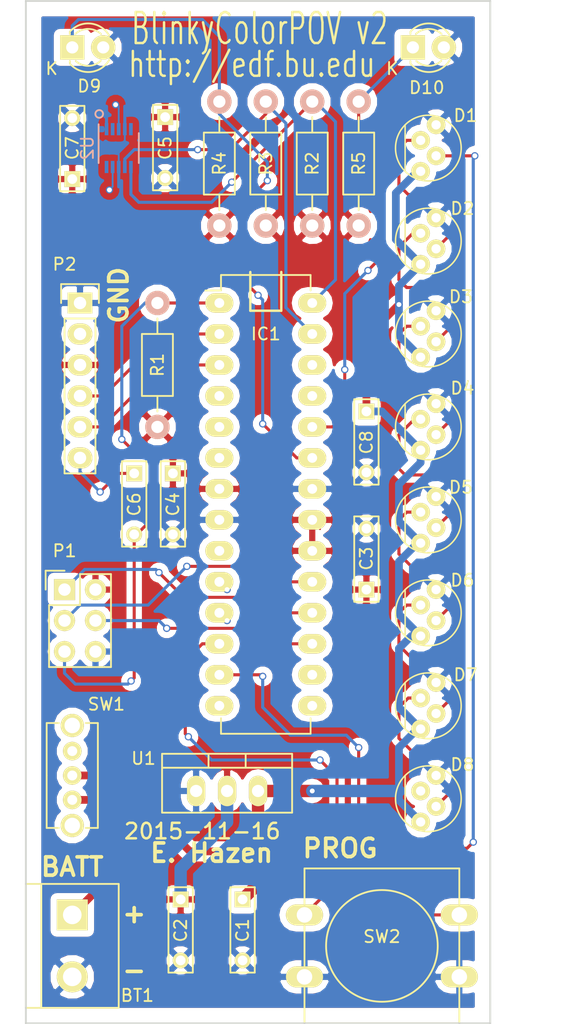
<source format=kicad_pcb>
(kicad_pcb (version 4) (host pcbnew 4.0.0-rc1-stable)

  (general
    (links 83)
    (no_connects 0)
    (area 40.785 65.825 88.388572 150.135001)
    (thickness 1.6)
    (drawings 16)
    (tracks 263)
    (zones 0)
    (modules 31)
    (nets 41)
  )

  (page A4)
  (layers
    (0 F.Cu signal)
    (31 B.Cu signal)
    (32 B.Adhes user)
    (33 F.Adhes user)
    (34 B.Paste user)
    (35 F.Paste user)
    (36 B.SilkS user)
    (37 F.SilkS user)
    (38 B.Mask user)
    (39 F.Mask user)
    (40 Dwgs.User user)
    (41 Cmts.User user)
    (42 Eco1.User user)
    (43 Eco2.User user)
    (44 Edge.Cuts user)
    (45 Margin user)
    (46 B.CrtYd user)
    (47 F.CrtYd user)
    (48 B.Fab user)
    (49 F.Fab user)
  )

  (setup
    (last_trace_width 0.25)
    (user_trace_width 0.1524)
    (user_trace_width 0.254)
    (user_trace_width 0.635)
    (user_trace_width 1.016)
    (trace_clearance 0.2)
    (zone_clearance 0.508)
    (zone_45_only no)
    (trace_min 0.1524)
    (segment_width 0.2)
    (edge_width 0.15)
    (via_size 0.6)
    (via_drill 0.4)
    (via_min_size 0.4)
    (via_min_drill 0.3)
    (uvia_size 0.3)
    (uvia_drill 0.1)
    (uvias_allowed no)
    (uvia_min_size 0)
    (uvia_min_drill 0)
    (pcb_text_width 0.3)
    (pcb_text_size 1.5 1.5)
    (mod_edge_width 0.15)
    (mod_text_size 1 1)
    (mod_text_width 0.15)
    (pad_size 2.032 1.7272)
    (pad_drill 1.016)
    (pad_to_mask_clearance 0.2)
    (aux_axis_origin 0 0)
    (visible_elements FFFEFF3F)
    (pcbplotparams
      (layerselection 0x010f0_80000001)
      (usegerberextensions false)
      (excludeedgelayer true)
      (linewidth 0.100000)
      (plotframeref false)
      (viasonmask false)
      (mode 1)
      (useauxorigin false)
      (hpglpennumber 1)
      (hpglpenspeed 20)
      (hpglpendiameter 15)
      (hpglpenoverlay 2)
      (psnegative false)
      (psa4output false)
      (plotreference true)
      (plotvalue true)
      (plotinvisibletext false)
      (padsonsilk false)
      (subtractmaskfromsilk false)
      (outputformat 1)
      (mirror false)
      (drillshape 0)
      (scaleselection 1)
      (outputdirectory gerber/))
  )

  (net 0 "")
  (net 1 GND)
  (net 2 +3V3)
  (net 3 "Net-(D1-Pad2)")
  (net 4 "Net-(D1-Pad3)")
  (net 5 +5V)
  (net 6 "Net-(D2-Pad3)")
  (net 7 "Net-(D3-Pad3)")
  (net 8 "Net-(D4-Pad3)")
  (net 9 "Net-(D5-Pad3)")
  (net 10 "Net-(D6-Pad3)")
  (net 11 "Net-(D7-Pad3)")
  (net 12 "Net-(D8-Pad3)")
  (net 13 "Net-(D9-Pad1)")
  (net 14 "Net-(D10-Pad1)")
  (net 15 "Net-(IC1-Pad2)")
  (net 16 "Net-(IC1-Pad3)")
  (net 17 "Net-(IC1-Pad4)")
  (net 18 "Net-(IC1-Pad5)")
  (net 19 "Net-(IC1-Pad6)")
  (net 20 "Net-(IC1-Pad9)")
  (net 21 "Net-(IC1-Pad10)")
  (net 22 "Net-(IC1-Pad11)")
  (net 23 "Net-(IC1-Pad12)")
  (net 24 "Net-(IC1-Pad14)")
  (net 25 "Net-(IC1-Pad15)")
  (net 26 "Net-(IC1-Pad16)")
  (net 27 "Net-(IC1-Pad17)")
  (net 28 "Net-(IC1-Pad18)")
  (net 29 "Net-(IC1-Pad19)")
  (net 30 "Net-(IC1-Pad25)")
  (net 31 "Net-(IC1-Pad26)")
  (net 32 "Net-(IC1-Pad27)")
  (net 33 "Net-(IC1-Pad28)")
  (net 34 "Net-(P2-Pad2)")
  (net 35 "Net-(U2-Pad2)")
  (net 36 "Net-(U2-Pad5)")
  (net 37 "Net-(U2-Pad10)")
  (net 38 "Net-(BT1-Pad1)")
  (net 39 "Net-(C6-Pad1)")
  (net 40 "Net-(C6-Pad2)")

  (net_class Default "This is the default net class."
    (clearance 0.2)
    (trace_width 0.25)
    (via_dia 0.6)
    (via_drill 0.4)
    (uvia_dia 0.3)
    (uvia_drill 0.1)
    (add_net +3V3)
    (add_net +5V)
    (add_net GND)
    (add_net "Net-(BT1-Pad1)")
    (add_net "Net-(C6-Pad1)")
    (add_net "Net-(C6-Pad2)")
    (add_net "Net-(D1-Pad2)")
    (add_net "Net-(D1-Pad3)")
    (add_net "Net-(D10-Pad1)")
    (add_net "Net-(D2-Pad3)")
    (add_net "Net-(D3-Pad3)")
    (add_net "Net-(D4-Pad3)")
    (add_net "Net-(D5-Pad3)")
    (add_net "Net-(D6-Pad3)")
    (add_net "Net-(D7-Pad3)")
    (add_net "Net-(D8-Pad3)")
    (add_net "Net-(D9-Pad1)")
    (add_net "Net-(IC1-Pad10)")
    (add_net "Net-(IC1-Pad11)")
    (add_net "Net-(IC1-Pad12)")
    (add_net "Net-(IC1-Pad14)")
    (add_net "Net-(IC1-Pad15)")
    (add_net "Net-(IC1-Pad16)")
    (add_net "Net-(IC1-Pad17)")
    (add_net "Net-(IC1-Pad18)")
    (add_net "Net-(IC1-Pad19)")
    (add_net "Net-(IC1-Pad2)")
    (add_net "Net-(IC1-Pad25)")
    (add_net "Net-(IC1-Pad26)")
    (add_net "Net-(IC1-Pad27)")
    (add_net "Net-(IC1-Pad28)")
    (add_net "Net-(IC1-Pad3)")
    (add_net "Net-(IC1-Pad4)")
    (add_net "Net-(IC1-Pad5)")
    (add_net "Net-(IC1-Pad6)")
    (add_net "Net-(IC1-Pad9)")
    (add_net "Net-(P2-Pad2)")
    (add_net "Net-(U2-Pad10)")
    (add_net "Net-(U2-Pad2)")
    (add_net "Net-(U2-Pad5)")
  )

  (module Connect:bornier2 (layer F.Cu) (tedit 563A2ABE) (tstamp 563952D7)
    (at 46.99 143.51 270)
    (descr "Bornier d'alimentation 2 pins")
    (tags DEV)
    (path /56396523)
    (fp_text reference BT1 (at 4.064 -5.334 360) (layer F.SilkS)
      (effects (font (size 1 1) (thickness 0.15)))
    )
    (fp_text value Battery (at 0 5.08 270) (layer F.Fab)
      (effects (font (size 1 1) (thickness 0.15)))
    )
    (fp_line (start 5.08 2.54) (end -5.08 2.54) (layer F.SilkS) (width 0.15))
    (fp_line (start 5.08 3.81) (end 5.08 -3.81) (layer F.SilkS) (width 0.15))
    (fp_line (start 5.08 -3.81) (end -5.08 -3.81) (layer F.SilkS) (width 0.15))
    (fp_line (start -5.08 -3.81) (end -5.08 3.81) (layer F.SilkS) (width 0.15))
    (fp_line (start -5.08 3.81) (end 5.08 3.81) (layer F.SilkS) (width 0.15))
    (pad 1 thru_hole rect (at -2.54 0 270) (size 2.54 2.54) (drill 1.524) (layers *.Cu *.Mask F.SilkS)
      (net 38 "Net-(BT1-Pad1)"))
    (pad 2 thru_hole circle (at 2.54 0 270) (size 2.54 2.54) (drill 1.524) (layers *.Cu *.Mask F.SilkS)
      (net 1 GND))
    (model Connect.3dshapes/bornier2.wrl
      (at (xyz 0 0 0))
      (scale (xyz 1 1 1))
      (rotate (xyz 0 0 0))
    )
  )

  (module Capacitors_ThroughHole:C_Rect_L7_W2_P5 (layer F.Cu) (tedit 563A1270) (tstamp 563952E5)
    (at 60.96 139.7 270)
    (descr "Film Capacitor Length 7 x Width 2mm, Pitch 5mm")
    (tags Capacitor)
    (path /56397047)
    (fp_text reference C1 (at 2.54 0 270) (layer F.SilkS)
      (effects (font (size 1 1) (thickness 0.15)))
    )
    (fp_text value 100nF (at 2.5 2.5 270) (layer F.Fab)
      (effects (font (size 1 1) (thickness 0.15)))
    )
    (fp_line (start -1.25 -1.25) (end 6.25 -1.25) (layer F.CrtYd) (width 0.05))
    (fp_line (start 6.25 -1.25) (end 6.25 1.25) (layer F.CrtYd) (width 0.05))
    (fp_line (start 6.25 1.25) (end -1.25 1.25) (layer F.CrtYd) (width 0.05))
    (fp_line (start -1.25 1.25) (end -1.25 -1.25) (layer F.CrtYd) (width 0.05))
    (fp_line (start -1 -1) (end 6 -1) (layer F.SilkS) (width 0.15))
    (fp_line (start 6 -1) (end 6 1) (layer F.SilkS) (width 0.15))
    (fp_line (start 6 1) (end -1 1) (layer F.SilkS) (width 0.15))
    (fp_line (start -1 1) (end -1 -1) (layer F.SilkS) (width 0.15))
    (pad 1 thru_hole rect (at 0 0 270) (size 1.3 1.3) (drill 0.8) (layers *.Cu *.Mask F.SilkS)
      (net 5 +5V))
    (pad 2 thru_hole circle (at 5 0 270) (size 1.3 1.3) (drill 0.8) (layers *.Cu *.Mask F.SilkS)
      (net 1 GND))
    (model Capacitors_ThroughHole.3dshapes/C_Rect_L7_W2_P5.wrl
      (at (xyz 0.098425 0 0))
      (scale (xyz 1 1 1))
      (rotate (xyz 0 0 0))
    )
  )

  (module Capacitors_ThroughHole:C_Rect_L7_W2_P5 (layer F.Cu) (tedit 563A126D) (tstamp 563952F3)
    (at 55.88 139.7 270)
    (descr "Film Capacitor Length 7 x Width 2mm, Pitch 5mm")
    (tags Capacitor)
    (path /56396F26)
    (fp_text reference C2 (at 2.54 0 270) (layer F.SilkS)
      (effects (font (size 1 1) (thickness 0.15)))
    )
    (fp_text value 10uF (at 2.5 2.5 270) (layer F.Fab)
      (effects (font (size 1 1) (thickness 0.15)))
    )
    (fp_line (start -1.25 -1.25) (end 6.25 -1.25) (layer F.CrtYd) (width 0.05))
    (fp_line (start 6.25 -1.25) (end 6.25 1.25) (layer F.CrtYd) (width 0.05))
    (fp_line (start 6.25 1.25) (end -1.25 1.25) (layer F.CrtYd) (width 0.05))
    (fp_line (start -1.25 1.25) (end -1.25 -1.25) (layer F.CrtYd) (width 0.05))
    (fp_line (start -1 -1) (end 6 -1) (layer F.SilkS) (width 0.15))
    (fp_line (start 6 -1) (end 6 1) (layer F.SilkS) (width 0.15))
    (fp_line (start 6 1) (end -1 1) (layer F.SilkS) (width 0.15))
    (fp_line (start -1 1) (end -1 -1) (layer F.SilkS) (width 0.15))
    (pad 1 thru_hole rect (at 0 0 270) (size 1.3 1.3) (drill 0.8) (layers *.Cu *.Mask F.SilkS)
      (net 2 +3V3))
    (pad 2 thru_hole circle (at 5 0 270) (size 1.3 1.3) (drill 0.8) (layers *.Cu *.Mask F.SilkS)
      (net 1 GND))
    (model Capacitors_ThroughHole.3dshapes/C_Rect_L7_W2_P5.wrl
      (at (xyz 0.098425 0 0))
      (scale (xyz 1 1 1))
      (rotate (xyz 0 0 0))
    )
  )

  (module Capacitors_ThroughHole:C_Rect_L7_W2_P5 (layer F.Cu) (tedit 563A1254) (tstamp 56395301)
    (at 71.12 114.3 90)
    (descr "Film Capacitor Length 7 x Width 2mm, Pitch 5mm")
    (tags Capacitor)
    (path /56393BAF)
    (fp_text reference C3 (at 2.54 0 90) (layer F.SilkS)
      (effects (font (size 1 1) (thickness 0.15)))
    )
    (fp_text value 100nF (at 2.5 2.5 90) (layer F.Fab)
      (effects (font (size 1 1) (thickness 0.15)))
    )
    (fp_line (start -1.25 -1.25) (end 6.25 -1.25) (layer F.CrtYd) (width 0.05))
    (fp_line (start 6.25 -1.25) (end 6.25 1.25) (layer F.CrtYd) (width 0.05))
    (fp_line (start 6.25 1.25) (end -1.25 1.25) (layer F.CrtYd) (width 0.05))
    (fp_line (start -1.25 1.25) (end -1.25 -1.25) (layer F.CrtYd) (width 0.05))
    (fp_line (start -1 -1) (end 6 -1) (layer F.SilkS) (width 0.15))
    (fp_line (start 6 -1) (end 6 1) (layer F.SilkS) (width 0.15))
    (fp_line (start 6 1) (end -1 1) (layer F.SilkS) (width 0.15))
    (fp_line (start -1 1) (end -1 -1) (layer F.SilkS) (width 0.15))
    (pad 1 thru_hole rect (at 0 0 90) (size 1.3 1.3) (drill 0.8) (layers *.Cu *.Mask F.SilkS)
      (net 2 +3V3))
    (pad 2 thru_hole circle (at 5 0 90) (size 1.3 1.3) (drill 0.8) (layers *.Cu *.Mask F.SilkS)
      (net 1 GND))
    (model Capacitors_ThroughHole.3dshapes/C_Rect_L7_W2_P5.wrl
      (at (xyz 0.098425 0 0))
      (scale (xyz 1 1 1))
      (rotate (xyz 0 0 0))
    )
  )

  (module Capacitors_ThroughHole:C_Rect_L7_W2_P5 (layer F.Cu) (tedit 563A1257) (tstamp 5639530F)
    (at 55.245 104.775 270)
    (descr "Film Capacitor Length 7 x Width 2mm, Pitch 5mm")
    (tags Capacitor)
    (path /56393B2C)
    (fp_text reference C4 (at 2.54 0 270) (layer F.SilkS)
      (effects (font (size 1 1) (thickness 0.15)))
    )
    (fp_text value 100nF (at 2.5 2.5 270) (layer F.Fab)
      (effects (font (size 1 1) (thickness 0.15)))
    )
    (fp_line (start -1.25 -1.25) (end 6.25 -1.25) (layer F.CrtYd) (width 0.05))
    (fp_line (start 6.25 -1.25) (end 6.25 1.25) (layer F.CrtYd) (width 0.05))
    (fp_line (start 6.25 1.25) (end -1.25 1.25) (layer F.CrtYd) (width 0.05))
    (fp_line (start -1.25 1.25) (end -1.25 -1.25) (layer F.CrtYd) (width 0.05))
    (fp_line (start -1 -1) (end 6 -1) (layer F.SilkS) (width 0.15))
    (fp_line (start 6 -1) (end 6 1) (layer F.SilkS) (width 0.15))
    (fp_line (start 6 1) (end -1 1) (layer F.SilkS) (width 0.15))
    (fp_line (start -1 1) (end -1 -1) (layer F.SilkS) (width 0.15))
    (pad 1 thru_hole rect (at 0 0 270) (size 1.3 1.3) (drill 0.8) (layers *.Cu *.Mask F.SilkS)
      (net 2 +3V3))
    (pad 2 thru_hole circle (at 5 0 270) (size 1.3 1.3) (drill 0.8) (layers *.Cu *.Mask F.SilkS)
      (net 1 GND))
    (model Capacitors_ThroughHole.3dshapes/C_Rect_L7_W2_P5.wrl
      (at (xyz 0.098425 0 0))
      (scale (xyz 1 1 1))
      (rotate (xyz 0 0 0))
    )
  )

  (module Capacitors_ThroughHole:C_Rect_L7_W2_P5 (layer F.Cu) (tedit 563A130C) (tstamp 5639531D)
    (at 54.61 75.565 270)
    (descr "Film Capacitor Length 7 x Width 2mm, Pitch 5mm")
    (tags Capacitor)
    (path /56395FA1)
    (fp_text reference C5 (at 2.54 0 270) (layer F.SilkS)
      (effects (font (size 1 1) (thickness 0.15)))
    )
    (fp_text value 1uF (at 2.5 2.5 270) (layer F.Fab)
      (effects (font (size 1 1) (thickness 0.15)))
    )
    (fp_line (start -1.25 -1.25) (end 6.25 -1.25) (layer F.CrtYd) (width 0.05))
    (fp_line (start 6.25 -1.25) (end 6.25 1.25) (layer F.CrtYd) (width 0.05))
    (fp_line (start 6.25 1.25) (end -1.25 1.25) (layer F.CrtYd) (width 0.05))
    (fp_line (start -1.25 1.25) (end -1.25 -1.25) (layer F.CrtYd) (width 0.05))
    (fp_line (start -1 -1) (end 6 -1) (layer F.SilkS) (width 0.15))
    (fp_line (start 6 -1) (end 6 1) (layer F.SilkS) (width 0.15))
    (fp_line (start 6 1) (end -1 1) (layer F.SilkS) (width 0.15))
    (fp_line (start -1 1) (end -1 -1) (layer F.SilkS) (width 0.15))
    (pad 1 thru_hole rect (at 0 0 270) (size 1.3 1.3) (drill 0.8) (layers *.Cu *.Mask F.SilkS)
      (net 2 +3V3))
    (pad 2 thru_hole circle (at 5 0 270) (size 1.3 1.3) (drill 0.8) (layers *.Cu *.Mask F.SilkS)
      (net 1 GND))
    (model Capacitors_ThroughHole.3dshapes/C_Rect_L7_W2_P5.wrl
      (at (xyz 0.098425 0 0))
      (scale (xyz 1 1 1))
      (rotate (xyz 0 0 0))
    )
  )

  (module Capacitors_ThroughHole:C_Rect_L7_W2_P5 (layer F.Cu) (tedit 563A1346) (tstamp 56395339)
    (at 46.99 80.645 90)
    (descr "Film Capacitor Length 7 x Width 2mm, Pitch 5mm")
    (tags Capacitor)
    (path /563961D1)
    (fp_text reference C7 (at 2.54 0 90) (layer F.SilkS)
      (effects (font (size 1 1) (thickness 0.15)))
    )
    (fp_text value 1uF (at 2.5 2.5 90) (layer F.Fab)
      (effects (font (size 1 1) (thickness 0.15)))
    )
    (fp_line (start -1.25 -1.25) (end 6.25 -1.25) (layer F.CrtYd) (width 0.05))
    (fp_line (start 6.25 -1.25) (end 6.25 1.25) (layer F.CrtYd) (width 0.05))
    (fp_line (start 6.25 1.25) (end -1.25 1.25) (layer F.CrtYd) (width 0.05))
    (fp_line (start -1.25 1.25) (end -1.25 -1.25) (layer F.CrtYd) (width 0.05))
    (fp_line (start -1 -1) (end 6 -1) (layer F.SilkS) (width 0.15))
    (fp_line (start 6 -1) (end 6 1) (layer F.SilkS) (width 0.15))
    (fp_line (start 6 1) (end -1 1) (layer F.SilkS) (width 0.15))
    (fp_line (start -1 1) (end -1 -1) (layer F.SilkS) (width 0.15))
    (pad 1 thru_hole rect (at 0 0 90) (size 1.3 1.3) (drill 0.8) (layers *.Cu *.Mask F.SilkS)
      (net 2 +3V3))
    (pad 2 thru_hole circle (at 5 0 90) (size 1.3 1.3) (drill 0.8) (layers *.Cu *.Mask F.SilkS)
      (net 1 GND))
    (model Capacitors_ThroughHole.3dshapes/C_Rect_L7_W2_P5.wrl
      (at (xyz 0.098425 0 0))
      (scale (xyz 1 1 1))
      (rotate (xyz 0 0 0))
    )
  )

  (module Capacitors_ThroughHole:C_Rect_L7_W2_P5 (layer F.Cu) (tedit 563A134B) (tstamp 56395347)
    (at 71.12 99.695 270)
    (descr "Film Capacitor Length 7 x Width 2mm, Pitch 5mm")
    (tags Capacitor)
    (path /563A10B9)
    (fp_text reference C8 (at 2.54 0 270) (layer F.SilkS)
      (effects (font (size 1 1) (thickness 0.15)))
    )
    (fp_text value 1uF (at 2.5 2.5 270) (layer F.Fab)
      (effects (font (size 1 1) (thickness 0.15)))
    )
    (fp_line (start -1.25 -1.25) (end 6.25 -1.25) (layer F.CrtYd) (width 0.05))
    (fp_line (start 6.25 -1.25) (end 6.25 1.25) (layer F.CrtYd) (width 0.05))
    (fp_line (start 6.25 1.25) (end -1.25 1.25) (layer F.CrtYd) (width 0.05))
    (fp_line (start -1.25 1.25) (end -1.25 -1.25) (layer F.CrtYd) (width 0.05))
    (fp_line (start -1 -1) (end 6 -1) (layer F.SilkS) (width 0.15))
    (fp_line (start 6 -1) (end 6 1) (layer F.SilkS) (width 0.15))
    (fp_line (start 6 1) (end -1 1) (layer F.SilkS) (width 0.15))
    (fp_line (start -1 1) (end -1 -1) (layer F.SilkS) (width 0.15))
    (pad 1 thru_hole rect (at 0 0 270) (size 1.3 1.3) (drill 0.8) (layers *.Cu *.Mask F.SilkS)
      (net 5 +5V))
    (pad 2 thru_hole circle (at 5 0 270) (size 1.3 1.3) (drill 0.8) (layers *.Cu *.Mask F.SilkS)
      (net 1 GND))
    (model Capacitors_ThroughHole.3dshapes/C_Rect_L7_W2_P5.wrl
      (at (xyz 0.098425 0 0))
      (scale (xyz 1 1 1))
      (rotate (xyz 0 0 0))
    )
  )

  (module Housings_DIP:DIP-28_W7.62mm_LongPads (layer F.Cu) (tedit 563A106B) (tstamp 563953B3)
    (at 59.055 90.805)
    (descr "28-lead dip package, row spacing 7.62 mm (300 mils), longer pads")
    (tags "dil dip 2.54 300")
    (path /563920C1)
    (fp_text reference IC1 (at 3.81 2.54) (layer F.SilkS)
      (effects (font (size 1 1) (thickness 0.15)))
    )
    (fp_text value ATMEGA328-P (at 0 -3.72) (layer F.Fab)
      (effects (font (size 1 1) (thickness 0.15)))
    )
    (fp_line (start -1.4 -2.45) (end -1.4 35.5) (layer F.CrtYd) (width 0.05))
    (fp_line (start 9 -2.45) (end 9 35.5) (layer F.CrtYd) (width 0.05))
    (fp_line (start -1.4 -2.45) (end 9 -2.45) (layer F.CrtYd) (width 0.05))
    (fp_line (start -1.4 35.5) (end 9 35.5) (layer F.CrtYd) (width 0.05))
    (fp_line (start 0.135 -2.295) (end 0.135 -1.025) (layer F.SilkS) (width 0.15))
    (fp_line (start 7.485 -2.295) (end 7.485 -1.025) (layer F.SilkS) (width 0.15))
    (fp_line (start 7.485 35.315) (end 7.485 34.045) (layer F.SilkS) (width 0.15))
    (fp_line (start 0.135 35.315) (end 0.135 34.045) (layer F.SilkS) (width 0.15))
    (fp_line (start 0.135 -2.295) (end 7.485 -2.295) (layer F.SilkS) (width 0.15))
    (fp_line (start 0.135 35.315) (end 7.485 35.315) (layer F.SilkS) (width 0.15))
    (fp_line (start 0.135 -1.025) (end -1.15 -1.025) (layer F.SilkS) (width 0.15))
    (pad 1 thru_hole oval (at 0 0) (size 2.3 1.6) (drill 0.8) (layers *.Cu *.Mask F.SilkS)
      (net 40 "Net-(C6-Pad2)"))
    (pad 2 thru_hole oval (at 0 2.54) (size 2.3 1.6) (drill 0.8) (layers *.Cu *.Mask F.SilkS)
      (net 15 "Net-(IC1-Pad2)"))
    (pad 3 thru_hole oval (at 0 5.08) (size 2.3 1.6) (drill 0.8) (layers *.Cu *.Mask F.SilkS)
      (net 16 "Net-(IC1-Pad3)"))
    (pad 4 thru_hole oval (at 0 7.62) (size 2.3 1.6) (drill 0.8) (layers *.Cu *.Mask F.SilkS)
      (net 17 "Net-(IC1-Pad4)"))
    (pad 5 thru_hole oval (at 0 10.16) (size 2.3 1.6) (drill 0.8) (layers *.Cu *.Mask F.SilkS)
      (net 18 "Net-(IC1-Pad5)"))
    (pad 6 thru_hole oval (at 0 12.7) (size 2.3 1.6) (drill 0.8) (layers *.Cu *.Mask F.SilkS)
      (net 19 "Net-(IC1-Pad6)"))
    (pad 7 thru_hole oval (at 0 15.24) (size 2.3 1.6) (drill 0.8) (layers *.Cu *.Mask F.SilkS)
      (net 2 +3V3))
    (pad 8 thru_hole oval (at 0 17.78) (size 2.3 1.6) (drill 0.8) (layers *.Cu *.Mask F.SilkS)
      (net 1 GND))
    (pad 9 thru_hole oval (at 0 20.32) (size 2.3 1.6) (drill 0.8) (layers *.Cu *.Mask F.SilkS)
      (net 20 "Net-(IC1-Pad9)"))
    (pad 10 thru_hole oval (at 0 22.86) (size 2.3 1.6) (drill 0.8) (layers *.Cu *.Mask F.SilkS)
      (net 21 "Net-(IC1-Pad10)"))
    (pad 11 thru_hole oval (at 0 25.4) (size 2.3 1.6) (drill 0.8) (layers *.Cu *.Mask F.SilkS)
      (net 22 "Net-(IC1-Pad11)"))
    (pad 12 thru_hole oval (at 0 27.94) (size 2.3 1.6) (drill 0.8) (layers *.Cu *.Mask F.SilkS)
      (net 23 "Net-(IC1-Pad12)"))
    (pad 13 thru_hole oval (at 0 30.48) (size 2.3 1.6) (drill 0.8) (layers *.Cu *.Mask F.SilkS)
      (net 3 "Net-(D1-Pad2)"))
    (pad 14 thru_hole oval (at 0 33.02) (size 2.3 1.6) (drill 0.8) (layers *.Cu *.Mask F.SilkS)
      (net 24 "Net-(IC1-Pad14)"))
    (pad 15 thru_hole oval (at 7.62 33.02) (size 2.3 1.6) (drill 0.8) (layers *.Cu *.Mask F.SilkS)
      (net 25 "Net-(IC1-Pad15)"))
    (pad 16 thru_hole oval (at 7.62 30.48) (size 2.3 1.6) (drill 0.8) (layers *.Cu *.Mask F.SilkS)
      (net 26 "Net-(IC1-Pad16)"))
    (pad 17 thru_hole oval (at 7.62 27.94) (size 2.3 1.6) (drill 0.8) (layers *.Cu *.Mask F.SilkS)
      (net 27 "Net-(IC1-Pad17)"))
    (pad 18 thru_hole oval (at 7.62 25.4) (size 2.3 1.6) (drill 0.8) (layers *.Cu *.Mask F.SilkS)
      (net 28 "Net-(IC1-Pad18)"))
    (pad 19 thru_hole oval (at 7.62 22.86) (size 2.3 1.6) (drill 0.8) (layers *.Cu *.Mask F.SilkS)
      (net 29 "Net-(IC1-Pad19)"))
    (pad 20 thru_hole oval (at 7.62 20.32) (size 2.3 1.6) (drill 0.8) (layers *.Cu *.Mask F.SilkS)
      (net 2 +3V3))
    (pad 21 thru_hole oval (at 7.62 17.78) (size 2.3 1.6) (drill 0.8) (layers *.Cu *.Mask F.SilkS)
      (net 2 +3V3))
    (pad 22 thru_hole oval (at 7.62 15.24) (size 2.3 1.6) (drill 0.8) (layers *.Cu *.Mask F.SilkS)
      (net 1 GND))
    (pad 23 thru_hole oval (at 7.62 12.7) (size 2.3 1.6) (drill 0.8) (layers *.Cu *.Mask F.SilkS)
      (net 13 "Net-(D9-Pad1)"))
    (pad 24 thru_hole oval (at 7.62 10.16) (size 2.3 1.6) (drill 0.8) (layers *.Cu *.Mask F.SilkS)
      (net 14 "Net-(D10-Pad1)"))
    (pad 25 thru_hole oval (at 7.62 7.62) (size 2.3 1.6) (drill 0.8) (layers *.Cu *.Mask F.SilkS)
      (net 30 "Net-(IC1-Pad25)"))
    (pad 26 thru_hole oval (at 7.62 5.08) (size 2.3 1.6) (drill 0.8) (layers *.Cu *.Mask F.SilkS)
      (net 31 "Net-(IC1-Pad26)"))
    (pad 27 thru_hole oval (at 7.62 2.54) (size 2.3 1.6) (drill 0.8) (layers *.Cu *.Mask F.SilkS)
      (net 32 "Net-(IC1-Pad27)"))
    (pad 28 thru_hole oval (at 7.62 0) (size 2.3 1.6) (drill 0.8) (layers *.Cu *.Mask F.SilkS)
      (net 33 "Net-(IC1-Pad28)"))
    (model Housings_DIP.3dshapes/DIP-28_W7.62mm_LongPads.wrl
      (at (xyz 0 0 0))
      (scale (xyz 1 1 1))
      (rotate (xyz 0 0 0))
    )
  )

  (module Pin_Headers:Pin_Header_Straight_2x03 (layer F.Cu) (tedit 563A125A) (tstamp 563953BD)
    (at 46.355 114.3)
    (descr "Through hole pin header")
    (tags "pin header")
    (path /5639440D)
    (fp_text reference P1 (at 0 -3.175) (layer F.SilkS)
      (effects (font (size 1 1) (thickness 0.15)))
    )
    (fp_text value CONN_02X03 (at 0 -3.1) (layer F.Fab)
      (effects (font (size 1 1) (thickness 0.15)))
    )
    (fp_line (start -1.27 1.27) (end -1.27 6.35) (layer F.SilkS) (width 0.15))
    (fp_line (start -1.55 -1.55) (end 0 -1.55) (layer F.SilkS) (width 0.15))
    (fp_line (start -1.75 -1.75) (end -1.75 6.85) (layer F.CrtYd) (width 0.05))
    (fp_line (start 4.3 -1.75) (end 4.3 6.85) (layer F.CrtYd) (width 0.05))
    (fp_line (start -1.75 -1.75) (end 4.3 -1.75) (layer F.CrtYd) (width 0.05))
    (fp_line (start -1.75 6.85) (end 4.3 6.85) (layer F.CrtYd) (width 0.05))
    (fp_line (start 1.27 -1.27) (end 1.27 1.27) (layer F.SilkS) (width 0.15))
    (fp_line (start 1.27 1.27) (end -1.27 1.27) (layer F.SilkS) (width 0.15))
    (fp_line (start -1.27 6.35) (end 3.81 6.35) (layer F.SilkS) (width 0.15))
    (fp_line (start 3.81 6.35) (end 3.81 1.27) (layer F.SilkS) (width 0.15))
    (fp_line (start -1.55 -1.55) (end -1.55 0) (layer F.SilkS) (width 0.15))
    (fp_line (start 3.81 -1.27) (end 1.27 -1.27) (layer F.SilkS) (width 0.15))
    (fp_line (start 3.81 1.27) (end 3.81 -1.27) (layer F.SilkS) (width 0.15))
    (pad 1 thru_hole rect (at 0 0) (size 1.7272 1.7272) (drill 1.016) (layers *.Cu *.Mask F.SilkS)
      (net 28 "Net-(IC1-Pad18)"))
    (pad 2 thru_hole oval (at 2.54 0) (size 1.7272 1.7272) (drill 1.016) (layers *.Cu *.Mask F.SilkS)
      (net 2 +3V3))
    (pad 3 thru_hole oval (at 0 2.54) (size 1.7272 1.7272) (drill 1.016) (layers *.Cu *.Mask F.SilkS)
      (net 29 "Net-(IC1-Pad19)"))
    (pad 4 thru_hole oval (at 2.54 2.54) (size 1.7272 1.7272) (drill 1.016) (layers *.Cu *.Mask F.SilkS)
      (net 27 "Net-(IC1-Pad17)"))
    (pad 5 thru_hole oval (at 0 5.08) (size 1.7272 1.7272) (drill 1.016) (layers *.Cu *.Mask F.SilkS)
      (net 40 "Net-(C6-Pad2)"))
    (pad 6 thru_hole oval (at 2.54 5.08) (size 1.7272 1.7272) (drill 1.016) (layers *.Cu *.Mask F.SilkS)
      (net 1 GND))
    (model Pin_Headers.3dshapes/Pin_Header_Straight_2x03.wrl
      (at (xyz 0.05 -0.1 0))
      (scale (xyz 1 1 1))
      (rotate (xyz 0 0 90))
    )
  )

  (module Pin_Headers:Pin_Header_Straight_1x06 (layer F.Cu) (tedit 564A78B4) (tstamp 563953C7)
    (at 47.625 90.805)
    (descr "Through hole pin header")
    (tags "pin header")
    (path /56394EFA)
    (fp_text reference P2 (at -1.27 -3.175) (layer F.SilkS)
      (effects (font (size 1 1) (thickness 0.15)))
    )
    (fp_text value CONN_01X06 (at 0 -3.1) (layer F.Fab)
      (effects (font (size 1 1) (thickness 0.15)))
    )
    (fp_line (start -1.75 -1.75) (end -1.75 14.45) (layer F.CrtYd) (width 0.05))
    (fp_line (start 1.75 -1.75) (end 1.75 14.45) (layer F.CrtYd) (width 0.05))
    (fp_line (start -1.75 -1.75) (end 1.75 -1.75) (layer F.CrtYd) (width 0.05))
    (fp_line (start -1.75 14.45) (end 1.75 14.45) (layer F.CrtYd) (width 0.05))
    (fp_line (start 1.27 1.27) (end 1.27 13.97) (layer F.SilkS) (width 0.15))
    (fp_line (start 1.27 13.97) (end -1.27 13.97) (layer F.SilkS) (width 0.15))
    (fp_line (start -1.27 13.97) (end -1.27 1.27) (layer F.SilkS) (width 0.15))
    (fp_line (start 1.55 -1.55) (end 1.55 0) (layer F.SilkS) (width 0.15))
    (fp_line (start 1.27 1.27) (end -1.27 1.27) (layer F.SilkS) (width 0.15))
    (fp_line (start -1.55 0) (end -1.55 -1.55) (layer F.SilkS) (width 0.15))
    (fp_line (start -1.55 -1.55) (end 1.55 -1.55) (layer F.SilkS) (width 0.15))
    (pad 1 thru_hole rect (at 0 0) (size 2.032 1.7272) (drill 1.016) (layers *.Cu *.Mask F.SilkS)
      (net 1 GND))
    (pad 2 thru_hole oval (at 0 2.54) (size 2.032 1.7272) (drill 1.016) (layers *.Cu *.Mask F.SilkS)
      (net 34 "Net-(P2-Pad2)"))
    (pad 3 thru_hole oval (at 0 5.08) (size 2.032 1.7272) (drill 1.016) (layers *.Cu *.Mask F.SilkS)
      (net 2 +3V3))
    (pad 4 thru_hole oval (at 0 7.62) (size 2.032 1.7272) (drill 1.016) (layers *.Cu *.Mask F.SilkS)
      (net 15 "Net-(IC1-Pad2)"))
    (pad 5 thru_hole oval (at 0 10.16) (size 2.032 1.7272) (drill 1.016) (layers *.Cu *.Mask F.SilkS)
      (net 16 "Net-(IC1-Pad3)"))
    (pad 6 thru_hole oval (at 0 12.7) (size 2.032 1.7272) (drill 1.016) (layers *.Cu *.Mask F.SilkS)
      (net 39 "Net-(C6-Pad1)"))
    (model Pin_Headers.3dshapes/Pin_Header_Straight_1x06.wrl
      (at (xyz 0 -0.25 0))
      (scale (xyz 1 1 1))
      (rotate (xyz 0 0 90))
    )
  )

  (module Resistors_ThroughHole:Resistor_Horizontal_RM10mm (layer F.Cu) (tedit 563A2A28) (tstamp 563953CD)
    (at 53.975 95.885 90)
    (descr "Resistor, Axial,  RM 10mm, 1/3W,")
    (tags "Resistor, Axial, RM 10mm, 1/3W,")
    (path /5639472F)
    (fp_text reference R1 (at 0 0 90) (layer F.SilkS)
      (effects (font (size 1 1) (thickness 0.15)))
    )
    (fp_text value 10k (at 3.81 3.81 90) (layer F.Fab)
      (effects (font (size 1 1) (thickness 0.15)))
    )
    (fp_line (start -2.54 -1.27) (end 2.54 -1.27) (layer F.SilkS) (width 0.15))
    (fp_line (start 2.54 -1.27) (end 2.54 1.27) (layer F.SilkS) (width 0.15))
    (fp_line (start 2.54 1.27) (end -2.54 1.27) (layer F.SilkS) (width 0.15))
    (fp_line (start -2.54 1.27) (end -2.54 -1.27) (layer F.SilkS) (width 0.15))
    (fp_line (start -2.54 0) (end -3.81 0) (layer F.SilkS) (width 0.15))
    (fp_line (start 2.54 0) (end 3.81 0) (layer F.SilkS) (width 0.15))
    (pad 1 thru_hole circle (at -5.08 0 90) (size 1.99898 1.99898) (drill 1.00076) (layers *.Cu *.SilkS *.Mask)
      (net 2 +3V3))
    (pad 2 thru_hole circle (at 5.08 0 90) (size 1.99898 1.99898) (drill 1.00076) (layers *.Cu *.SilkS *.Mask)
      (net 40 "Net-(C6-Pad2)"))
    (model Resistors_ThroughHole.3dshapes/Resistor_Horizontal_RM10mm.wrl
      (at (xyz 0 0 0))
      (scale (xyz 0.4 0.4 0.4))
      (rotate (xyz 0 0 0))
    )
  )

  (module Resistors_ThroughHole:Resistor_Horizontal_RM10mm (layer F.Cu) (tedit 563A10D8) (tstamp 563953D3)
    (at 66.675 79.375 90)
    (descr "Resistor, Axial,  RM 10mm, 1/3W,")
    (tags "Resistor, Axial, RM 10mm, 1/3W,")
    (path /563936D1)
    (fp_text reference R2 (at 0 0 90) (layer F.SilkS)
      (effects (font (size 1 1) (thickness 0.15)))
    )
    (fp_text value 4.7k (at 3.81 3.81 90) (layer F.Fab)
      (effects (font (size 1 1) (thickness 0.15)))
    )
    (fp_line (start -2.54 -1.27) (end 2.54 -1.27) (layer F.SilkS) (width 0.15))
    (fp_line (start 2.54 -1.27) (end 2.54 1.27) (layer F.SilkS) (width 0.15))
    (fp_line (start 2.54 1.27) (end -2.54 1.27) (layer F.SilkS) (width 0.15))
    (fp_line (start -2.54 1.27) (end -2.54 -1.27) (layer F.SilkS) (width 0.15))
    (fp_line (start -2.54 0) (end -3.81 0) (layer F.SilkS) (width 0.15))
    (fp_line (start 2.54 0) (end 3.81 0) (layer F.SilkS) (width 0.15))
    (pad 1 thru_hole circle (at -5.08 0 90) (size 1.99898 1.99898) (drill 1.00076) (layers *.Cu *.SilkS *.Mask)
      (net 2 +3V3))
    (pad 2 thru_hole circle (at 5.08 0 90) (size 1.99898 1.99898) (drill 1.00076) (layers *.Cu *.SilkS *.Mask)
      (net 33 "Net-(IC1-Pad28)"))
    (model Resistors_ThroughHole.3dshapes/Resistor_Horizontal_RM10mm.wrl
      (at (xyz 0 0 0))
      (scale (xyz 0.4 0.4 0.4))
      (rotate (xyz 0 0 0))
    )
  )

  (module Resistors_ThroughHole:Resistor_Horizontal_RM10mm (layer F.Cu) (tedit 563A1311) (tstamp 563953D9)
    (at 62.865 79.375 90)
    (descr "Resistor, Axial,  RM 10mm, 1/3W,")
    (tags "Resistor, Axial, RM 10mm, 1/3W,")
    (path /5639371C)
    (fp_text reference R3 (at 0 0 90) (layer F.SilkS)
      (effects (font (size 1 1) (thickness 0.15)))
    )
    (fp_text value 4.7k (at 3.81 3.81 90) (layer F.Fab)
      (effects (font (size 1 1) (thickness 0.15)))
    )
    (fp_line (start -2.54 -1.27) (end 2.54 -1.27) (layer F.SilkS) (width 0.15))
    (fp_line (start 2.54 -1.27) (end 2.54 1.27) (layer F.SilkS) (width 0.15))
    (fp_line (start 2.54 1.27) (end -2.54 1.27) (layer F.SilkS) (width 0.15))
    (fp_line (start -2.54 1.27) (end -2.54 -1.27) (layer F.SilkS) (width 0.15))
    (fp_line (start -2.54 0) (end -3.81 0) (layer F.SilkS) (width 0.15))
    (fp_line (start 2.54 0) (end 3.81 0) (layer F.SilkS) (width 0.15))
    (pad 1 thru_hole circle (at -5.08 0 90) (size 1.99898 1.99898) (drill 1.00076) (layers *.Cu *.SilkS *.Mask)
      (net 2 +3V3))
    (pad 2 thru_hole circle (at 5.08 0 90) (size 1.99898 1.99898) (drill 1.00076) (layers *.Cu *.SilkS *.Mask)
      (net 32 "Net-(IC1-Pad27)"))
    (model Resistors_ThroughHole.3dshapes/Resistor_Horizontal_RM10mm.wrl
      (at (xyz 0 0 0))
      (scale (xyz 0.4 0.4 0.4))
      (rotate (xyz 0 0 0))
    )
  )

  (module Resistors_ThroughHole:Resistor_Horizontal_RM10mm (layer F.Cu) (tedit 563A1316) (tstamp 563953DF)
    (at 59.055 79.375 90)
    (descr "Resistor, Axial,  RM 10mm, 1/3W,")
    (tags "Resistor, Axial, RM 10mm, 1/3W,")
    (path /563954A9)
    (fp_text reference R4 (at 0 0 90) (layer F.SilkS)
      (effects (font (size 1 1) (thickness 0.15)))
    )
    (fp_text value 10k (at 3.81 3.81 90) (layer F.Fab)
      (effects (font (size 1 1) (thickness 0.15)))
    )
    (fp_line (start -2.54 -1.27) (end 2.54 -1.27) (layer F.SilkS) (width 0.15))
    (fp_line (start 2.54 -1.27) (end 2.54 1.27) (layer F.SilkS) (width 0.15))
    (fp_line (start 2.54 1.27) (end -2.54 1.27) (layer F.SilkS) (width 0.15))
    (fp_line (start -2.54 1.27) (end -2.54 -1.27) (layer F.SilkS) (width 0.15))
    (fp_line (start -2.54 0) (end -3.81 0) (layer F.SilkS) (width 0.15))
    (fp_line (start 2.54 0) (end 3.81 0) (layer F.SilkS) (width 0.15))
    (pad 1 thru_hole circle (at -5.08 0 90) (size 1.99898 1.99898) (drill 1.00076) (layers *.Cu *.SilkS *.Mask)
      (net 2 +3V3))
    (pad 2 thru_hole circle (at 5.08 0 90) (size 1.99898 1.99898) (drill 1.00076) (layers *.Cu *.SilkS *.Mask)
      (net 13 "Net-(D9-Pad1)"))
    (model Resistors_ThroughHole.3dshapes/Resistor_Horizontal_RM10mm.wrl
      (at (xyz 0 0 0))
      (scale (xyz 0.4 0.4 0.4))
      (rotate (xyz 0 0 0))
    )
  )

  (module Resistors_ThroughHole:Resistor_Horizontal_RM10mm (layer F.Cu) (tedit 563A1318) (tstamp 563953E5)
    (at 70.485 79.375 90)
    (descr "Resistor, Axial,  RM 10mm, 1/3W,")
    (tags "Resistor, Axial, RM 10mm, 1/3W,")
    (path /563953EA)
    (fp_text reference R5 (at 0 0 90) (layer F.SilkS)
      (effects (font (size 1 1) (thickness 0.15)))
    )
    (fp_text value 10k (at 3.81 3.81 90) (layer F.Fab)
      (effects (font (size 1 1) (thickness 0.15)))
    )
    (fp_line (start -2.54 -1.27) (end 2.54 -1.27) (layer F.SilkS) (width 0.15))
    (fp_line (start 2.54 -1.27) (end 2.54 1.27) (layer F.SilkS) (width 0.15))
    (fp_line (start 2.54 1.27) (end -2.54 1.27) (layer F.SilkS) (width 0.15))
    (fp_line (start -2.54 1.27) (end -2.54 -1.27) (layer F.SilkS) (width 0.15))
    (fp_line (start -2.54 0) (end -3.81 0) (layer F.SilkS) (width 0.15))
    (fp_line (start 2.54 0) (end 3.81 0) (layer F.SilkS) (width 0.15))
    (pad 1 thru_hole circle (at -5.08 0 90) (size 1.99898 1.99898) (drill 1.00076) (layers *.Cu *.SilkS *.Mask)
      (net 2 +3V3))
    (pad 2 thru_hole circle (at 5.08 0 90) (size 1.99898 1.99898) (drill 1.00076) (layers *.Cu *.SilkS *.Mask)
      (net 14 "Net-(D10-Pad1)"))
    (model Resistors_ThroughHole.3dshapes/Resistor_Horizontal_RM10mm.wrl
      (at (xyz 0 0 0))
      (scale (xyz 0.4 0.4 0.4))
      (rotate (xyz 0 0 0))
    )
  )

  (module TO_SOT_Packages_THT:TO-220_Neutral123_Vertical (layer F.Cu) (tedit 563A2A0B) (tstamp 563953FB)
    (at 59.69 130.81)
    (descr "TO-220, Neutral, Vertical,")
    (tags "TO-220, Neutral, Vertical,")
    (path /56396DA7)
    (fp_text reference U1 (at -6.858 -2.667) (layer F.SilkS)
      (effects (font (size 1 1) (thickness 0.15)))
    )
    (fp_text value LD1117V33 (at 0 3.81) (layer F.Fab)
      (effects (font (size 1 1) (thickness 0.15)))
    )
    (fp_line (start -1.524 -3.048) (end -1.524 -1.905) (layer F.SilkS) (width 0.15))
    (fp_line (start 1.524 -3.048) (end 1.524 -1.905) (layer F.SilkS) (width 0.15))
    (fp_line (start 5.334 -1.905) (end 5.334 1.778) (layer F.SilkS) (width 0.15))
    (fp_line (start 5.334 1.778) (end -5.334 1.778) (layer F.SilkS) (width 0.15))
    (fp_line (start -5.334 1.778) (end -5.334 -1.905) (layer F.SilkS) (width 0.15))
    (fp_line (start 5.334 -3.048) (end 5.334 -1.905) (layer F.SilkS) (width 0.15))
    (fp_line (start 5.334 -1.905) (end -5.334 -1.905) (layer F.SilkS) (width 0.15))
    (fp_line (start -5.334 -1.905) (end -5.334 -3.048) (layer F.SilkS) (width 0.15))
    (fp_line (start 0 -3.048) (end -5.334 -3.048) (layer F.SilkS) (width 0.15))
    (fp_line (start 0 -3.048) (end 5.334 -3.048) (layer F.SilkS) (width 0.15))
    (pad 2 thru_hole oval (at 0 0 90) (size 2.49936 1.50114) (drill 1.00076) (layers *.Cu *.Mask F.SilkS)
      (net 2 +3V3))
    (pad 1 thru_hole oval (at -2.54 0 90) (size 2.49936 1.50114) (drill 1.00076) (layers *.Cu *.Mask F.SilkS)
      (net 1 GND))
    (pad 3 thru_hole oval (at 2.54 0 90) (size 2.49936 1.50114) (drill 1.00076) (layers *.Cu *.Mask F.SilkS)
      (net 5 +5V))
    (model TO_SOT_Packages_THT.3dshapes/TO-220_Neutral123_Vertical.wrl
      (at (xyz 0 0 0))
      (scale (xyz 0.3937 0.3937 0.3937))
      (rotate (xyz 0 0 0))
    )
  )

  (module mod:5mmLED4pin (layer F.Cu) (tedit 563A29EC) (tstamp 56395387)
    (at 75.565 133.35)
    (path /563928FA)
    (fp_text reference D8 (at 3.429 -4.699) (layer F.SilkS)
      (effects (font (size 1 1) (thickness 0.15)))
    )
    (fp_text value APA-106-F5 (at 7.62 -3.81) (layer F.Fab)
      (effects (font (size 1 1) (thickness 0.15)))
    )
    (fp_line (start -1.27 0) (end -1.27 -3.81) (layer F.SilkS) (width 0.127))
    (fp_circle (center 0.635 -1.905) (end 2.54 0) (layer F.SilkS) (width 0.127))
    (pad 1 thru_hole circle (at 0 0) (size 1.524 1.524) (drill 0.762) (layers *.Cu *.Mask F.SilkS)
      (net 5 +5V))
    (pad 2 thru_hole circle (at 1.27 -1.27) (size 1.524 1.524) (drill 0.762) (layers *.Cu *.Mask F.SilkS)
      (net 11 "Net-(D7-Pad3)"))
    (pad 3 thru_hole circle (at 0 -2.54) (size 1.524 1.524) (drill 0.762) (layers *.Cu *.Mask F.SilkS)
      (net 12 "Net-(D8-Pad3)"))
    (pad 4 thru_hole circle (at 1.27 -3.81) (size 1.524 1.524) (drill 0.762) (layers *.Cu *.Mask F.SilkS)
      (net 1 GND))
  )

  (module mod:5mmLED4pin (layer F.Cu) (tedit 563A29E6) (tstamp 5639537F)
    (at 75.565 125.73)
    (path /56392770)
    (fp_text reference D7 (at 3.683 -4.445) (layer F.SilkS)
      (effects (font (size 1 1) (thickness 0.15)))
    )
    (fp_text value APA-106-F5 (at 7.62 -3.81) (layer F.Fab)
      (effects (font (size 1 1) (thickness 0.15)))
    )
    (fp_line (start -1.27 0) (end -1.27 -3.81) (layer F.SilkS) (width 0.127))
    (fp_circle (center 0.635 -1.905) (end 2.54 0) (layer F.SilkS) (width 0.127))
    (pad 1 thru_hole circle (at 0 0) (size 1.524 1.524) (drill 0.762) (layers *.Cu *.Mask F.SilkS)
      (net 5 +5V))
    (pad 2 thru_hole circle (at 1.27 -1.27) (size 1.524 1.524) (drill 0.762) (layers *.Cu *.Mask F.SilkS)
      (net 10 "Net-(D6-Pad3)"))
    (pad 3 thru_hole circle (at 0 -2.54) (size 1.524 1.524) (drill 0.762) (layers *.Cu *.Mask F.SilkS)
      (net 11 "Net-(D7-Pad3)"))
    (pad 4 thru_hole circle (at 1.27 -3.81) (size 1.524 1.524) (drill 0.762) (layers *.Cu *.Mask F.SilkS)
      (net 1 GND))
  )

  (module mod:5mmLED4pin (layer F.Cu) (tedit 563A29E3) (tstamp 56395377)
    (at 75.565 118.11)
    (path /56392735)
    (fp_text reference D6 (at 3.429 -4.572) (layer F.SilkS)
      (effects (font (size 1 1) (thickness 0.15)))
    )
    (fp_text value APA-106-F5 (at 7.62 -3.81) (layer F.Fab)
      (effects (font (size 1 1) (thickness 0.15)))
    )
    (fp_line (start -1.27 0) (end -1.27 -3.81) (layer F.SilkS) (width 0.127))
    (fp_circle (center 0.635 -1.905) (end 2.54 0) (layer F.SilkS) (width 0.127))
    (pad 1 thru_hole circle (at 0 0) (size 1.524 1.524) (drill 0.762) (layers *.Cu *.Mask F.SilkS)
      (net 5 +5V))
    (pad 2 thru_hole circle (at 1.27 -1.27) (size 1.524 1.524) (drill 0.762) (layers *.Cu *.Mask F.SilkS)
      (net 9 "Net-(D5-Pad3)"))
    (pad 3 thru_hole circle (at 0 -2.54) (size 1.524 1.524) (drill 0.762) (layers *.Cu *.Mask F.SilkS)
      (net 10 "Net-(D6-Pad3)"))
    (pad 4 thru_hole circle (at 1.27 -3.81) (size 1.524 1.524) (drill 0.762) (layers *.Cu *.Mask F.SilkS)
      (net 1 GND))
  )

  (module mod:5mmLED4pin (layer F.Cu) (tedit 563A29E2) (tstamp 5639536F)
    (at 75.565 110.49)
    (path /563926F9)
    (fp_text reference D5 (at 3.302 -4.572) (layer F.SilkS)
      (effects (font (size 1 1) (thickness 0.15)))
    )
    (fp_text value APA-106-F5 (at 7.62 -3.81) (layer F.Fab)
      (effects (font (size 1 1) (thickness 0.15)))
    )
    (fp_line (start -1.27 0) (end -1.27 -3.81) (layer F.SilkS) (width 0.127))
    (fp_circle (center 0.635 -1.905) (end 2.54 0) (layer F.SilkS) (width 0.127))
    (pad 1 thru_hole circle (at 0 0) (size 1.524 1.524) (drill 0.762) (layers *.Cu *.Mask F.SilkS)
      (net 5 +5V))
    (pad 2 thru_hole circle (at 1.27 -1.27) (size 1.524 1.524) (drill 0.762) (layers *.Cu *.Mask F.SilkS)
      (net 8 "Net-(D4-Pad3)"))
    (pad 3 thru_hole circle (at 0 -2.54) (size 1.524 1.524) (drill 0.762) (layers *.Cu *.Mask F.SilkS)
      (net 9 "Net-(D5-Pad3)"))
    (pad 4 thru_hole circle (at 1.27 -3.81) (size 1.524 1.524) (drill 0.762) (layers *.Cu *.Mask F.SilkS)
      (net 1 GND))
  )

  (module mod:5mmLED4pin (layer F.Cu) (tedit 563A29DF) (tstamp 56395367)
    (at 75.565 102.87)
    (path /563926C0)
    (fp_text reference D4 (at 3.429 -5.08) (layer F.SilkS)
      (effects (font (size 1 1) (thickness 0.15)))
    )
    (fp_text value APA-106-F5 (at 7.62 -3.81) (layer F.Fab)
      (effects (font (size 1 1) (thickness 0.15)))
    )
    (fp_line (start -1.27 0) (end -1.27 -3.81) (layer F.SilkS) (width 0.127))
    (fp_circle (center 0.635 -1.905) (end 2.54 0) (layer F.SilkS) (width 0.127))
    (pad 1 thru_hole circle (at 0 0) (size 1.524 1.524) (drill 0.762) (layers *.Cu *.Mask F.SilkS)
      (net 5 +5V))
    (pad 2 thru_hole circle (at 1.27 -1.27) (size 1.524 1.524) (drill 0.762) (layers *.Cu *.Mask F.SilkS)
      (net 7 "Net-(D3-Pad3)"))
    (pad 3 thru_hole circle (at 0 -2.54) (size 1.524 1.524) (drill 0.762) (layers *.Cu *.Mask F.SilkS)
      (net 8 "Net-(D4-Pad3)"))
    (pad 4 thru_hole circle (at 1.27 -3.81) (size 1.524 1.524) (drill 0.762) (layers *.Cu *.Mask F.SilkS)
      (net 1 GND))
  )

  (module mod:5mmLED4pin (layer F.Cu) (tedit 563A29DB) (tstamp 5639535F)
    (at 75.565 95.25)
    (path /56392688)
    (fp_text reference D3 (at 3.302 -4.953) (layer F.SilkS)
      (effects (font (size 1 1) (thickness 0.15)))
    )
    (fp_text value APA-106-F5 (at 7.62 -3.81) (layer F.Fab)
      (effects (font (size 1 1) (thickness 0.15)))
    )
    (fp_line (start -1.27 0) (end -1.27 -3.81) (layer F.SilkS) (width 0.127))
    (fp_circle (center 0.635 -1.905) (end 2.54 0) (layer F.SilkS) (width 0.127))
    (pad 1 thru_hole circle (at 0 0) (size 1.524 1.524) (drill 0.762) (layers *.Cu *.Mask F.SilkS)
      (net 5 +5V))
    (pad 2 thru_hole circle (at 1.27 -1.27) (size 1.524 1.524) (drill 0.762) (layers *.Cu *.Mask F.SilkS)
      (net 6 "Net-(D2-Pad3)"))
    (pad 3 thru_hole circle (at 0 -2.54) (size 1.524 1.524) (drill 0.762) (layers *.Cu *.Mask F.SilkS)
      (net 7 "Net-(D3-Pad3)"))
    (pad 4 thru_hole circle (at 1.27 -3.81) (size 1.524 1.524) (drill 0.762) (layers *.Cu *.Mask F.SilkS)
      (net 1 GND))
  )

  (module mod:5mmLED4pin (layer F.Cu) (tedit 563A29D8) (tstamp 56395357)
    (at 75.565 87.63)
    (path /5639264F)
    (fp_text reference D2 (at 3.429 -4.572) (layer F.SilkS)
      (effects (font (size 1 1) (thickness 0.15)))
    )
    (fp_text value APA-106-F5 (at 7.62 -3.81) (layer F.Fab)
      (effects (font (size 1 1) (thickness 0.15)))
    )
    (fp_line (start -1.27 0) (end -1.27 -3.81) (layer F.SilkS) (width 0.127))
    (fp_circle (center 0.635 -1.905) (end 2.54 0) (layer F.SilkS) (width 0.127))
    (pad 1 thru_hole circle (at 0 0) (size 1.524 1.524) (drill 0.762) (layers *.Cu *.Mask F.SilkS)
      (net 5 +5V))
    (pad 2 thru_hole circle (at 1.27 -1.27) (size 1.524 1.524) (drill 0.762) (layers *.Cu *.Mask F.SilkS)
      (net 4 "Net-(D1-Pad3)"))
    (pad 3 thru_hole circle (at 0 -2.54) (size 1.524 1.524) (drill 0.762) (layers *.Cu *.Mask F.SilkS)
      (net 6 "Net-(D2-Pad3)"))
    (pad 4 thru_hole circle (at 1.27 -3.81) (size 1.524 1.524) (drill 0.762) (layers *.Cu *.Mask F.SilkS)
      (net 1 GND))
  )

  (module mod:5mmLED4pin (layer F.Cu) (tedit 563A29D6) (tstamp 5639534F)
    (at 75.565 80.01)
    (path /56392414)
    (fp_text reference D1 (at 3.683 -4.572) (layer F.SilkS)
      (effects (font (size 1 1) (thickness 0.15)))
    )
    (fp_text value APA-106-F5 (at 7.62 -3.81) (layer F.Fab)
      (effects (font (size 1 1) (thickness 0.15)))
    )
    (fp_line (start -1.27 0) (end -1.27 -3.81) (layer F.SilkS) (width 0.127))
    (fp_circle (center 0.635 -1.905) (end 2.54 0) (layer F.SilkS) (width 0.127))
    (pad 1 thru_hole circle (at 0 0) (size 1.524 1.524) (drill 0.762) (layers *.Cu *.Mask F.SilkS)
      (net 5 +5V))
    (pad 2 thru_hole circle (at 1.27 -1.27) (size 1.524 1.524) (drill 0.762) (layers *.Cu *.Mask F.SilkS)
      (net 3 "Net-(D1-Pad2)"))
    (pad 3 thru_hole circle (at 0 -2.54) (size 1.524 1.524) (drill 0.762) (layers *.Cu *.Mask F.SilkS)
      (net 4 "Net-(D1-Pad3)"))
    (pad 4 thru_hole circle (at 1.27 -3.81) (size 1.524 1.524) (drill 0.762) (layers *.Cu *.Mask F.SilkS)
      (net 1 GND))
  )

  (module LEDs:LED-3MM (layer F.Cu) (tedit 563A29CC) (tstamp 5639538D)
    (at 46.99 69.85)
    (descr "LED 3mm round vertical")
    (tags "LED  3mm round vertical")
    (path /56394FC9)
    (fp_text reference D9 (at 1.397 3.175) (layer F.SilkS)
      (effects (font (size 1 1) (thickness 0.15)))
    )
    (fp_text value TEPT4400 (at 1.3 -2.9) (layer F.Fab)
      (effects (font (size 1 1) (thickness 0.15)))
    )
    (fp_line (start -1.2 2.3) (end 3.8 2.3) (layer F.CrtYd) (width 0.05))
    (fp_line (start 3.8 2.3) (end 3.8 -2.2) (layer F.CrtYd) (width 0.05))
    (fp_line (start 3.8 -2.2) (end -1.2 -2.2) (layer F.CrtYd) (width 0.05))
    (fp_line (start -1.2 -2.2) (end -1.2 2.3) (layer F.CrtYd) (width 0.05))
    (fp_line (start -0.199 1.314) (end -0.199 1.114) (layer F.SilkS) (width 0.15))
    (fp_line (start -0.199 -1.28) (end -0.199 -1.1) (layer F.SilkS) (width 0.15))
    (fp_arc (start 1.301 0.034) (end -0.199 -1.286) (angle 108.5) (layer F.SilkS) (width 0.15))
    (fp_arc (start 1.301 0.034) (end 0.25 -1.1) (angle 85.7) (layer F.SilkS) (width 0.15))
    (fp_arc (start 1.311 0.034) (end 3.051 0.994) (angle 110) (layer F.SilkS) (width 0.15))
    (fp_arc (start 1.301 0.034) (end 2.335 1.094) (angle 87.5) (layer F.SilkS) (width 0.15))
    (fp_text user K (at -1.69 1.74) (layer F.SilkS)
      (effects (font (size 1 1) (thickness 0.15)))
    )
    (pad 1 thru_hole rect (at 0 0 90) (size 2 2) (drill 1.00076) (layers *.Cu *.Mask F.SilkS)
      (net 13 "Net-(D9-Pad1)"))
    (pad 2 thru_hole circle (at 2.54 0) (size 2 2) (drill 1.00076) (layers *.Cu *.Mask F.SilkS)
      (net 1 GND))
    (model LEDs.3dshapes/LED-3MM.wrl
      (at (xyz 0.05 0 0))
      (scale (xyz 1 1 1))
      (rotate (xyz 0 0 90))
    )
  )

  (module LEDs:LED-3MM (layer F.Cu) (tedit 563A29CF) (tstamp 56395393)
    (at 74.93 69.85)
    (descr "LED 3mm round vertical")
    (tags "LED  3mm round vertical")
    (path /563950D3)
    (fp_text reference D10 (at 1.143 3.302) (layer F.SilkS)
      (effects (font (size 1 1) (thickness 0.15)))
    )
    (fp_text value TEPT4400 (at 1.3 -2.9) (layer F.Fab)
      (effects (font (size 1 1) (thickness 0.15)))
    )
    (fp_line (start -1.2 2.3) (end 3.8 2.3) (layer F.CrtYd) (width 0.05))
    (fp_line (start 3.8 2.3) (end 3.8 -2.2) (layer F.CrtYd) (width 0.05))
    (fp_line (start 3.8 -2.2) (end -1.2 -2.2) (layer F.CrtYd) (width 0.05))
    (fp_line (start -1.2 -2.2) (end -1.2 2.3) (layer F.CrtYd) (width 0.05))
    (fp_line (start -0.199 1.314) (end -0.199 1.114) (layer F.SilkS) (width 0.15))
    (fp_line (start -0.199 -1.28) (end -0.199 -1.1) (layer F.SilkS) (width 0.15))
    (fp_arc (start 1.301 0.034) (end -0.199 -1.286) (angle 108.5) (layer F.SilkS) (width 0.15))
    (fp_arc (start 1.301 0.034) (end 0.25 -1.1) (angle 85.7) (layer F.SilkS) (width 0.15))
    (fp_arc (start 1.311 0.034) (end 3.051 0.994) (angle 110) (layer F.SilkS) (width 0.15))
    (fp_arc (start 1.301 0.034) (end 2.335 1.094) (angle 87.5) (layer F.SilkS) (width 0.15))
    (fp_text user K (at -1.69 1.74) (layer F.SilkS)
      (effects (font (size 1 1) (thickness 0.15)))
    )
    (pad 1 thru_hole rect (at 0 0 90) (size 2 2) (drill 1.00076) (layers *.Cu *.Mask F.SilkS)
      (net 14 "Net-(D10-Pad1)"))
    (pad 2 thru_hole circle (at 2.54 0) (size 2 2) (drill 1.00076) (layers *.Cu *.Mask F.SilkS)
      (net 1 GND))
    (model LEDs.3dshapes/LED-3MM.wrl
      (at (xyz 0.05 0 0))
      (scale (xyz 1 1 1))
      (rotate (xyz 0 0 90))
    )
  )

  (module mod:switch_SS-12D07-VG (layer F.Cu) (tedit 563A2A14) (tstamp 563953EC)
    (at 46.99 129.54 90)
    (path /563966ED)
    (fp_text reference SW1 (at 5.842 2.794 180) (layer F.SilkS)
      (effects (font (size 1 1) (thickness 0.15)))
    )
    (fp_text value SPST (at 0.9 -4.8 90) (layer F.Fab)
      (effects (font (size 1 1) (thickness 0.15)))
    )
    (fp_line (start -4.3 -1.1) (end -4.3 -2.1) (layer F.SilkS) (width 0.15))
    (fp_line (start -4.3 -2.1) (end 0 -2.1) (layer F.SilkS) (width 0.15))
    (fp_line (start 4.3 1.1) (end 4.3 2.1) (layer F.SilkS) (width 0.15))
    (fp_line (start 4.3 2.1) (end -4.3 2.1) (layer F.SilkS) (width 0.15))
    (fp_line (start -4.3 2.1) (end -4.3 1.1) (layer F.SilkS) (width 0.15))
    (fp_line (start 0 -2.1) (end 4.3 -2.1) (layer F.SilkS) (width 0.15))
    (fp_line (start 4.3 -2.1) (end 4.3 -1.1) (layer F.SilkS) (width 0.15))
    (pad 2 thru_hole circle (at 0 0 90) (size 1.524 1.524) (drill 0.8128) (layers *.Cu *.Mask F.SilkS)
      (net 5 +5V))
    (pad 3 thru_hole circle (at 2 0 90) (size 1.524 1.524) (drill 0.8128) (layers *.Cu *.Mask F.SilkS))
    (pad 1 thru_hole circle (at -2 0 90) (size 1.524 1.524) (drill 0.8128) (layers *.Cu *.Mask F.SilkS)
      (net 38 "Net-(BT1-Pad1)"))
    (pad 4 thru_hole circle (at 4.1 0 90) (size 1.905 1.905) (drill 1.27) (layers *.Cu *.Mask F.SilkS))
    (pad 5 thru_hole circle (at -4.1 0 90) (size 1.905 1.905) (drill 1.27) (layers *.Cu *.Mask F.SilkS))
  )

  (module mod:DFN-10-1EP_3x3mm_Pitch0.5mm (layer B.Cu) (tedit 563A2D08) (tstamp 56395409)
    (at 50.8 78.105 270)
    (descr "10-Lead Plastic Dual Flat, No Lead Package (MF) - 3x3x0.9 mm Body [DFN] (see Microchip Packaging Specification 00000049BS.pdf)")
    (tags "DFN 0.5")
    (path /5639324C)
    (attr smd)
    (fp_text reference U2 (at 0 2.575 270) (layer B.SilkS)
      (effects (font (size 1 1) (thickness 0.15)) (justify mirror))
    )
    (fp_text value MMA7660FC (at 0 -2.575 270) (layer B.Fab)
      (effects (font (size 1 1) (thickness 0.15)) (justify mirror))
    )
    (fp_circle (center -2.8 1.6) (end -2.7 1.3) (layer B.SilkS) (width 0.15))
    (fp_line (start -2.15 1.85) (end -2.15 -1.85) (layer B.CrtYd) (width 0.05))
    (fp_line (start 2.15 1.85) (end 2.15 -1.85) (layer B.CrtYd) (width 0.05))
    (fp_line (start -2.15 1.85) (end 2.15 1.85) (layer B.CrtYd) (width 0.05))
    (fp_line (start -2.15 -1.85) (end 2.15 -1.85) (layer B.CrtYd) (width 0.05))
    (fp_line (start -1.225 -1.65) (end 1.225 -1.65) (layer B.SilkS) (width 0.15))
    (fp_line (start -1.95 1.65) (end 1.225 1.65) (layer B.SilkS) (width 0.15))
    (pad 1 smd rect (at -1.55 1 270) (size 1 0.3) (layers B.Cu B.Paste B.Mask)
      (net 1 GND))
    (pad 2 smd rect (at -1.55 0.5 270) (size 1 0.3) (layers B.Cu B.Paste B.Mask)
      (net 35 "Net-(U2-Pad2)"))
    (pad 3 smd rect (at -1.55 0 270) (size 1 0.3) (layers B.Cu B.Paste B.Mask)
      (net 2 +3V3))
    (pad 4 smd rect (at -1.55 -0.5 270) (size 1 0.3) (layers B.Cu B.Paste B.Mask)
      (net 1 GND))
    (pad 5 smd rect (at -1.55 -1 270) (size 1 0.3) (layers B.Cu B.Paste B.Mask)
      (net 36 "Net-(U2-Pad5)"))
    (pad 6 smd rect (at 1.55 -1 270) (size 1 0.3) (layers B.Cu B.Paste B.Mask)
      (net 33 "Net-(IC1-Pad28)"))
    (pad 7 smd rect (at 1.55 -0.5 270) (size 1 0.3) (layers B.Cu B.Paste B.Mask)
      (net 32 "Net-(IC1-Pad27)"))
    (pad 8 smd rect (at 1.55 0 270) (size 1 0.3) (layers B.Cu B.Paste B.Mask)
      (net 1 GND))
    (pad 9 smd rect (at 1.55 0.5 270) (size 1 0.3) (layers B.Cu B.Paste B.Mask)
      (net 2 +3V3))
    (pad 10 smd rect (at 1.55 1 270) (size 1 0.3) (layers B.Cu B.Paste B.Mask)
      (net 37 "Net-(U2-Pad10)"))
    (model Housings_DFN_QFN.3dshapes/DFN-10-1EP_3x3mm_Pitch0.5mm.wrl
      (at (xyz 0 0 0))
      (scale (xyz 1 1 1))
      (rotate (xyz 0 0 0))
    )
  )

  (module mod:SW_PUSH-fix (layer F.Cu) (tedit 564A7814) (tstamp 563953F4)
    (at 72.39 143.51)
    (path /5639598C)
    (fp_text reference SW2 (at 0 -0.762) (layer F.SilkS)
      (effects (font (size 1 1) (thickness 0.15)))
    )
    (fp_text value SW_PUSH (at 0 1.016) (layer F.Fab)
      (effects (font (size 1 1) (thickness 0.15)))
    )
    (fp_circle (center 0 0) (end 3.81 2.54) (layer F.SilkS) (width 0.15))
    (fp_line (start -6.35 -6.35) (end 6.35 -6.35) (layer F.SilkS) (width 0.15))
    (fp_line (start 6.35 -6.35) (end 6.35 6.35) (layer F.SilkS) (width 0.15))
    (fp_line (start 6.35 6.35) (end -6.35 6.35) (layer F.SilkS) (width 0.15))
    (fp_line (start -6.35 6.35) (end -6.35 -6.35) (layer F.SilkS) (width 0.15))
    (pad 1 thru_hole oval (at 6.35 -2.54) (size 3.048 1.7272) (drill 1.27) (layers *.Cu *.Mask F.SilkS)
      (net 23 "Net-(IC1-Pad12)"))
    (pad 2 thru_hole oval (at 6.35 2.54) (size 3.048 1.7272) (drill 1.27) (layers *.Cu *.Mask F.SilkS)
      (net 1 GND))
    (pad 1 thru_hole oval (at -6.35 -2.54) (size 3.048 1.7272) (drill 1.27) (layers *.Cu *.Mask F.SilkS)
      (net 23 "Net-(IC1-Pad12)"))
    (pad 2 thru_hole oval (at -6.35 2.54) (size 3.048 1.7272) (drill 1.27) (layers *.Cu *.Mask F.SilkS)
      (net 1 GND))
    (model Buttons_Switches_ThroughHole.3dshapes/SW_PUSH-12mm.wrl
      (at (xyz 0 0 0))
      (scale (xyz 4 4 4))
      (rotate (xyz 0 0 0))
    )
  )

  (module Capacitors_ThroughHole:C_Rect_L7_W2_P5 (layer F.Cu) (tedit 564B9292) (tstamp 564B9101)
    (at 52.07 104.775 270)
    (descr "Film Capacitor Length 7 x Width 2mm, Pitch 5mm")
    (tags Capacitor)
    (path /564B91D5)
    (fp_text reference C6 (at 2.54 0 270) (layer F.SilkS)
      (effects (font (size 1 1) (thickness 0.15)))
    )
    (fp_text value 100nF (at 2.5 2.5 270) (layer F.Fab)
      (effects (font (size 1 1) (thickness 0.15)))
    )
    (fp_line (start -1.25 -1.25) (end 6.25 -1.25) (layer F.CrtYd) (width 0.05))
    (fp_line (start 6.25 -1.25) (end 6.25 1.25) (layer F.CrtYd) (width 0.05))
    (fp_line (start 6.25 1.25) (end -1.25 1.25) (layer F.CrtYd) (width 0.05))
    (fp_line (start -1.25 1.25) (end -1.25 -1.25) (layer F.CrtYd) (width 0.05))
    (fp_line (start -1 -1) (end 6 -1) (layer F.SilkS) (width 0.15))
    (fp_line (start 6 -1) (end 6 1) (layer F.SilkS) (width 0.15))
    (fp_line (start 6 1) (end -1 1) (layer F.SilkS) (width 0.15))
    (fp_line (start -1 1) (end -1 -1) (layer F.SilkS) (width 0.15))
    (pad 1 thru_hole rect (at 0 0 270) (size 1.3 1.3) (drill 0.8) (layers *.Cu *.Mask F.SilkS)
      (net 39 "Net-(C6-Pad1)"))
    (pad 2 thru_hole circle (at 5 0 270) (size 1.3 1.3) (drill 0.8) (layers *.Cu *.Mask F.SilkS)
      (net 40 "Net-(C6-Pad2)"))
    (model Capacitors_ThroughHole.3dshapes/C_Rect_L7_W2_P5.wrl
      (at (xyz 0.098425 0 0))
      (scale (xyz 1 1 1))
      (rotate (xyz 0 0 0))
    )
  )

  (gr_text GND (at 50.8 90.17 90) (layer F.SilkS)
    (effects (font (size 1.5 1.5) (thickness 0.3)))
  )
  (gr_line (start 64.135 91.44) (end 64.135 88.265) (angle 90) (layer F.SilkS) (width 0.2))
  (gr_line (start 61.595 91.44) (end 64.135 91.44) (angle 90) (layer F.SilkS) (width 0.2))
  (gr_line (start 61.595 88.265) (end 61.595 91.44) (angle 90) (layer F.SilkS) (width 0.2))
  (gr_text "E. Hazen" (at 58.42 135.89) (layer F.SilkS)
    (effects (font (size 1.5 1.5) (thickness 0.3)))
  )
  (gr_text 2015-11-16 (at 57.658 134.112) (layer F.SilkS)
    (effects (font (size 1.27 1.27) (thickness 0.2032)))
  )
  (gr_text _ (at 52.07 144.78) (layer F.SilkS)
    (effects (font (size 1.5 1.5) (thickness 0.3)))
  )
  (gr_text + (at 52.07 140.843) (layer F.SilkS)
    (effects (font (size 1.5 1.5) (thickness 0.3)))
  )
  (gr_text BATT (at 46.99 137.033) (layer F.SilkS)
    (effects (font (size 1.5 1.5) (thickness 0.3)))
  )
  (gr_text PROG (at 68.961 135.509) (layer F.SilkS)
    (effects (font (size 1.5 1.5) (thickness 0.3)))
  )
  (gr_text http://edf.bu.edu (at 61.722 71.247) (layer F.SilkS)
    (effects (font (size 2.032 1.524) (thickness 0.2032)))
  )
  (gr_text "BlinkyColorPOV v2" (at 62.357 68.326) (layer F.SilkS)
    (effects (font (size 2.54 1.524) (thickness 0.2032)))
  )
  (gr_line (start 81.28 149.86) (end 81.28 66.04) (angle 90) (layer Edge.Cuts) (width 0.15))
  (gr_line (start 43.18 66.04) (end 43.18 149.86) (angle 90) (layer Edge.Cuts) (width 0.15))
  (gr_line (start 43.18 66.04) (end 81.28 66.04) (angle 90) (layer Edge.Cuts) (width 0.15))
  (gr_line (start 81.28 149.86) (end 43.18 149.86) (angle 90) (layer Edge.Cuts) (width 0.15))

  (segment (start 50.8 79.655) (end 50.8 78.232) (width 0.1524) (layer B.Cu) (net 1))
  (segment (start 51.3 77.478) (end 50.673 78.105) (width 0.1524) (layer B.Cu) (net 1) (tstamp 563A2F2E))
  (segment (start 51.3 77.478) (end 51.3 76.555) (width 0.1524) (layer B.Cu) (net 1))
  (segment (start 50.8 78.232) (end 50.673 78.105) (width 0.1524) (layer B.Cu) (net 1) (tstamp 563A2F34))
  (segment (start 49.8 76.555) (end 49.25 76.555) (width 0.1524) (layer B.Cu) (net 1))
  (segment (start 49.25 76.555) (end 49.149 76.454) (width 0.1524) (layer B.Cu) (net 1) (tstamp 563A2E91))
  (segment (start 50.8 79.655) (end 50.8 81.28) (width 0.254) (layer B.Cu) (net 1))
  (segment (start 51.3 76.555) (end 51.3 74.684) (width 0.254) (layer B.Cu) (net 1))
  (segment (start 51.3 74.684) (end 51.308 74.676) (width 0.254) (layer B.Cu) (net 1) (tstamp 563A2E21))
  (segment (start 49.8 76.555) (end 49.8 74.692) (width 0.254) (layer B.Cu) (net 1))
  (segment (start 49.8 74.692) (end 49.784 74.676) (width 0.254) (layer B.Cu) (net 1) (tstamp 563A2E1E))
  (segment (start 50.8 76.555) (end 50.8 74.676) (width 0.1524) (layer B.Cu) (net 2))
  (via (at 50.546 74.549) (size 0.6) (drill 0.4) (layers F.Cu B.Cu) (net 2))
  (segment (start 50.673 74.549) (end 50.546 74.549) (width 0.1524) (layer B.Cu) (net 2) (tstamp 563A2F4D))
  (segment (start 50.8 74.676) (end 50.673 74.549) (width 0.1524) (layer B.Cu) (net 2) (tstamp 563A2F4B))
  (segment (start 50.3 79.655) (end 50.3 81.272) (width 0.1524) (layer B.Cu) (net 2))
  (via (at 50.038 81.534) (size 0.6) (drill 0.4) (layers F.Cu B.Cu) (net 2))
  (segment (start 50.3 81.272) (end 50.038 81.534) (width 0.1524) (layer B.Cu) (net 2) (tstamp 563A2EFC))
  (segment (start 59.69 130.81) (end 59.69 133.35) (width 1.016) (layer B.Cu) (net 2))
  (segment (start 55.88 137.16) (end 55.88 139.7) (width 1.016) (layer B.Cu) (net 2) (tstamp 563A211B))
  (segment (start 59.69 133.35) (end 55.88 137.16) (width 1.016) (layer B.Cu) (net 2) (tstamp 563A2119))
  (segment (start 67.31 109.347) (end 67.31 109.22) (width 0.1524) (layer F.Cu) (net 2) (tstamp 56396351))
  (segment (start 76.835 78.74) (end 80.01 78.74) (width 0.254) (layer F.Cu) (net 3))
  (segment (start 62.484 121.285) (end 59.055 121.285) (width 0.254) (layer F.Cu) (net 3) (tstamp 563A2309))
  (segment (start 62.611 121.412) (end 62.484 121.285) (width 0.254) (layer F.Cu) (net 3) (tstamp 563A2308))
  (via (at 62.611 121.412) (size 0.6) (drill 0.4) (layers F.Cu B.Cu) (net 3))
  (segment (start 62.611 123.952) (end 62.611 121.412) (width 0.254) (layer B.Cu) (net 3) (tstamp 563A2304))
  (segment (start 64.897 126.238) (end 62.611 123.952) (width 0.254) (layer B.Cu) (net 3) (tstamp 563A2302))
  (segment (start 69.469 126.238) (end 64.897 126.238) (width 0.254) (layer B.Cu) (net 3) (tstamp 563A2300))
  (segment (start 70.485 127.254) (end 69.469 126.238) (width 0.254) (layer B.Cu) (net 3) (tstamp 563A22FF))
  (via (at 70.485 127.254) (size 0.6) (drill 0.4) (layers F.Cu B.Cu) (net 3))
  (segment (start 70.485 132.588) (end 70.485 127.254) (width 0.254) (layer F.Cu) (net 3) (tstamp 563A22F9))
  (segment (start 73.406 135.509) (end 70.485 132.588) (width 0.254) (layer F.Cu) (net 3) (tstamp 563A22F7))
  (segment (start 79.375 135.509) (end 73.406 135.509) (width 0.254) (layer F.Cu) (net 3) (tstamp 563A22F4))
  (segment (start 79.883 135.001) (end 79.375 135.509) (width 0.254) (layer F.Cu) (net 3) (tstamp 563A22F3))
  (via (at 79.883 135.001) (size 0.6) (drill 0.4) (layers F.Cu B.Cu) (net 3))
  (segment (start 79.883 127) (end 79.883 135.001) (width 0.254) (layer B.Cu) (net 3) (tstamp 563A22E1))
  (segment (start 79.883 78.867) (end 79.883 127) (width 0.254) (layer B.Cu) (net 3) (tstamp 563A22D8))
  (segment (start 80.01 78.74) (end 79.883 78.867) (width 0.254) (layer B.Cu) (net 3) (tstamp 563A22D7))
  (via (at 80.01 78.74) (size 0.6) (drill 0.4) (layers F.Cu B.Cu) (net 3))
  (segment (start 75.565 77.47) (end 74.422 77.47) (width 0.254) (layer F.Cu) (net 4))
  (segment (start 78.359 84.836) (end 76.835 86.36) (width 0.254) (layer F.Cu) (net 4) (tstamp 563960E7))
  (segment (start 78.359 82.931) (end 78.359 84.836) (width 0.254) (layer F.Cu) (net 4) (tstamp 563960E5))
  (segment (start 77.343 81.915) (end 78.359 82.931) (width 0.254) (layer F.Cu) (net 4) (tstamp 563960E3))
  (segment (start 74.549 81.915) (end 77.343 81.915) (width 0.254) (layer F.Cu) (net 4) (tstamp 563960E0))
  (segment (start 73.787 81.153) (end 74.549 81.915) (width 0.254) (layer F.Cu) (net 4) (tstamp 563960DF))
  (segment (start 73.787 78.105) (end 73.787 81.153) (width 0.254) (layer F.Cu) (net 4) (tstamp 563960DE))
  (segment (start 74.422 77.47) (end 73.787 78.105) (width 0.254) (layer F.Cu) (net 4) (tstamp 563960D4))
  (segment (start 46.99 129.54) (end 50.419 129.54) (width 0.635) (layer F.Cu) (net 5))
  (segment (start 62.103 135.763) (end 62.23 135.89) (width 0.635) (layer F.Cu) (net 5) (tstamp 563A293D))
  (segment (start 56.642 135.763) (end 62.103 135.763) (width 0.635) (layer F.Cu) (net 5) (tstamp 563A2937))
  (segment (start 54.61 133.731) (end 56.642 135.763) (width 0.635) (layer F.Cu) (net 5) (tstamp 563A2936))
  (segment (start 50.419 129.54) (end 54.61 133.731) (width 0.635) (layer F.Cu) (net 5) (tstamp 563A2933))
  (segment (start 62.23 130.81) (end 66.675 130.81) (width 1.016) (layer F.Cu) (net 5))
  (segment (start 66.675 130.81) (end 73.787 130.81) (width 1.016) (layer B.Cu) (net 5) (tstamp 563A2189))
  (via (at 66.675 130.81) (size 0.6) (drill 0.4) (layers F.Cu B.Cu) (net 5))
  (segment (start 71.12 99.695) (end 72.39 99.695) (width 0.635) (layer B.Cu) (net 5))
  (segment (start 72.39 99.695) (end 75.565 102.87) (width 0.635) (layer B.Cu) (net 5) (tstamp 563A20BD))
  (segment (start 71.12 99.695) (end 71.12 93.599) (width 0.635) (layer F.Cu) (net 5))
  (via (at 73.787 90.932) (size 0.6) (drill 0.4) (layers F.Cu B.Cu) (net 5))
  (segment (start 71.12 93.599) (end 73.787 90.932) (width 0.635) (layer F.Cu) (net 5) (tstamp 563A20AB))
  (segment (start 75.565 125.73) (end 75.311 125.73) (width 0.635) (layer B.Cu) (net 5))
  (segment (start 75.311 125.73) (end 73.787 127.254) (width 0.635) (layer B.Cu) (net 5) (tstamp 5639653E))
  (segment (start 73.787 127.254) (end 73.787 130.81) (width 0.635) (layer B.Cu) (net 5) (tstamp 5639653F))
  (segment (start 73.787 130.81) (end 73.787 131.572) (width 0.635) (layer B.Cu) (net 5) (tstamp 563A218C))
  (segment (start 73.787 131.572) (end 75.565 133.35) (width 0.635) (layer B.Cu) (net 5) (tstamp 56396540))
  (segment (start 75.565 118.11) (end 74.803 118.11) (width 0.635) (layer B.Cu) (net 5))
  (segment (start 74.803 118.11) (end 73.787 119.126) (width 0.635) (layer B.Cu) (net 5) (tstamp 56396539))
  (segment (start 73.787 123.952) (end 75.565 125.73) (width 0.635) (layer B.Cu) (net 5) (tstamp 5639653B))
  (segment (start 73.787 119.126) (end 73.787 123.952) (width 0.635) (layer B.Cu) (net 5) (tstamp 5639653A))
  (segment (start 75.565 110.49) (end 75.311 110.49) (width 0.635) (layer B.Cu) (net 5))
  (segment (start 75.311 110.49) (end 73.787 112.014) (width 0.635) (layer B.Cu) (net 5) (tstamp 56396533))
  (segment (start 73.787 116.332) (end 75.565 118.11) (width 0.635) (layer B.Cu) (net 5) (tstamp 56396536))
  (segment (start 73.787 112.014) (end 73.787 116.332) (width 0.635) (layer B.Cu) (net 5) (tstamp 56396535))
  (segment (start 75.565 102.87) (end 75.565 103.886) (width 0.635) (layer B.Cu) (net 5))
  (segment (start 75.565 103.886) (end 73.787 105.664) (width 0.635) (layer B.Cu) (net 5) (tstamp 56396528))
  (segment (start 73.787 105.664) (end 73.787 108.712) (width 0.635) (layer B.Cu) (net 5) (tstamp 5639652A))
  (segment (start 73.787 108.712) (end 75.565 110.49) (width 0.635) (layer B.Cu) (net 5) (tstamp 5639652D))
  (segment (start 75.565 95.25) (end 75.311 95.25) (width 0.635) (layer B.Cu) (net 5))
  (segment (start 75.565 87.63) (end 73.787 89.408) (width 0.635) (layer B.Cu) (net 5))
  (segment (start 73.787 93.472) (end 75.565 95.25) (width 0.635) (layer B.Cu) (net 5) (tstamp 56396519))
  (segment (start 73.787 89.408) (end 73.787 90.932) (width 0.635) (layer B.Cu) (net 5) (tstamp 56396517))
  (segment (start 73.787 90.932) (end 73.787 93.472) (width 0.635) (layer B.Cu) (net 5) (tstamp 563A20B9))
  (segment (start 75.565 80.01) (end 75.311 80.01) (width 0.635) (layer B.Cu) (net 5))
  (segment (start 75.311 80.01) (end 73.533 81.788) (width 0.635) (layer B.Cu) (net 5) (tstamp 5639650C))
  (segment (start 73.533 81.788) (end 73.533 85.598) (width 0.635) (layer B.Cu) (net 5) (tstamp 5639650F))
  (segment (start 73.533 85.598) (end 75.565 87.63) (width 0.635) (layer B.Cu) (net 5) (tstamp 56396511))
  (segment (start 62.23 130.81) (end 62.23 135.89) (width 1.016) (layer F.Cu) (net 5))
  (segment (start 62.23 135.89) (end 62.23 138.43) (width 1.016) (layer F.Cu) (net 5) (tstamp 563A20FF))
  (segment (start 62.23 138.43) (end 60.96 139.7) (width 1.016) (layer F.Cu) (net 5) (tstamp 563963DB))
  (segment (start 75.565 85.09) (end 74.93 85.09) (width 0.254) (layer F.Cu) (net 6))
  (segment (start 74.93 85.09) (end 73.787 86.233) (width 0.254) (layer F.Cu) (net 6) (tstamp 563960EC))
  (segment (start 73.787 86.233) (end 73.787 88.9) (width 0.254) (layer F.Cu) (net 6) (tstamp 563960ED))
  (segment (start 73.787 88.9) (end 74.422 89.535) (width 0.254) (layer F.Cu) (net 6) (tstamp 563960EF))
  (segment (start 74.422 89.535) (end 77.597 89.535) (width 0.254) (layer F.Cu) (net 6) (tstamp 563960F1))
  (segment (start 77.597 89.535) (end 78.359 90.297) (width 0.254) (layer F.Cu) (net 6) (tstamp 563960F2))
  (segment (start 78.359 90.297) (end 78.359 92.456) (width 0.254) (layer F.Cu) (net 6) (tstamp 563960F4))
  (segment (start 78.359 92.456) (end 76.835 93.98) (width 0.254) (layer F.Cu) (net 6) (tstamp 563960F6))
  (segment (start 75.565 92.71) (end 74.422 92.71) (width 0.254) (layer F.Cu) (net 7))
  (segment (start 78.359 100.076) (end 76.835 101.6) (width 0.254) (layer F.Cu) (net 7) (tstamp 56396104))
  (segment (start 78.359 98.044) (end 78.359 100.076) (width 0.254) (layer F.Cu) (net 7) (tstamp 56396102))
  (segment (start 77.343 97.028) (end 78.359 98.044) (width 0.254) (layer F.Cu) (net 7) (tstamp 56396100))
  (segment (start 74.676 97.028) (end 77.343 97.028) (width 0.254) (layer F.Cu) (net 7) (tstamp 563960FE))
  (segment (start 73.787 96.139) (end 74.676 97.028) (width 0.254) (layer F.Cu) (net 7) (tstamp 563960FC))
  (segment (start 73.787 93.345) (end 73.787 96.139) (width 0.254) (layer F.Cu) (net 7) (tstamp 563960FB))
  (segment (start 74.422 92.71) (end 73.787 93.345) (width 0.254) (layer F.Cu) (net 7) (tstamp 563960F9))
  (segment (start 75.565 100.33) (end 75.057 100.33) (width 0.254) (layer F.Cu) (net 8))
  (segment (start 75.057 100.33) (end 73.787 101.6) (width 0.254) (layer F.Cu) (net 8) (tstamp 56396107))
  (segment (start 73.787 101.6) (end 73.787 104.394) (width 0.254) (layer F.Cu) (net 8) (tstamp 56396109))
  (segment (start 73.787 104.394) (end 74.295 104.902) (width 0.254) (layer F.Cu) (net 8) (tstamp 5639610B))
  (segment (start 74.295 104.902) (end 77.47 104.902) (width 0.254) (layer F.Cu) (net 8) (tstamp 5639610C))
  (segment (start 77.47 104.902) (end 78.359 105.791) (width 0.254) (layer F.Cu) (net 8) (tstamp 5639610D))
  (segment (start 78.359 105.791) (end 78.359 107.696) (width 0.254) (layer F.Cu) (net 8) (tstamp 5639610F))
  (segment (start 78.359 107.696) (end 76.835 109.22) (width 0.254) (layer F.Cu) (net 8) (tstamp 56396110))
  (segment (start 75.565 107.95) (end 74.422 107.95) (width 0.254) (layer F.Cu) (net 9))
  (segment (start 78.359 115.316) (end 76.835 116.84) (width 0.254) (layer F.Cu) (net 9) (tstamp 5639611A))
  (segment (start 78.359 113.284) (end 78.359 115.316) (width 0.254) (layer F.Cu) (net 9) (tstamp 56396119))
  (segment (start 77.47 112.395) (end 78.359 113.284) (width 0.254) (layer F.Cu) (net 9) (tstamp 56396118))
  (segment (start 74.803 112.395) (end 77.47 112.395) (width 0.254) (layer F.Cu) (net 9) (tstamp 56396117))
  (segment (start 73.787 111.379) (end 74.803 112.395) (width 0.254) (layer F.Cu) (net 9) (tstamp 56396116))
  (segment (start 73.787 108.585) (end 73.787 111.379) (width 0.254) (layer F.Cu) (net 9) (tstamp 56396115))
  (segment (start 74.422 107.95) (end 73.787 108.585) (width 0.254) (layer F.Cu) (net 9) (tstamp 56396114))
  (segment (start 75.565 115.57) (end 74.422 115.57) (width 0.254) (layer F.Cu) (net 10))
  (segment (start 78.359 122.936) (end 76.835 124.46) (width 0.254) (layer F.Cu) (net 10) (tstamp 5639612A))
  (segment (start 78.359 121.285) (end 78.359 122.936) (width 0.254) (layer F.Cu) (net 10) (tstamp 56396128))
  (segment (start 77.089 120.015) (end 78.359 121.285) (width 0.254) (layer F.Cu) (net 10) (tstamp 56396126))
  (segment (start 74.93 120.015) (end 77.089 120.015) (width 0.254) (layer F.Cu) (net 10) (tstamp 56396125))
  (segment (start 73.787 118.872) (end 74.93 120.015) (width 0.254) (layer F.Cu) (net 10) (tstamp 56396124))
  (segment (start 73.787 116.205) (end 73.787 118.872) (width 0.254) (layer F.Cu) (net 10) (tstamp 56396122))
  (segment (start 74.422 115.57) (end 73.787 116.205) (width 0.254) (layer F.Cu) (net 10) (tstamp 5639611E))
  (segment (start 75.565 123.19) (end 74.549 123.19) (width 0.254) (layer F.Cu) (net 11))
  (segment (start 78.359 130.556) (end 76.835 132.08) (width 0.254) (layer F.Cu) (net 11) (tstamp 56396136))
  (segment (start 78.359 128.778) (end 78.359 130.556) (width 0.254) (layer F.Cu) (net 11) (tstamp 56396134))
  (segment (start 77.216 127.635) (end 78.359 128.778) (width 0.254) (layer F.Cu) (net 11) (tstamp 56396132))
  (segment (start 74.93 127.635) (end 77.216 127.635) (width 0.254) (layer F.Cu) (net 11) (tstamp 56396131))
  (segment (start 73.787 126.492) (end 74.93 127.635) (width 0.254) (layer F.Cu) (net 11) (tstamp 56396130))
  (segment (start 73.787 123.952) (end 73.787 126.492) (width 0.254) (layer F.Cu) (net 11) (tstamp 5639612F))
  (segment (start 74.549 123.19) (end 73.787 123.952) (width 0.254) (layer F.Cu) (net 11) (tstamp 5639612E))
  (segment (start 59.055 74.295) (end 59.055 75.311) (width 0.25) (layer B.Cu) (net 13))
  (segment (start 65.405 103.505) (end 66.675 103.505) (width 0.25) (layer F.Cu) (net 13) (tstamp 564A7595))
  (segment (start 62.611 100.711) (end 65.405 103.505) (width 0.25) (layer F.Cu) (net 13) (tstamp 564A7594))
  (via (at 62.611 100.711) (size 0.6) (drill 0.4) (layers F.Cu B.Cu) (net 13))
  (segment (start 62.611 90.551) (end 62.611 100.711) (width 0.25) (layer B.Cu) (net 13) (tstamp 564A7591))
  (segment (start 62.23 90.17) (end 62.611 90.551) (width 0.25) (layer B.Cu) (net 13) (tstamp 564A7590))
  (via (at 62.23 90.17) (size 0.6) (drill 0.4) (layers F.Cu B.Cu) (net 13))
  (segment (start 61.214 89.154) (end 62.23 90.17) (width 0.25) (layer F.Cu) (net 13) (tstamp 564A7588))
  (segment (start 61.214 82.55) (end 61.214 89.154) (width 0.25) (layer F.Cu) (net 13) (tstamp 564A7587))
  (segment (start 62.992 80.772) (end 61.214 82.55) (width 0.25) (layer F.Cu) (net 13) (tstamp 564A7586))
  (via (at 62.992 80.772) (size 0.6) (drill 0.4) (layers F.Cu B.Cu) (net 13))
  (segment (start 62.992 79.248) (end 62.992 80.772) (width 0.25) (layer B.Cu) (net 13) (tstamp 564A757D))
  (segment (start 59.055 75.311) (end 62.992 79.248) (width 0.25) (layer B.Cu) (net 13) (tstamp 564A7577))
  (segment (start 46.99 69.85) (end 46.99 68.072) (width 0.254) (layer B.Cu) (net 13))
  (segment (start 59.055 68.961) (end 59.055 74.295) (width 0.254) (layer B.Cu) (net 13) (tstamp 563A1B4B))
  (segment (start 57.658 67.564) (end 59.055 68.961) (width 0.254) (layer B.Cu) (net 13) (tstamp 563A1B48))
  (segment (start 47.498 67.564) (end 57.658 67.564) (width 0.254) (layer B.Cu) (net 13) (tstamp 563A1B46))
  (segment (start 46.99 68.072) (end 47.498 67.564) (width 0.254) (layer B.Cu) (net 13) (tstamp 563A1B44))
  (segment (start 70.485 74.295) (end 70.485 78.232) (width 0.25) (layer F.Cu) (net 14))
  (segment (start 68.326 100.965) (end 66.675 100.965) (width 0.25) (layer F.Cu) (net 14) (tstamp 564A75BC))
  (segment (start 69.342 99.949) (end 68.326 100.965) (width 0.25) (layer F.Cu) (net 14) (tstamp 564A75BB))
  (segment (start 69.342 96.266) (end 69.342 99.949) (width 0.25) (layer F.Cu) (net 14) (tstamp 564A75BA))
  (via (at 69.342 96.266) (size 0.6) (drill 0.4) (layers F.Cu B.Cu) (net 14))
  (segment (start 69.342 90.043) (end 69.342 96.266) (width 0.25) (layer B.Cu) (net 14) (tstamp 564A75B5))
  (segment (start 71.247 88.138) (end 69.342 90.043) (width 0.25) (layer B.Cu) (net 14) (tstamp 564A75B4))
  (via (at 71.247 88.138) (size 0.6) (drill 0.4) (layers F.Cu B.Cu) (net 14))
  (segment (start 72.39 86.995) (end 71.247 88.138) (width 0.25) (layer F.Cu) (net 14) (tstamp 564A75B0))
  (segment (start 72.39 80.137) (end 72.39 86.995) (width 0.25) (layer F.Cu) (net 14) (tstamp 564A75AC))
  (segment (start 70.485 78.232) (end 72.39 80.137) (width 0.25) (layer F.Cu) (net 14) (tstamp 564A75A5))
  (segment (start 74.93 69.85) (end 70.485 74.295) (width 0.254) (layer B.Cu) (net 14))
  (segment (start 47.625 98.425) (end 49.53 98.425) (width 0.254) (layer F.Cu) (net 15))
  (segment (start 54.61 93.345) (end 59.055 93.345) (width 0.254) (layer F.Cu) (net 15) (tstamp 563A24A9))
  (segment (start 49.53 98.425) (end 54.61 93.345) (width 0.254) (layer F.Cu) (net 15) (tstamp 563A24A6))
  (segment (start 47.625 100.965) (end 49.403 100.965) (width 0.254) (layer F.Cu) (net 16))
  (segment (start 54.483 95.885) (end 59.055 95.885) (width 0.254) (layer F.Cu) (net 16) (tstamp 563A24AF))
  (segment (start 49.403 100.965) (end 54.483 95.885) (width 0.254) (layer F.Cu) (net 16) (tstamp 563A24AD))
  (via (at 59.69 114.3) (size 0.6) (drill 0.4) (layers F.Cu B.Cu) (net 21))
  (segment (start 59.69 114.3) (end 59.817 114.427) (width 0.254) (layer B.Cu) (net 21) (tstamp 563963F8))
  (via (at 59.69 116.84) (size 0.6) (drill 0.4) (layers F.Cu B.Cu) (net 22))
  (segment (start 78.74 140.97) (end 71.374 140.97) (width 0.25) (layer F.Cu) (net 23))
  (segment (start 71.374 140.97) (end 68.707 138.303) (width 0.25) (layer F.Cu) (net 23) (tstamp 563A25E6))
  (segment (start 59.055 118.745) (end 57.658 118.745) (width 0.254) (layer F.Cu) (net 23))
  (segment (start 68.707 138.303) (end 66.04 140.97) (width 0.254) (layer F.Cu) (net 23) (tstamp 563A246B))
  (segment (start 68.707 129.667) (end 68.707 138.303) (width 0.254) (layer F.Cu) (net 23) (tstamp 563A2469))
  (segment (start 67.31 128.27) (end 68.707 129.667) (width 0.254) (layer F.Cu) (net 23) (tstamp 563A2468))
  (via (at 67.31 128.27) (size 0.6) (drill 0.4) (layers F.Cu B.Cu) (net 23))
  (segment (start 58.42 128.27) (end 67.31 128.27) (width 0.254) (layer B.Cu) (net 23) (tstamp 563A2462))
  (segment (start 56.515 126.365) (end 58.42 128.27) (width 0.254) (layer B.Cu) (net 23) (tstamp 563A2461))
  (via (at 56.515 126.365) (size 0.6) (drill 0.4) (layers F.Cu B.Cu) (net 23))
  (segment (start 56.261 126.111) (end 56.515 126.365) (width 0.254) (layer F.Cu) (net 23) (tstamp 563A245F))
  (segment (start 56.261 120.142) (end 56.261 126.111) (width 0.254) (layer F.Cu) (net 23) (tstamp 563A245B))
  (segment (start 57.658 118.745) (end 56.261 120.142) (width 0.254) (layer F.Cu) (net 23) (tstamp 563A2455))
  (segment (start 66.675 118.745) (end 62.611 118.745) (width 0.25) (layer F.Cu) (net 27))
  (segment (start 54.102 116.84) (end 48.895 116.84) (width 0.25) (layer B.Cu) (net 27) (tstamp 564B9465))
  (segment (start 54.737 117.475) (end 54.102 116.84) (width 0.25) (layer B.Cu) (net 27) (tstamp 564B9464))
  (via (at 54.737 117.475) (size 0.6) (drill 0.4) (layers F.Cu B.Cu) (net 27))
  (segment (start 61.341 117.475) (end 54.737 117.475) (width 0.25) (layer F.Cu) (net 27) (tstamp 564B945E))
  (segment (start 62.611 118.745) (end 61.341 117.475) (width 0.25) (layer F.Cu) (net 27) (tstamp 564B945A))
  (segment (start 66.675 116.205) (end 62.865 116.205) (width 0.25) (layer F.Cu) (net 28))
  (segment (start 48.006 112.649) (end 46.355 114.3) (width 0.25) (layer B.Cu) (net 28) (tstamp 564B941F))
  (segment (start 53.848 112.649) (end 48.006 112.649) (width 0.25) (layer B.Cu) (net 28) (tstamp 564B941E))
  (segment (start 54.102 112.903) (end 53.848 112.649) (width 0.25) (layer B.Cu) (net 28) (tstamp 564B941D))
  (via (at 54.102 112.903) (size 0.6) (drill 0.4) (layers F.Cu B.Cu) (net 28))
  (segment (start 56.134 114.935) (end 54.102 112.903) (width 0.25) (layer F.Cu) (net 28) (tstamp 564B9419))
  (segment (start 61.595 114.935) (end 56.134 114.935) (width 0.25) (layer F.Cu) (net 28) (tstamp 564B9416))
  (segment (start 62.865 116.205) (end 61.595 114.935) (width 0.25) (layer F.Cu) (net 28) (tstamp 564B9412))
  (segment (start 66.675 113.665) (end 62.611 113.665) (width 0.25) (layer F.Cu) (net 29))
  (segment (start 47.625 115.57) (end 46.355 116.84) (width 0.25) (layer B.Cu) (net 29) (tstamp 564B9408))
  (segment (start 53.213 115.57) (end 47.625 115.57) (width 0.25) (layer B.Cu) (net 29) (tstamp 564B93F6))
  (segment (start 56.388 112.395) (end 53.213 115.57) (width 0.25) (layer B.Cu) (net 29) (tstamp 564B93F5))
  (via (at 56.388 112.395) (size 0.6) (drill 0.4) (layers F.Cu B.Cu) (net 29))
  (segment (start 61.341 112.395) (end 56.388 112.395) (width 0.25) (layer F.Cu) (net 29) (tstamp 564B93EE))
  (segment (start 62.611 113.665) (end 61.341 112.395) (width 0.25) (layer F.Cu) (net 29) (tstamp 564B93EC))
  (segment (start 51.3 79.655) (end 51.3 79.002) (width 0.254) (layer B.Cu) (net 32))
  (segment (start 62.865 75.311) (end 62.865 74.295) (width 0.254) (layer F.Cu) (net 32) (tstamp 563A2E3F))
  (segment (start 59.944 78.232) (end 62.865 75.311) (width 0.254) (layer F.Cu) (net 32) (tstamp 563A2E3E))
  (segment (start 57.277 78.232) (end 59.944 78.232) (width 0.254) (layer F.Cu) (net 32) (tstamp 563A2E3D))
  (via (at 57.277 78.232) (size 0.6) (drill 0.4) (layers F.Cu B.Cu) (net 32))
  (segment (start 52.07 78.232) (end 57.277 78.232) (width 0.254) (layer B.Cu) (net 32) (tstamp 563A2E3A))
  (segment (start 51.3 79.002) (end 52.07 78.232) (width 0.254) (layer B.Cu) (net 32) (tstamp 563A2E39))
  (segment (start 62.865 74.295) (end 62.865 74.422) (width 0.254) (layer B.Cu) (net 32))
  (segment (start 62.865 74.422) (end 64.516 76.073) (width 0.254) (layer B.Cu) (net 32) (tstamp 563A21E7))
  (segment (start 64.516 91.186) (end 66.675 93.345) (width 0.254) (layer B.Cu) (net 32) (tstamp 563A21EA))
  (segment (start 64.516 76.073) (end 64.516 91.186) (width 0.254) (layer B.Cu) (net 32) (tstamp 563A21E8))
  (segment (start 66.675 74.295) (end 61.849 79.121) (width 0.254) (layer F.Cu) (net 33))
  (segment (start 51.8 81.899) (end 51.8 79.655) (width 0.254) (layer B.Cu) (net 33) (tstamp 563A2E36))
  (segment (start 52.451 82.55) (end 51.8 81.899) (width 0.254) (layer B.Cu) (net 33) (tstamp 563A2E35))
  (segment (start 58.42 82.55) (end 52.451 82.55) (width 0.254) (layer B.Cu) (net 33) (tstamp 563A2E33))
  (segment (start 60.071 80.899) (end 58.42 82.55) (width 0.254) (layer B.Cu) (net 33) (tstamp 563A2E32))
  (via (at 60.071 80.899) (size 0.6) (drill 0.4) (layers F.Cu B.Cu) (net 33))
  (segment (start 61.849 79.121) (end 60.071 80.899) (width 0.254) (layer F.Cu) (net 33) (tstamp 563A2E2F))
  (segment (start 66.675 74.295) (end 66.929 74.295) (width 0.254) (layer B.Cu) (net 33))
  (segment (start 66.929 74.295) (end 68.58 75.946) (width 0.254) (layer B.Cu) (net 33) (tstamp 563A21DA))
  (segment (start 68.58 88.9) (end 66.675 90.805) (width 0.254) (layer B.Cu) (net 33) (tstamp 563A21E3))
  (segment (start 68.58 75.946) (end 68.58 88.9) (width 0.254) (layer B.Cu) (net 33) (tstamp 563A21DF))
  (segment (start 66.2305 74.295) (end 66.675 74.295) (width 0.254) (layer F.Cu) (net 33) (tstamp 563A1F71))
  (segment (start 46.99 131.54) (end 48.609 131.54) (width 0.635) (layer F.Cu) (net 38))
  (segment (start 49.784 138.176) (end 46.99 140.97) (width 0.635) (layer F.Cu) (net 38) (tstamp 563A2912))
  (segment (start 49.784 132.715) (end 49.784 138.176) (width 0.635) (layer F.Cu) (net 38) (tstamp 563A2911))
  (segment (start 48.609 131.54) (end 49.784 132.715) (width 0.635) (layer F.Cu) (net 38) (tstamp 563A290E))
  (segment (start 47.625 103.505) (end 47.625 104.648) (width 0.25) (layer B.Cu) (net 39))
  (segment (start 50.8 104.775) (end 52.07 104.775) (width 0.25) (layer F.Cu) (net 39) (tstamp 564B952F))
  (segment (start 49.276 106.299) (end 50.8 104.775) (width 0.25) (layer F.Cu) (net 39) (tstamp 564B952E))
  (via (at 49.276 106.299) (size 0.6) (drill 0.4) (layers F.Cu B.Cu) (net 39))
  (segment (start 47.625 104.648) (end 49.276 106.299) (width 0.25) (layer B.Cu) (net 39) (tstamp 564B9526))
  (via (at 46.355 119.38) (size 0.6) (drill 0.4) (layers F.Cu B.Cu) (net 40))
  (segment (start 46.355 119.38) (end 46.355 121.158) (width 0.25) (layer B.Cu) (net 40) (tstamp 564B949B))
  (segment (start 52.07 121.539) (end 52.07 109.775) (width 0.25) (layer F.Cu) (net 40) (tstamp 564B94A6))
  (segment (start 51.816 121.793) (end 52.07 121.539) (width 0.25) (layer F.Cu) (net 40) (tstamp 564B94A5))
  (via (at 51.816 121.793) (size 0.6) (drill 0.4) (layers F.Cu B.Cu) (net 40))
  (segment (start 51.562 122.047) (end 51.816 121.793) (width 0.25) (layer B.Cu) (net 40) (tstamp 564B94A1))
  (segment (start 47.244 122.047) (end 51.562 122.047) (width 0.25) (layer B.Cu) (net 40) (tstamp 564B949F))
  (segment (start 46.355 121.158) (end 47.244 122.047) (width 0.25) (layer B.Cu) (net 40) (tstamp 564B949C))
  (segment (start 53.975 90.805) (end 52.959 90.805) (width 0.25) (layer B.Cu) (net 40))
  (segment (start 53.721 108.331) (end 52.277 109.775) (width 0.25) (layer F.Cu) (net 40) (tstamp 564B933D))
  (segment (start 53.721 103.505) (end 53.721 108.331) (width 0.25) (layer F.Cu) (net 40) (tstamp 564B933A))
  (segment (start 53.34 103.124) (end 53.721 103.505) (width 0.25) (layer F.Cu) (net 40) (tstamp 564B9338))
  (segment (start 52.197 103.124) (end 53.34 103.124) (width 0.25) (layer F.Cu) (net 40) (tstamp 564B9336))
  (segment (start 51.054 101.981) (end 52.197 103.124) (width 0.25) (layer F.Cu) (net 40) (tstamp 564B9335))
  (via (at 51.054 101.981) (size 0.6) (drill 0.4) (layers F.Cu B.Cu) (net 40))
  (segment (start 51.054 92.71) (end 51.054 101.981) (width 0.25) (layer B.Cu) (net 40) (tstamp 564B932B))
  (segment (start 52.959 90.805) (end 51.054 92.71) (width 0.25) (layer B.Cu) (net 40) (tstamp 564B9328))
  (segment (start 52.277 109.775) (end 52.07 109.775) (width 0.25) (layer F.Cu) (net 40) (tstamp 564B933E))
  (segment (start 53.975 90.805) (end 53.086 90.805) (width 0.254) (layer B.Cu) (net 40))
  (segment (start 59.055 90.805) (end 53.975 90.805) (width 0.254) (layer F.Cu) (net 40))

  (zone (net 1) (net_name GND) (layer B.Cu) (tstamp 56396558) (hatch edge 0.508)
    (connect_pads (clearance 0.508))
    (min_thickness 0.254)
    (fill yes (arc_segments 16) (thermal_gap 0.508) (thermal_bridge_width 0.508))
    (polygon
      (pts
        (xy 44.45 67.31) (xy 80.01 67.31) (xy 80.01 148.59) (xy 44.45 148.59)
      )
    )
    (filled_polygon
      (pts
        (xy 46.451185 67.533185) (xy 46.286004 67.780395) (xy 46.228 68.072) (xy 46.228 68.20256) (xy 45.99 68.20256)
        (xy 45.754683 68.246838) (xy 45.538559 68.38591) (xy 45.393569 68.59811) (xy 45.34256 68.85) (xy 45.34256 70.85)
        (xy 45.386838 71.085317) (xy 45.52591 71.301441) (xy 45.73811 71.446431) (xy 45.99 71.49744) (xy 47.99 71.49744)
        (xy 48.225317 71.453162) (xy 48.441441 71.31409) (xy 48.586431 71.10189) (xy 48.589042 71.088998) (xy 48.655736 71.269387)
        (xy 49.265461 71.495908) (xy 49.91546 71.471856) (xy 50.404264 71.269387) (xy 50.502927 71.002532) (xy 49.53 70.029605)
        (xy 49.515858 70.043748) (xy 49.336253 69.864143) (xy 49.350395 69.85) (xy 49.709605 69.85) (xy 50.682532 70.822927)
        (xy 50.949387 70.724264) (xy 51.175908 70.114539) (xy 51.151856 69.46454) (xy 50.949387 68.975736) (xy 50.682532 68.877073)
        (xy 49.709605 69.85) (xy 49.350395 69.85) (xy 49.336253 69.835858) (xy 49.515858 69.656253) (xy 49.53 69.670395)
        (xy 50.502927 68.697468) (xy 50.404264 68.430613) (xy 50.122678 68.326) (xy 57.34237 68.326) (xy 58.293 69.276631)
        (xy 58.293 72.84133) (xy 58.130345 72.908538) (xy 57.670154 73.367927) (xy 57.420794 73.968453) (xy 57.420226 74.618694)
        (xy 57.668538 75.219655) (xy 58.127927 75.679846) (xy 58.511358 75.83906) (xy 58.517599 75.848401) (xy 62.232 79.562802)
        (xy 62.232 80.209537) (xy 62.199808 80.241673) (xy 62.057162 80.585201) (xy 62.056838 80.957167) (xy 62.198883 81.300943)
        (xy 62.461673 81.564192) (xy 62.805201 81.706838) (xy 63.177167 81.707162) (xy 63.520943 81.565117) (xy 63.754 81.332466)
        (xy 63.754 83.054345) (xy 63.191547 82.820794) (xy 62.541306 82.820226) (xy 61.940345 83.068538) (xy 61.480154 83.527927)
        (xy 61.230794 84.128453) (xy 61.230226 84.778694) (xy 61.478538 85.379655) (xy 61.937927 85.839846) (xy 62.538453 86.089206)
        (xy 63.188694 86.089774) (xy 63.754 85.856194) (xy 63.754 91.186) (xy 63.812004 91.477605) (xy 63.871736 91.567)
        (xy 63.977185 91.724815) (xy 64.997891 92.745521) (xy 64.964263 92.795849) (xy 64.85503 93.345) (xy 64.964263 93.894151)
        (xy 65.275332 94.359698) (xy 65.657418 94.615) (xy 65.275332 94.870302) (xy 64.964263 95.335849) (xy 64.85503 95.885)
        (xy 64.964263 96.434151) (xy 65.275332 96.899698) (xy 65.657418 97.155) (xy 65.275332 97.410302) (xy 64.964263 97.875849)
        (xy 64.85503 98.425) (xy 64.964263 98.974151) (xy 65.275332 99.439698) (xy 65.657418 99.695) (xy 65.275332 99.950302)
        (xy 64.964263 100.415849) (xy 64.85503 100.965) (xy 64.964263 101.514151) (xy 65.275332 101.979698) (xy 65.657418 102.235)
        (xy 65.275332 102.490302) (xy 64.964263 102.955849) (xy 64.85503 103.505) (xy 64.964263 104.054151) (xy 65.275332 104.519698)
        (xy 65.653151 104.772149) (xy 65.2205 105.120104) (xy 64.950633 105.613181) (xy 64.933096 105.695961) (xy 65.055085 105.918)
        (xy 66.548 105.918) (xy 66.548 105.898) (xy 66.802 105.898) (xy 66.802 105.918) (xy 68.294915 105.918)
        (xy 68.416904 105.695961) (xy 68.399367 105.613181) (xy 68.388878 105.594016) (xy 70.40059 105.594016) (xy 70.456271 105.824611)
        (xy 70.939078 105.992622) (xy 71.449428 105.963083) (xy 71.783729 105.824611) (xy 71.83941 105.594016) (xy 71.12 104.874605)
        (xy 70.40059 105.594016) (xy 68.388878 105.594016) (xy 68.1295 105.120104) (xy 67.696849 104.772149) (xy 68.074668 104.519698)
        (xy 68.078423 104.514078) (xy 69.822378 104.514078) (xy 69.851917 105.024428) (xy 69.990389 105.358729) (xy 70.220984 105.41441)
        (xy 70.940395 104.695) (xy 71.299605 104.695) (xy 72.019016 105.41441) (xy 72.249611 105.358729) (xy 72.417622 104.875922)
        (xy 72.388083 104.365572) (xy 72.249611 104.031271) (xy 72.019016 103.97559) (xy 71.299605 104.695) (xy 70.940395 104.695)
        (xy 70.220984 103.97559) (xy 69.990389 104.031271) (xy 69.822378 104.514078) (xy 68.078423 104.514078) (xy 68.385737 104.054151)
        (xy 68.437089 103.795984) (xy 70.40059 103.795984) (xy 71.12 104.515395) (xy 71.83941 103.795984) (xy 71.783729 103.565389)
        (xy 71.300922 103.397378) (xy 70.790572 103.426917) (xy 70.456271 103.565389) (xy 70.40059 103.795984) (xy 68.437089 103.795984)
        (xy 68.49497 103.505) (xy 68.385737 102.955849) (xy 68.074668 102.490302) (xy 67.692582 102.235) (xy 68.074668 101.979698)
        (xy 68.385737 101.514151) (xy 68.49497 100.965) (xy 68.385737 100.415849) (xy 68.074668 99.950302) (xy 67.692582 99.695)
        (xy 68.074668 99.439698) (xy 68.385737 98.974151) (xy 68.49497 98.425) (xy 68.426303 98.079787) (xy 76.034392 98.079787)
        (xy 76.835 98.880395) (xy 77.635608 98.079787) (xy 77.566143 97.837603) (xy 77.042698 97.650856) (xy 76.487632 97.678638)
        (xy 76.103857 97.837603) (xy 76.034392 98.079787) (xy 68.426303 98.079787) (xy 68.385737 97.875849) (xy 68.074668 97.410302)
        (xy 67.692582 97.155) (xy 68.074668 96.899698) (xy 68.385737 96.434151) (xy 68.406946 96.327528) (xy 68.406838 96.451167)
        (xy 68.548883 96.794943) (xy 68.811673 97.058192) (xy 69.155201 97.200838) (xy 69.527167 97.201162) (xy 69.870943 97.059117)
        (xy 70.134192 96.796327) (xy 70.276838 96.452799) (xy 70.277162 96.080833) (xy 70.135117 95.737057) (xy 70.102 95.703882)
        (xy 70.102 90.357802) (xy 71.38668 89.073122) (xy 71.432167 89.073162) (xy 71.775943 88.931117) (xy 72.039192 88.668327)
        (xy 72.181838 88.324799) (xy 72.182162 87.952833) (xy 72.040117 87.609057) (xy 71.777327 87.345808) (xy 71.433799 87.203162)
        (xy 71.061833 87.202838) (xy 70.718057 87.344883) (xy 70.454808 87.607673) (xy 70.312162 87.951201) (xy 70.312121 87.998077)
        (xy 69.325066 88.985132) (xy 69.342 88.9) (xy 69.342 85.623542) (xy 69.557927 85.839846) (xy 70.158453 86.089206)
        (xy 70.808694 86.089774) (xy 71.409655 85.841462) (xy 71.869846 85.382073) (xy 72.119206 84.781547) (xy 72.119774 84.131306)
        (xy 71.871462 83.530345) (xy 71.412073 83.070154) (xy 70.811547 82.820794) (xy 70.161306 82.820226) (xy 69.560345 83.068538)
        (xy 69.342 83.286502) (xy 69.342 81.788) (xy 72.5805 81.788) (xy 72.5805 85.598) (xy 72.653005 85.962506)
        (xy 72.859481 86.271519) (xy 74.168043 87.580081) (xy 74.167956 87.680006) (xy 73.113481 88.734481) (xy 72.907005 89.043494)
        (xy 72.8345 89.408) (xy 72.8345 93.472) (xy 72.907005 93.836506) (xy 73.113481 94.145519) (xy 74.168043 95.200081)
        (xy 74.167758 95.526661) (xy 74.37999 96.040303) (xy 74.77263 96.433629) (xy 75.2859 96.646757) (xy 75.841661 96.647242)
        (xy 76.355303 96.43501) (xy 76.748629 96.04237) (xy 76.961757 95.5291) (xy 76.96189 95.377111) (xy 77.111661 95.377242)
        (xy 77.625303 95.16501) (xy 78.018629 94.77237) (xy 78.231757 94.2591) (xy 78.232242 93.703339) (xy 78.02001 93.189697)
        (xy 77.62737 92.796371) (xy 77.435273 92.716605) (xy 77.566143 92.662397) (xy 77.635608 92.420213) (xy 76.835 91.619605)
        (xy 76.820858 91.633748) (xy 76.641253 91.454143) (xy 76.655395 91.44) (xy 77.014605 91.44) (xy 77.815213 92.240608)
        (xy 78.057397 92.171143) (xy 78.244144 91.647698) (xy 78.216362 91.092632) (xy 78.057397 90.708857) (xy 77.815213 90.639392)
        (xy 77.014605 91.44) (xy 76.655395 91.44) (xy 75.854787 90.639392) (xy 75.612603 90.708857) (xy 75.425856 91.232302)
        (xy 75.429889 91.312882) (xy 75.288339 91.312758) (xy 74.774697 91.52499) (xy 74.7395 91.560126) (xy 74.7395 90.459787)
        (xy 76.034392 90.459787) (xy 76.835 91.260395) (xy 77.635608 90.459787) (xy 77.566143 90.217603) (xy 77.042698 90.030856)
        (xy 76.487632 90.058638) (xy 76.103857 90.217603) (xy 76.034392 90.459787) (xy 74.7395 90.459787) (xy 74.7395 89.802538)
        (xy 75.515081 89.026957) (xy 75.841661 89.027242) (xy 76.355303 88.81501) (xy 76.748629 88.42237) (xy 76.961757 87.9091)
        (xy 76.96189 87.757111) (xy 77.111661 87.757242) (xy 77.625303 87.54501) (xy 78.018629 87.15237) (xy 78.231757 86.6391)
        (xy 78.232242 86.083339) (xy 78.02001 85.569697) (xy 77.62737 85.176371) (xy 77.435273 85.096605) (xy 77.566143 85.042397)
        (xy 77.635608 84.800213) (xy 76.835 83.999605) (xy 76.820858 84.013748) (xy 76.641253 83.834143) (xy 76.655395 83.82)
        (xy 77.014605 83.82) (xy 77.815213 84.620608) (xy 78.057397 84.551143) (xy 78.244144 84.027698) (xy 78.216362 83.472632)
        (xy 78.057397 83.088857) (xy 77.815213 83.019392) (xy 77.014605 83.82) (xy 76.655395 83.82) (xy 75.854787 83.019392)
        (xy 75.612603 83.088857) (xy 75.425856 83.612302) (xy 75.429889 83.692882) (xy 75.288339 83.692758) (xy 74.774697 83.90499)
        (xy 74.4855 84.193683) (xy 74.4855 82.839787) (xy 76.034392 82.839787) (xy 76.835 83.640395) (xy 77.635608 82.839787)
        (xy 77.566143 82.597603) (xy 77.042698 82.410856) (xy 76.487632 82.438638) (xy 76.103857 82.597603) (xy 76.034392 82.839787)
        (xy 74.4855 82.839787) (xy 74.4855 82.182538) (xy 75.268504 81.399534) (xy 75.2859 81.406757) (xy 75.841661 81.407242)
        (xy 76.355303 81.19501) (xy 76.748629 80.80237) (xy 76.961757 80.2891) (xy 76.96189 80.137111) (xy 77.111661 80.137242)
        (xy 77.625303 79.92501) (xy 78.018629 79.53237) (xy 78.231757 79.0191) (xy 78.232242 78.463339) (xy 78.02001 77.949697)
        (xy 77.62737 77.556371) (xy 77.435273 77.476605) (xy 77.566143 77.422397) (xy 77.635608 77.180213) (xy 76.835 76.379605)
        (xy 76.820858 76.393748) (xy 76.641253 76.214143) (xy 76.655395 76.2) (xy 77.014605 76.2) (xy 77.815213 77.000608)
        (xy 78.057397 76.931143) (xy 78.244144 76.407698) (xy 78.216362 75.852632) (xy 78.057397 75.468857) (xy 77.815213 75.399392)
        (xy 77.014605 76.2) (xy 76.655395 76.2) (xy 75.854787 75.399392) (xy 75.612603 75.468857) (xy 75.425856 75.992302)
        (xy 75.429889 76.072882) (xy 75.288339 76.072758) (xy 74.774697 76.28499) (xy 74.381371 76.67763) (xy 74.168243 77.1909)
        (xy 74.167758 77.746661) (xy 74.37999 78.260303) (xy 74.77263 78.653629) (xy 74.980512 78.739949) (xy 74.774697 78.82499)
        (xy 74.381371 79.21763) (xy 74.168243 79.7309) (xy 74.168178 79.805784) (xy 72.859481 81.114481) (xy 72.653005 81.423494)
        (xy 72.5805 81.788) (xy 69.342 81.788) (xy 69.342 75.946) (xy 69.338772 75.929774) (xy 69.283997 75.654396)
        (xy 69.118816 75.407185) (xy 68.330325 74.618694) (xy 68.850226 74.618694) (xy 69.098538 75.219655) (xy 69.557927 75.679846)
        (xy 70.158453 75.929206) (xy 70.808694 75.929774) (xy 71.409655 75.681462) (xy 71.869846 75.222073) (xy 71.870795 75.219787)
        (xy 76.034392 75.219787) (xy 76.835 76.020395) (xy 77.635608 75.219787) (xy 77.566143 74.977603) (xy 77.042698 74.790856)
        (xy 76.487632 74.818638) (xy 76.103857 74.977603) (xy 76.034392 75.219787) (xy 71.870795 75.219787) (xy 72.119206 74.621547)
        (xy 72.119774 73.971306) (xy 72.051518 73.806113) (xy 74.360191 71.49744) (xy 75.93 71.49744) (xy 76.165317 71.453162)
        (xy 76.381441 71.31409) (xy 76.526431 71.10189) (xy 76.529042 71.088998) (xy 76.595736 71.269387) (xy 77.205461 71.495908)
        (xy 77.85546 71.471856) (xy 78.344264 71.269387) (xy 78.442927 71.002532) (xy 77.47 70.029605) (xy 77.455858 70.043748)
        (xy 77.276253 69.864143) (xy 77.290395 69.85) (xy 77.649605 69.85) (xy 78.622532 70.822927) (xy 78.889387 70.724264)
        (xy 79.115908 70.114539) (xy 79.091856 69.46454) (xy 78.889387 68.975736) (xy 78.622532 68.877073) (xy 77.649605 69.85)
        (xy 77.290395 69.85) (xy 77.276253 69.835858) (xy 77.455858 69.656253) (xy 77.47 69.670395) (xy 78.442927 68.697468)
        (xy 78.344264 68.430613) (xy 77.734539 68.204092) (xy 77.08454 68.228144) (xy 76.595736 68.430613) (xy 76.529681 68.609273)
        (xy 76.39409 68.398559) (xy 76.18189 68.253569) (xy 75.93 68.20256) (xy 73.93 68.20256) (xy 73.694683 68.246838)
        (xy 73.478559 68.38591) (xy 73.333569 68.59811) (xy 73.28256 68.85) (xy 73.28256 70.419809) (xy 70.974084 72.728285)
        (xy 70.811547 72.660794) (xy 70.161306 72.660226) (xy 69.560345 72.908538) (xy 69.100154 73.367927) (xy 68.850794 73.968453)
        (xy 68.850226 74.618694) (xy 68.330325 74.618694) (xy 68.309227 74.597596) (xy 68.309774 73.971306) (xy 68.061462 73.370345)
        (xy 67.602073 72.910154) (xy 67.001547 72.660794) (xy 66.351306 72.660226) (xy 65.750345 72.908538) (xy 65.290154 73.367927)
        (xy 65.040794 73.968453) (xy 65.040226 74.618694) (xy 65.288538 75.219655) (xy 65.747927 75.679846) (xy 66.348453 75.929206)
        (xy 66.998694 75.929774) (xy 67.343622 75.787253) (xy 67.818 76.261631) (xy 67.818 83.286458) (xy 67.602073 83.070154)
        (xy 67.001547 82.820794) (xy 66.351306 82.820226) (xy 65.750345 83.068538) (xy 65.290154 83.527927) (xy 65.278 83.557197)
        (xy 65.278 76.073) (xy 65.252738 75.946) (xy 65.219997 75.781396) (xy 65.054816 75.534185) (xy 64.394452 74.873822)
        (xy 64.499206 74.621547) (xy 64.499774 73.971306) (xy 64.251462 73.370345) (xy 63.792073 72.910154) (xy 63.191547 72.660794)
        (xy 62.541306 72.660226) (xy 61.940345 72.908538) (xy 61.480154 73.367927) (xy 61.230794 73.968453) (xy 61.230226 74.618694)
        (xy 61.478538 75.219655) (xy 61.937927 75.679846) (xy 62.538453 75.929206) (xy 63.188694 75.929774) (xy 63.26402 75.89865)
        (xy 63.754 76.388631) (xy 63.754 80.211886) (xy 63.752 80.209882) (xy 63.752 79.248) (xy 63.694148 78.957161)
        (xy 63.529401 78.710599) (xy 60.240187 75.421385) (xy 60.439846 75.222073) (xy 60.689206 74.621547) (xy 60.689774 73.971306)
        (xy 60.441462 73.370345) (xy 59.982073 72.910154) (xy 59.817 72.84161) (xy 59.817 68.961) (xy 59.758996 68.669395)
        (xy 59.593815 68.422184) (xy 58.60863 67.437) (xy 79.883 67.437) (xy 79.883 77.804889) (xy 79.824833 77.804838)
        (xy 79.481057 77.946883) (xy 79.217808 78.209673) (xy 79.075162 78.553201) (xy 79.074838 78.925167) (xy 79.121 79.036888)
        (xy 79.121 134.440534) (xy 79.090808 134.470673) (xy 78.948162 134.814201) (xy 78.947838 135.186167) (xy 79.089883 135.529943)
        (xy 79.352673 135.793192) (xy 79.696201 135.935838) (xy 79.883 135.936001) (xy 79.883 139.558982) (xy 79.442697 139.4714)
        (xy 78.037303 139.4714) (xy 77.463814 139.585474) (xy 76.977633 139.91033) (xy 76.652777 140.396511) (xy 76.538703 140.97)
        (xy 76.652777 141.543489) (xy 76.977633 142.02967) (xy 77.463814 142.354526) (xy 78.037303 142.4686) (xy 79.442697 142.4686)
        (xy 79.883 142.381018) (xy 79.883 144.653998) (xy 79.5274 144.5514) (xy 78.867 144.5514) (xy 78.867 145.923)
        (xy 78.887 145.923) (xy 78.887 146.177) (xy 78.867 146.177) (xy 78.867 147.5486) (xy 79.5274 147.5486)
        (xy 79.883 147.446002) (xy 79.883 148.463) (xy 44.577 148.463) (xy 44.577 147.397777) (xy 45.821828 147.397777)
        (xy 45.95352 147.692657) (xy 46.661036 147.964261) (xy 47.418632 147.944436) (xy 48.02648 147.692657) (xy 48.158172 147.397777)
        (xy 46.99 146.229605) (xy 45.821828 147.397777) (xy 44.577 147.397777) (xy 44.577 145.721036) (xy 45.075739 145.721036)
        (xy 45.095564 146.478632) (xy 45.347343 147.08648) (xy 45.642223 147.218172) (xy 46.810395 146.05) (xy 47.169605 146.05)
        (xy 48.337777 147.218172) (xy 48.632657 147.08648) (xy 48.89272 146.409026) (xy 63.924642 146.409026) (xy 63.946473 146.506157)
        (xy 64.230127 147.019868) (xy 64.688778 147.385925) (xy 65.2526 147.5486) (xy 65.913 147.5486) (xy 65.913 146.177)
        (xy 66.167 146.177) (xy 66.167 147.5486) (xy 66.8274 147.5486) (xy 67.391222 147.385925) (xy 67.849873 147.019868)
        (xy 68.133527 146.506157) (xy 68.155358 146.409026) (xy 76.624642 146.409026) (xy 76.646473 146.506157) (xy 76.930127 147.019868)
        (xy 77.388778 147.385925) (xy 77.9526 147.5486) (xy 78.613 147.5486) (xy 78.613 146.177) (xy 76.745783 146.177)
        (xy 76.624642 146.409026) (xy 68.155358 146.409026) (xy 68.034217 146.177) (xy 66.167 146.177) (xy 65.913 146.177)
        (xy 64.045783 146.177) (xy 63.924642 146.409026) (xy 48.89272 146.409026) (xy 48.904261 146.378964) (xy 48.884436 145.621368)
        (xy 48.875178 145.599016) (xy 55.16059 145.599016) (xy 55.216271 145.829611) (xy 55.699078 145.997622) (xy 56.209428 145.968083)
        (xy 56.543729 145.829611) (xy 56.59941 145.599016) (xy 60.24059 145.599016) (xy 60.296271 145.829611) (xy 60.779078 145.997622)
        (xy 61.289428 145.968083) (xy 61.623729 145.829611) (xy 61.657205 145.690974) (xy 63.924642 145.690974) (xy 64.045783 145.923)
        (xy 65.913 145.923) (xy 65.913 144.5514) (xy 66.167 144.5514) (xy 66.167 145.923) (xy 68.034217 145.923)
        (xy 68.155358 145.690974) (xy 76.624642 145.690974) (xy 76.745783 145.923) (xy 78.613 145.923) (xy 78.613 144.5514)
        (xy 77.9526 144.5514) (xy 77.388778 144.714075) (xy 76.930127 145.080132) (xy 76.646473 145.593843) (xy 76.624642 145.690974)
        (xy 68.155358 145.690974) (xy 68.133527 145.593843) (xy 67.849873 145.080132) (xy 67.391222 144.714075) (xy 66.8274 144.5514)
        (xy 66.167 144.5514) (xy 65.913 144.5514) (xy 65.2526 144.5514) (xy 64.688778 144.714075) (xy 64.230127 145.080132)
        (xy 63.946473 145.593843) (xy 63.924642 145.690974) (xy 61.657205 145.690974) (xy 61.67941 145.599016) (xy 60.96 144.879605)
        (xy 60.24059 145.599016) (xy 56.59941 145.599016) (xy 55.88 144.879605) (xy 55.16059 145.599016) (xy 48.875178 145.599016)
        (xy 48.632657 145.01352) (xy 48.337777 144.881828) (xy 47.169605 146.05) (xy 46.810395 146.05) (xy 45.642223 144.881828)
        (xy 45.347343 145.01352) (xy 45.075739 145.721036) (xy 44.577 145.721036) (xy 44.577 144.702223) (xy 45.821828 144.702223)
        (xy 46.99 145.870395) (xy 48.158172 144.702223) (xy 48.076381 144.519078) (xy 54.582378 144.519078) (xy 54.611917 145.029428)
        (xy 54.750389 145.363729) (xy 54.980984 145.41941) (xy 55.700395 144.7) (xy 56.059605 144.7) (xy 56.779016 145.41941)
        (xy 57.009611 145.363729) (xy 57.177622 144.880922) (xy 57.156679 144.519078) (xy 59.662378 144.519078) (xy 59.691917 145.029428)
        (xy 59.830389 145.363729) (xy 60.060984 145.41941) (xy 60.780395 144.7) (xy 61.139605 144.7) (xy 61.859016 145.41941)
        (xy 62.089611 145.363729) (xy 62.257622 144.880922) (xy 62.228083 144.370572) (xy 62.089611 144.036271) (xy 61.859016 143.98059)
        (xy 61.139605 144.7) (xy 60.780395 144.7) (xy 60.060984 143.98059) (xy 59.830389 144.036271) (xy 59.662378 144.519078)
        (xy 57.156679 144.519078) (xy 57.148083 144.370572) (xy 57.009611 144.036271) (xy 56.779016 143.98059) (xy 56.059605 144.7)
        (xy 55.700395 144.7) (xy 54.980984 143.98059) (xy 54.750389 144.036271) (xy 54.582378 144.519078) (xy 48.076381 144.519078)
        (xy 48.02648 144.407343) (xy 47.318964 144.135739) (xy 46.561368 144.155564) (xy 45.95352 144.407343) (xy 45.821828 144.702223)
        (xy 44.577 144.702223) (xy 44.577 143.800984) (xy 55.16059 143.800984) (xy 55.88 144.520395) (xy 56.59941 143.800984)
        (xy 60.24059 143.800984) (xy 60.96 144.520395) (xy 61.67941 143.800984) (xy 61.623729 143.570389) (xy 61.140922 143.402378)
        (xy 60.630572 143.431917) (xy 60.296271 143.570389) (xy 60.24059 143.800984) (xy 56.59941 143.800984) (xy 56.543729 143.570389)
        (xy 56.060922 143.402378) (xy 55.550572 143.431917) (xy 55.216271 143.570389) (xy 55.16059 143.800984) (xy 44.577 143.800984)
        (xy 44.577 139.7) (xy 45.07256 139.7) (xy 45.07256 142.24) (xy 45.116838 142.475317) (xy 45.25591 142.691441)
        (xy 45.46811 142.836431) (xy 45.72 142.88744) (xy 48.26 142.88744) (xy 48.495317 142.843162) (xy 48.711441 142.70409)
        (xy 48.856431 142.49189) (xy 48.90744 142.24) (xy 48.90744 139.7) (xy 48.863162 139.464683) (xy 48.72409 139.248559)
        (xy 48.51189 139.103569) (xy 48.26 139.05256) (xy 45.72 139.05256) (xy 45.484683 139.096838) (xy 45.268559 139.23591)
        (xy 45.123569 139.44811) (xy 45.07256 139.7) (xy 44.577 139.7) (xy 44.577 139.05) (xy 54.58256 139.05)
        (xy 54.58256 140.35) (xy 54.626838 140.585317) (xy 54.76591 140.801441) (xy 54.97811 140.946431) (xy 55.23 140.99744)
        (xy 56.53 140.99744) (xy 56.765317 140.953162) (xy 56.981441 140.81409) (xy 57.126431 140.60189) (xy 57.17744 140.35)
        (xy 57.17744 139.05) (xy 59.66256 139.05) (xy 59.66256 140.35) (xy 59.706838 140.585317) (xy 59.84591 140.801441)
        (xy 60.05811 140.946431) (xy 60.31 140.99744) (xy 61.61 140.99744) (xy 61.75583 140.97) (xy 63.838703 140.97)
        (xy 63.952777 141.543489) (xy 64.277633 142.02967) (xy 64.763814 142.354526) (xy 65.337303 142.4686) (xy 66.742697 142.4686)
        (xy 67.316186 142.354526) (xy 67.802367 142.02967) (xy 68.127223 141.543489) (xy 68.241297 140.97) (xy 68.127223 140.396511)
        (xy 67.802367 139.91033) (xy 67.316186 139.585474) (xy 66.742697 139.4714) (xy 65.337303 139.4714) (xy 64.763814 139.585474)
        (xy 64.277633 139.91033) (xy 63.952777 140.396511) (xy 63.838703 140.97) (xy 61.75583 140.97) (xy 61.845317 140.953162)
        (xy 62.061441 140.81409) (xy 62.206431 140.60189) (xy 62.25744 140.35) (xy 62.25744 139.05) (xy 62.213162 138.814683)
        (xy 62.07409 138.598559) (xy 61.86189 138.453569) (xy 61.61 138.40256) (xy 60.31 138.40256) (xy 60.074683 138.446838)
        (xy 59.858559 138.58591) (xy 59.713569 138.79811) (xy 59.66256 139.05) (xy 57.17744 139.05) (xy 57.133162 138.814683)
        (xy 57.023 138.643486) (xy 57.023 137.633446) (xy 60.498223 134.158223) (xy 60.745994 133.787407) (xy 60.833 133.35)
        (xy 60.833 132.081452) (xy 60.96 131.891384) (xy 61.250254 132.325779) (xy 61.699765 132.626133) (xy 62.23 132.731603)
        (xy 62.760235 132.626133) (xy 63.209746 132.325779) (xy 63.5101 131.876268) (xy 63.61557 131.346033) (xy 63.61557 130.81)
        (xy 65.532 130.81) (xy 65.619006 131.247407) (xy 65.866777 131.618223) (xy 66.237593 131.865994) (xy 66.675 131.953)
        (xy 72.918026 131.953) (xy 73.113481 132.245519) (xy 74.168043 133.300081) (xy 74.167758 133.626661) (xy 74.37999 134.140303)
        (xy 74.77263 134.533629) (xy 75.2859 134.746757) (xy 75.841661 134.747242) (xy 76.355303 134.53501) (xy 76.748629 134.14237)
        (xy 76.961757 133.6291) (xy 76.96189 133.477111) (xy 77.111661 133.477242) (xy 77.625303 133.26501) (xy 78.018629 132.87237)
        (xy 78.231757 132.3591) (xy 78.232242 131.803339) (xy 78.02001 131.289697) (xy 77.62737 130.896371) (xy 77.435273 130.816605)
        (xy 77.566143 130.762397) (xy 77.635608 130.520213) (xy 76.835 129.719605) (xy 76.820858 129.733748) (xy 76.641253 129.554143)
        (xy 76.655395 129.54) (xy 77.014605 129.54) (xy 77.815213 130.340608) (xy 78.057397 130.271143) (xy 78.244144 129.747698)
        (xy 78.216362 129.192632) (xy 78.057397 128.808857) (xy 77.815213 128.739392) (xy 77.014605 129.54) (xy 76.655395 129.54)
        (xy 75.854787 128.739392) (xy 75.612603 128.808857) (xy 75.425856 129.332302) (xy 75.429889 129.412882) (xy 75.288339 129.412758)
        (xy 74.774697 129.62499) (xy 74.7395 129.660126) (xy 74.7395 128.559787) (xy 76.034392 128.559787) (xy 76.835 129.360395)
        (xy 77.635608 128.559787) (xy 77.566143 128.317603) (xy 77.042698 128.130856) (xy 76.487632 128.158638) (xy 76.103857 128.317603)
        (xy 76.034392 128.559787) (xy 74.7395 128.559787) (xy 74.7395 127.648538) (xy 75.268505 127.119534) (xy 75.2859 127.126757)
        (xy 75.841661 127.127242) (xy 76.355303 126.91501) (xy 76.748629 126.52237) (xy 76.961757 126.0091) (xy 76.96189 125.857111)
        (xy 77.111661 125.857242) (xy 77.625303 125.64501) (xy 78.018629 125.25237) (xy 78.231757 124.7391) (xy 78.232242 124.183339)
        (xy 78.02001 123.669697) (xy 77.62737 123.276371) (xy 77.435273 123.196605) (xy 77.566143 123.142397) (xy 77.635608 122.900213)
        (xy 76.835 122.099605) (xy 76.820858 122.113748) (xy 76.641253 121.934143) (xy 76.655395 121.92) (xy 77.014605 121.92)
        (xy 77.815213 122.720608) (xy 78.057397 122.651143) (xy 78.244144 122.127698) (xy 78.216362 121.572632) (xy 78.057397 121.188857)
        (xy 77.815213 121.119392) (xy 77.014605 121.92) (xy 76.655395 121.92) (xy 75.854787 121.119392) (xy 75.612603 121.188857)
        (xy 75.425856 121.712302) (xy 75.429889 121.792882) (xy 75.288339 121.792758) (xy 74.774697 122.00499) (xy 74.7395 122.040126)
        (xy 74.7395 120.939787) (xy 76.034392 120.939787) (xy 76.835 121.740395) (xy 77.635608 120.939787) (xy 77.566143 120.697603)
        (xy 77.042698 120.510856) (xy 76.487632 120.538638) (xy 76.103857 120.697603) (xy 76.034392 120.939787) (xy 74.7395 120.939787)
        (xy 74.7395 119.520538) (xy 74.909553 119.350485) (xy 75.2859 119.506757) (xy 75.841661 119.507242) (xy 76.355303 119.29501)
        (xy 76.748629 118.90237) (xy 76.961757 118.3891) (xy 76.96189 118.237111) (xy 77.111661 118.237242) (xy 77.625303 118.02501)
        (xy 78.018629 117.63237) (xy 78.231757 117.1191) (xy 78.232242 116.563339) (xy 78.02001 116.049697) (xy 77.62737 115.656371)
        (xy 77.435273 115.576605) (xy 77.566143 115.522397) (xy 77.635608 115.280213) (xy 76.835 114.479605) (xy 76.820858 114.493748)
        (xy 76.641253 114.314143) (xy 76.655395 114.3) (xy 77.014605 114.3) (xy 77.815213 115.100608) (xy 78.057397 115.031143)
        (xy 78.244144 114.507698) (xy 78.216362 113.952632) (xy 78.057397 113.568857) (xy 77.815213 113.499392) (xy 77.014605 114.3)
        (xy 76.655395 114.3) (xy 75.854787 113.499392) (xy 75.612603 113.568857) (xy 75.425856 114.092302) (xy 75.429889 114.172882)
        (xy 75.288339 114.172758) (xy 74.774697 114.38499) (xy 74.7395 114.420126) (xy 74.7395 113.319787) (xy 76.034392 113.319787)
        (xy 76.835 114.120395) (xy 77.635608 113.319787) (xy 77.566143 113.077603) (xy 77.042698 112.890856) (xy 76.487632 112.918638)
        (xy 76.103857 113.077603) (xy 76.034392 113.319787) (xy 74.7395 113.319787) (xy 74.7395 112.408538) (xy 75.268505 111.879534)
        (xy 75.2859 111.886757) (xy 75.841661 111.887242) (xy 76.355303 111.67501) (xy 76.748629 111.28237) (xy 76.961757 110.7691)
        (xy 76.96189 110.617111) (xy 77.111661 110.617242) (xy 77.625303 110.40501) (xy 78.018629 110.01237) (xy 78.231757 109.4991)
        (xy 78.232242 108.943339) (xy 78.02001 108.429697) (xy 77.62737 108.036371) (xy 77.435273 107.956605) (xy 77.566143 107.902397)
        (xy 77.635608 107.660213) (xy 76.835 106.859605) (xy 76.820858 106.873748) (xy 76.641253 106.694143) (xy 76.655395 106.68)
        (xy 77.014605 106.68) (xy 77.815213 107.480608) (xy 78.057397 107.411143) (xy 78.244144 106.887698) (xy 78.216362 106.332632)
        (xy 78.057397 105.948857) (xy 77.815213 105.879392) (xy 77.014605 106.68) (xy 76.655395 106.68) (xy 75.854787 105.879392)
        (xy 75.612603 105.948857) (xy 75.425856 106.472302) (xy 75.429889 106.552882) (xy 75.288339 106.552758) (xy 74.774697 106.76499)
        (xy 74.7395 106.800126) (xy 74.7395 106.058538) (xy 75.098251 105.699787) (xy 76.034392 105.699787) (xy 76.835 106.500395)
        (xy 77.635608 105.699787) (xy 77.566143 105.457603) (xy 77.042698 105.270856) (xy 76.487632 105.298638) (xy 76.103857 105.457603)
        (xy 76.034392 105.699787) (xy 75.098251 105.699787) (xy 76.238519 104.559519) (xy 76.444995 104.250506) (xy 76.515739 103.894854)
        (xy 76.748629 103.66237) (xy 76.961757 103.1491) (xy 76.96189 102.997111) (xy 77.111661 102.997242) (xy 77.625303 102.78501)
        (xy 78.018629 102.39237) (xy 78.231757 101.8791) (xy 78.232242 101.323339) (xy 78.02001 100.809697) (xy 77.62737 100.416371)
        (xy 77.435273 100.336605) (xy 77.566143 100.282397) (xy 77.635608 100.040213) (xy 76.835 99.239605) (xy 76.820858 99.253748)
        (xy 76.641253 99.074143) (xy 76.655395 99.06) (xy 77.014605 99.06) (xy 77.815213 99.860608) (xy 78.057397 99.791143)
        (xy 78.244144 99.267698) (xy 78.216362 98.712632) (xy 78.057397 98.328857) (xy 77.815213 98.259392) (xy 77.014605 99.06)
        (xy 76.655395 99.06) (xy 75.854787 98.259392) (xy 75.612603 98.328857) (xy 75.425856 98.852302) (xy 75.429889 98.932882)
        (xy 75.288339 98.932758) (xy 74.774697 99.14499) (xy 74.381371 99.53763) (xy 74.168243 100.0509) (xy 74.168177 100.126139)
        (xy 73.063519 99.021481) (xy 72.754506 98.815005) (xy 72.39 98.7425) (xy 72.329931 98.7425) (xy 72.23409 98.593559)
        (xy 72.02189 98.448569) (xy 71.77 98.39756) (xy 70.47 98.39756) (xy 70.234683 98.441838) (xy 70.018559 98.58091)
        (xy 69.873569 98.79311) (xy 69.82256 99.045) (xy 69.82256 100.345) (xy 69.866838 100.580317) (xy 70.00591 100.796441)
        (xy 70.21811 100.941431) (xy 70.47 100.99244) (xy 71.77 100.99244) (xy 72.005317 100.948162) (xy 72.182263 100.834301)
        (xy 74.168043 102.820081) (xy 74.167758 103.146661) (xy 74.37999 103.660303) (xy 74.411797 103.692165) (xy 73.113481 104.990481)
        (xy 72.907005 105.299494) (xy 72.8345 105.664) (xy 72.8345 108.712) (xy 72.907005 109.076506) (xy 73.113481 109.385519)
        (xy 74.090962 110.363) (xy 73.113481 111.340481) (xy 72.907005 111.649494) (xy 72.8345 112.014) (xy 72.8345 116.332)
        (xy 72.907005 116.696506) (xy 73.113481 117.005519) (xy 73.836962 117.729) (xy 73.113481 118.452481) (xy 72.907005 118.761494)
        (xy 72.8345 119.126) (xy 72.8345 123.952) (xy 72.907005 124.316506) (xy 73.113481 124.625519) (xy 74.090962 125.603)
        (xy 73.113481 126.580481) (xy 72.907005 126.889494) (xy 72.8345 127.254) (xy 72.8345 129.667) (xy 66.675 129.667)
        (xy 66.237593 129.754006) (xy 65.866777 130.001777) (xy 65.619006 130.372593) (xy 65.532 130.81) (xy 63.61557 130.81)
        (xy 63.61557 130.273967) (xy 63.5101 129.743732) (xy 63.209746 129.294221) (xy 62.817305 129.032) (xy 66.749534 129.032)
        (xy 66.779673 129.062192) (xy 67.123201 129.204838) (xy 67.495167 129.205162) (xy 67.838943 129.063117) (xy 68.102192 128.800327)
        (xy 68.244838 128.456799) (xy 68.245162 128.084833) (xy 68.103117 127.741057) (xy 67.840327 127.477808) (xy 67.496799 127.335162)
        (xy 67.124833 127.334838) (xy 66.781057 127.476883) (xy 66.749886 127.508) (xy 58.73563 127.508) (xy 57.450125 126.222495)
        (xy 57.450162 126.179833) (xy 57.308117 125.836057) (xy 57.045327 125.572808) (xy 56.701799 125.430162) (xy 56.329833 125.429838)
        (xy 55.986057 125.571883) (xy 55.722808 125.834673) (xy 55.580162 126.178201) (xy 55.579838 126.550167) (xy 55.721883 126.893943)
        (xy 55.984673 127.157192) (xy 56.328201 127.299838) (xy 56.372246 127.299876) (xy 57.881185 128.808815) (xy 58.128395 128.973996)
        (xy 58.42 129.032) (xy 59.102695 129.032) (xy 58.710254 129.294221) (xy 58.4099 129.743732) (xy 58.40805 129.753032)
        (xy 58.381499 129.663323) (xy 58.039944 129.241342) (xy 57.562903 128.98219) (xy 57.491275 128.968007) (xy 57.277 129.090661)
        (xy 57.277 130.683) (xy 57.297 130.683) (xy 57.297 130.937) (xy 57.277 130.937) (xy 57.277 132.529339)
        (xy 57.491275 132.651993) (xy 57.562903 132.63781) (xy 58.039944 132.378658) (xy 58.381499 131.956677) (xy 58.40805 131.866968)
        (xy 58.4099 131.876268) (xy 58.547 132.081452) (xy 58.547 132.876554) (xy 55.071777 136.351777) (xy 54.824006 136.722593)
        (xy 54.737 137.16) (xy 54.737 138.646734) (xy 54.633569 138.79811) (xy 54.58256 139.05) (xy 44.577 139.05)
        (xy 44.577 125.754388) (xy 45.402225 125.754388) (xy 45.643398 126.338072) (xy 45.929521 126.624695) (xy 45.806371 126.74763)
        (xy 45.593243 127.2609) (xy 45.592758 127.816661) (xy 45.80499 128.330303) (xy 46.014342 128.540021) (xy 45.806371 128.74763)
        (xy 45.593243 129.2609) (xy 45.592758 129.816661) (xy 45.80499 130.330303) (xy 46.014342 130.540021) (xy 45.806371 130.74763)
        (xy 45.593243 131.2609) (xy 45.592758 131.816661) (xy 45.80499 132.330303) (xy 45.929756 132.455287) (xy 45.644968 132.739579)
        (xy 45.402776 133.322841) (xy 45.402225 133.954388) (xy 45.643398 134.538072) (xy 46.089579 134.985032) (xy 46.672841 135.227224)
        (xy 47.304388 135.227775) (xy 47.888072 134.986602) (xy 48.335032 134.540421) (xy 48.577224 133.957159) (xy 48.577775 133.325612)
        (xy 48.336602 132.741928) (xy 48.050479 132.455305) (xy 48.173629 132.33237) (xy 48.386757 131.8191) (xy 48.387242 131.263339)
        (xy 48.252402 130.937) (xy 55.76443 130.937) (xy 55.76443 131.43611) (xy 55.918501 131.956677) (xy 56.260056 132.378658)
        (xy 56.737097 132.63781) (xy 56.808725 132.651993) (xy 57.023 132.529339) (xy 57.023 130.937) (xy 55.76443 130.937)
        (xy 48.252402 130.937) (xy 48.17501 130.749697) (xy 47.965658 130.539979) (xy 48.173629 130.33237) (xy 48.235283 130.18389)
        (xy 55.76443 130.18389) (xy 55.76443 130.683) (xy 57.023 130.683) (xy 57.023 129.090661) (xy 56.808725 128.968007)
        (xy 56.737097 128.98219) (xy 56.260056 129.241342) (xy 55.918501 129.663323) (xy 55.76443 130.18389) (xy 48.235283 130.18389)
        (xy 48.386757 129.8191) (xy 48.387242 129.263339) (xy 48.17501 128.749697) (xy 47.965658 128.539979) (xy 48.173629 128.33237)
        (xy 48.386757 127.8191) (xy 48.387242 127.263339) (xy 48.17501 126.749697) (xy 48.050244 126.624713) (xy 48.335032 126.340421)
        (xy 48.577224 125.757159) (xy 48.577775 125.125612) (xy 48.336602 124.541928) (xy 47.890421 124.094968) (xy 47.307159 123.852776)
        (xy 46.675612 123.852225) (xy 46.091928 124.093398) (xy 45.644968 124.539579) (xy 45.402776 125.122841) (xy 45.402225 125.754388)
        (xy 44.577 125.754388) (xy 44.577 116.84) (xy 44.827041 116.84) (xy 44.941115 117.413489) (xy 45.265971 117.89967)
        (xy 45.580752 118.11) (xy 45.265971 118.32033) (xy 44.941115 118.806511) (xy 44.827041 119.38) (xy 44.941115 119.953489)
        (xy 45.265971 120.43967) (xy 45.595 120.65952) (xy 45.595 121.158) (xy 45.652852 121.448839) (xy 45.817599 121.695401)
        (xy 46.706599 122.584401) (xy 46.953161 122.749148) (xy 47.244 122.807) (xy 51.562 122.807) (xy 51.852839 122.749148)
        (xy 51.884399 122.72806) (xy 52.001167 122.728162) (xy 52.344943 122.586117) (xy 52.608192 122.323327) (xy 52.750838 121.979799)
        (xy 52.751162 121.607833) (xy 52.609117 121.264057) (xy 52.346327 121.000808) (xy 52.002799 120.858162) (xy 51.630833 120.857838)
        (xy 51.287057 120.999883) (xy 51.023808 121.262673) (xy 51.013706 121.287) (xy 47.558802 121.287) (xy 47.115 120.843198)
        (xy 47.115 120.65952) (xy 47.444029 120.43967) (xy 47.624992 120.168839) (xy 48.00651 120.586821) (xy 48.535973 120.834968)
        (xy 48.768 120.714469) (xy 48.768 119.507) (xy 49.022 119.507) (xy 49.022 120.714469) (xy 49.254027 120.834968)
        (xy 49.78349 120.586821) (xy 50.177688 120.154947) (xy 50.349958 119.739026) (xy 50.228817 119.507) (xy 49.022 119.507)
        (xy 48.768 119.507) (xy 48.748 119.507) (xy 48.748 119.253) (xy 48.768 119.253) (xy 48.768 119.233)
        (xy 49.022 119.233) (xy 49.022 119.253) (xy 50.228817 119.253) (xy 50.349958 119.020974) (xy 50.177688 118.605053)
        (xy 49.78349 118.173179) (xy 49.660772 118.115664) (xy 49.984029 117.89967) (xy 50.184262 117.6) (xy 53.787198 117.6)
        (xy 53.801878 117.61468) (xy 53.801838 117.660167) (xy 53.943883 118.003943) (xy 54.206673 118.267192) (xy 54.550201 118.409838)
        (xy 54.922167 118.410162) (xy 55.265943 118.268117) (xy 55.529192 118.005327) (xy 55.671838 117.661799) (xy 55.672162 117.289833)
        (xy 55.530117 116.946057) (xy 55.267327 116.682808) (xy 54.923799 116.540162) (xy 54.876923 116.540121) (xy 54.639401 116.302599)
        (xy 54.392839 116.137852) (xy 54.102 116.08) (xy 53.777802 116.08) (xy 56.52768 113.330122) (xy 56.573167 113.330162)
        (xy 56.916943 113.188117) (xy 57.180192 112.925327) (xy 57.322838 112.581799) (xy 57.323162 112.209833) (xy 57.181117 111.866057)
        (xy 56.918327 111.602808) (xy 56.574799 111.460162) (xy 56.202833 111.459838) (xy 55.859057 111.601883) (xy 55.595808 111.864673)
        (xy 55.453162 112.208201) (xy 55.453121 112.255077) (xy 55.023479 112.684719) (xy 54.895117 112.374057) (xy 54.632327 112.110808)
        (xy 54.288799 111.968162) (xy 54.170578 111.968059) (xy 54.138839 111.946852) (xy 53.848 111.889) (xy 48.006 111.889)
        (xy 47.715161 111.946852) (xy 47.468599 112.111599) (xy 46.791238 112.78896) (xy 45.4914 112.78896) (xy 45.256083 112.833238)
        (xy 45.039959 112.97231) (xy 44.894969 113.18451) (xy 44.84396 113.4364) (xy 44.84396 115.1636) (xy 44.888238 115.398917)
        (xy 45.02731 115.615041) (xy 45.23951 115.760031) (xy 45.283131 115.768864) (xy 45.265971 115.78033) (xy 44.941115 116.266511)
        (xy 44.827041 116.84) (xy 44.577 116.84) (xy 44.577 111.125) (xy 57.23503 111.125) (xy 57.344263 111.674151)
        (xy 57.655332 112.139698) (xy 58.037418 112.395) (xy 57.655332 112.650302) (xy 57.344263 113.115849) (xy 57.23503 113.665)
        (xy 57.344263 114.214151) (xy 57.655332 114.679698) (xy 58.037418 114.935) (xy 57.655332 115.190302) (xy 57.344263 115.655849)
        (xy 57.23503 116.205) (xy 57.344263 116.754151) (xy 57.655332 117.219698) (xy 58.037418 117.475) (xy 57.655332 117.730302)
        (xy 57.344263 118.195849) (xy 57.23503 118.745) (xy 57.344263 119.294151) (xy 57.655332 119.759698) (xy 58.037418 120.015)
        (xy 57.655332 120.270302) (xy 57.344263 120.735849) (xy 57.23503 121.285) (xy 57.344263 121.834151) (xy 57.655332 122.299698)
        (xy 58.037418 122.555) (xy 57.655332 122.810302) (xy 57.344263 123.275849) (xy 57.23503 123.825) (xy 57.344263 124.374151)
        (xy 57.655332 124.839698) (xy 58.120879 125.150767) (xy 58.67003 125.26) (xy 59.43997 125.26) (xy 59.989121 125.150767)
        (xy 60.454668 124.839698) (xy 60.765737 124.374151) (xy 60.87497 123.825) (xy 60.765737 123.275849) (xy 60.454668 122.810302)
        (xy 60.072582 122.555) (xy 60.454668 122.299698) (xy 60.765737 121.834151) (xy 60.812876 121.597167) (xy 61.675838 121.597167)
        (xy 61.817883 121.940943) (xy 61.849 121.972114) (xy 61.849 123.952) (xy 61.907004 124.243605) (xy 62.072185 124.490815)
        (xy 64.358184 126.776815) (xy 64.52682 126.889494) (xy 64.605395 126.941996) (xy 64.897 127) (xy 69.15337 127)
        (xy 69.549875 127.396505) (xy 69.549838 127.439167) (xy 69.691883 127.782943) (xy 69.954673 128.046192) (xy 70.298201 128.188838)
        (xy 70.670167 128.189162) (xy 71.013943 128.047117) (xy 71.277192 127.784327) (xy 71.419838 127.440799) (xy 71.420162 127.068833)
        (xy 71.278117 126.725057) (xy 71.015327 126.461808) (xy 70.671799 126.319162) (xy 70.627754 126.319124) (xy 70.007815 125.699185)
        (xy 69.950673 125.661004) (xy 69.760605 125.534004) (xy 69.469 125.476) (xy 65.212631 125.476) (xy 63.373 123.63637)
        (xy 63.373 121.972466) (xy 63.403192 121.942327) (xy 63.545838 121.598799) (xy 63.546162 121.226833) (xy 63.404117 120.883057)
        (xy 63.141327 120.619808) (xy 62.797799 120.477162) (xy 62.425833 120.476838) (xy 62.082057 120.618883) (xy 61.818808 120.881673)
        (xy 61.676162 121.225201) (xy 61.675838 121.597167) (xy 60.812876 121.597167) (xy 60.87497 121.285) (xy 60.765737 120.735849)
        (xy 60.454668 120.270302) (xy 60.072582 120.015) (xy 60.454668 119.759698) (xy 60.765737 119.294151) (xy 60.87497 118.745)
        (xy 60.765737 118.195849) (xy 60.454668 117.730302) (xy 60.255141 117.596982) (xy 60.482192 117.370327) (xy 60.624838 117.026799)
        (xy 60.624892 116.96494) (xy 60.765737 116.754151) (xy 60.87497 116.205) (xy 60.765737 115.655849) (xy 60.454668 115.190302)
        (xy 60.255141 115.056982) (xy 60.327545 114.984704) (xy 60.355815 114.965815) (xy 60.374539 114.937792) (xy 60.482192 114.830327)
        (xy 60.624838 114.486799) (xy 60.624892 114.42494) (xy 60.765737 114.214151) (xy 60.87497 113.665) (xy 60.765737 113.115849)
        (xy 60.454668 112.650302) (xy 60.072582 112.395) (xy 60.454668 112.139698) (xy 60.765737 111.674151) (xy 60.87497 111.125)
        (xy 60.765737 110.575849) (xy 60.454668 110.110302) (xy 60.076849 109.857851) (xy 60.5095 109.509896) (xy 60.779367 109.016819)
        (xy 60.796904 108.934039) (xy 60.674915 108.712) (xy 59.182 108.712) (xy 59.182 108.732) (xy 58.928 108.732)
        (xy 58.928 108.712) (xy 57.435085 108.712) (xy 57.313096 108.934039) (xy 57.330633 109.016819) (xy 57.6005 109.509896)
        (xy 58.033151 109.857851) (xy 57.655332 110.110302) (xy 57.344263 110.575849) (xy 57.23503 111.125) (xy 44.577 111.125)
        (xy 44.577 110.029481) (xy 50.784777 110.029481) (xy 50.979995 110.501943) (xy 51.341155 110.863735) (xy 51.813276 111.059777)
        (xy 52.324481 111.060223) (xy 52.796943 110.865005) (xy 52.988266 110.674016) (xy 54.52559 110.674016) (xy 54.581271 110.904611)
        (xy 55.064078 111.072622) (xy 55.574428 111.043083) (xy 55.908729 110.904611) (xy 55.96441 110.674016) (xy 55.245 109.954605)
        (xy 54.52559 110.674016) (xy 52.988266 110.674016) (xy 53.158735 110.503845) (xy 53.354777 110.031724) (xy 53.355158 109.594078)
        (xy 53.947378 109.594078) (xy 53.976917 110.104428) (xy 54.115389 110.438729) (xy 54.345984 110.49441) (xy 55.065395 109.775)
        (xy 55.424605 109.775) (xy 56.144016 110.49441) (xy 56.374611 110.438729) (xy 56.542622 109.955922) (xy 56.513083 109.445572)
        (xy 56.374611 109.111271) (xy 56.144016 109.05559) (xy 55.424605 109.775) (xy 55.065395 109.775) (xy 54.345984 109.05559)
        (xy 54.115389 109.111271) (xy 53.947378 109.594078) (xy 53.355158 109.594078) (xy 53.355223 109.520519) (xy 53.160005 109.048057)
        (xy 52.988233 108.875984) (xy 54.52559 108.875984) (xy 55.245 109.595395) (xy 55.96441 108.875984) (xy 55.908729 108.645389)
        (xy 55.735192 108.585) (xy 64.85503 108.585) (xy 64.964263 109.134151) (xy 65.275332 109.599698) (xy 65.657418 109.855)
        (xy 65.275332 110.110302) (xy 64.964263 110.575849) (xy 64.85503 111.125) (xy 64.964263 111.674151) (xy 65.275332 112.139698)
        (xy 65.657418 112.395) (xy 65.275332 112.650302) (xy 64.964263 113.115849) (xy 64.85503 113.665) (xy 64.964263 114.214151)
        (xy 65.275332 114.679698) (xy 65.657418 114.935) (xy 65.275332 115.190302) (xy 64.964263 115.655849) (xy 64.85503 116.205)
        (xy 64.964263 116.754151) (xy 65.275332 117.219698) (xy 65.657418 117.475) (xy 65.275332 117.730302) (xy 64.964263 118.195849)
        (xy 64.85503 118.745) (xy 64.964263 119.294151) (xy 65.275332 119.759698) (xy 65.657418 120.015) (xy 65.275332 120.270302)
        (xy 64.964263 120.735849) (xy 64.85503 121.285) (xy 64.964263 121.834151) (xy 65.275332 122.299698) (xy 65.657418 122.555)
        (xy 65.275332 122.810302) (xy 64.964263 123.275849) (xy 64.85503 123.825) (xy 64.964263 124.374151) (xy 65.275332 124.839698)
        (xy 65.740879 125.150767) (xy 66.29003 125.26) (xy 67.05997 125.26) (xy 67.609121 125.150767) (xy 68.074668 124.839698)
        (xy 68.385737 124.374151) (xy 68.49497 123.825) (xy 68.385737 123.275849) (xy 68.074668 122.810302) (xy 67.692582 122.555)
        (xy 68.074668 122.299698) (xy 68.385737 121.834151) (xy 68.49497 121.285) (xy 68.385737 120.735849) (xy 68.074668 120.270302)
        (xy 67.692582 120.015) (xy 68.074668 119.759698) (xy 68.385737 119.294151) (xy 68.49497 118.745) (xy 68.385737 118.195849)
        (xy 68.074668 117.730302) (xy 67.692582 117.475) (xy 68.074668 117.219698) (xy 68.385737 116.754151) (xy 68.49497 116.205)
        (xy 68.385737 115.655849) (xy 68.074668 115.190302) (xy 67.692582 114.935) (xy 68.074668 114.679698) (xy 68.385737 114.214151)
        (xy 68.49497 113.665) (xy 68.491987 113.65) (xy 69.82256 113.65) (xy 69.82256 114.95) (xy 69.866838 115.185317)
        (xy 70.00591 115.401441) (xy 70.21811 115.546431) (xy 70.47 115.59744) (xy 71.77 115.59744) (xy 72.005317 115.553162)
        (xy 72.221441 115.41409) (xy 72.366431 115.20189) (xy 72.41744 114.95) (xy 72.41744 113.65) (xy 72.373162 113.414683)
        (xy 72.23409 113.198559) (xy 72.02189 113.053569) (xy 71.77 113.00256) (xy 70.47 113.00256) (xy 70.234683 113.046838)
        (xy 70.018559 113.18591) (xy 69.873569 113.39811) (xy 69.82256 113.65) (xy 68.491987 113.65) (xy 68.385737 113.115849)
        (xy 68.074668 112.650302) (xy 67.692582 112.395) (xy 68.074668 112.139698) (xy 68.385737 111.674151) (xy 68.49497 111.125)
        (xy 68.385737 110.575849) (xy 68.133945 110.199016) (xy 70.40059 110.199016) (xy 70.456271 110.429611) (xy 70.939078 110.597622)
        (xy 71.449428 110.568083) (xy 71.783729 110.429611) (xy 71.83941 110.199016) (xy 71.12 109.479605) (xy 70.40059 110.199016)
        (xy 68.133945 110.199016) (xy 68.074668 110.110302) (xy 67.692582 109.855) (xy 68.074668 109.599698) (xy 68.385737 109.134151)
        (xy 68.388735 109.119078) (xy 69.822378 109.119078) (xy 69.851917 109.629428) (xy 69.990389 109.963729) (xy 70.220984 110.01941)
        (xy 70.940395 109.3) (xy 71.299605 109.3) (xy 72.019016 110.01941) (xy 72.249611 109.963729) (xy 72.417622 109.480922)
        (xy 72.388083 108.970572) (xy 72.249611 108.636271) (xy 72.019016 108.58059) (xy 71.299605 109.3) (xy 70.940395 109.3)
        (xy 70.220984 108.58059) (xy 69.990389 108.636271) (xy 69.822378 109.119078) (xy 68.388735 109.119078) (xy 68.49497 108.585)
        (xy 68.458367 108.400984) (xy 70.40059 108.400984) (xy 71.12 109.120395) (xy 71.83941 108.400984) (xy 71.783729 108.170389)
        (xy 71.300922 108.002378) (xy 70.790572 108.031917) (xy 70.456271 108.170389) (xy 70.40059 108.400984) (xy 68.458367 108.400984)
        (xy 68.385737 108.035849) (xy 68.074668 107.570302) (xy 67.696849 107.317851) (xy 68.1295 106.969896) (xy 68.399367 106.476819)
        (xy 68.416904 106.394039) (xy 68.294915 106.172) (xy 66.802 106.172) (xy 66.802 106.192) (xy 66.548 106.192)
        (xy 66.548 106.172) (xy 65.055085 106.172) (xy 64.933096 106.394039) (xy 64.950633 106.476819) (xy 65.2205 106.969896)
        (xy 65.653151 107.317851) (xy 65.275332 107.570302) (xy 64.964263 108.035849) (xy 64.85503 108.585) (xy 55.735192 108.585)
        (xy 55.425922 108.477378) (xy 54.915572 108.506917) (xy 54.581271 108.645389) (xy 54.52559 108.875984) (xy 52.988233 108.875984)
        (xy 52.798845 108.686265) (xy 52.326724 108.490223) (xy 51.815519 108.489777) (xy 51.343057 108.684995) (xy 50.981265 109.046155)
        (xy 50.785223 109.518276) (xy 50.784777 110.029481) (xy 44.577 110.029481) (xy 44.577 93.345) (xy 45.941655 93.345)
        (xy 46.055729 93.918489) (xy 46.380585 94.40467) (xy 46.695366 94.615) (xy 46.380585 94.82533) (xy 46.055729 95.311511)
        (xy 45.941655 95.885) (xy 46.055729 96.458489) (xy 46.380585 96.94467) (xy 46.695366 97.155) (xy 46.380585 97.36533)
        (xy 46.055729 97.851511) (xy 45.941655 98.425) (xy 46.055729 98.998489) (xy 46.380585 99.48467) (xy 46.695366 99.695)
        (xy 46.380585 99.90533) (xy 46.055729 100.391511) (xy 45.941655 100.965) (xy 46.055729 101.538489) (xy 46.380585 102.02467)
        (xy 46.695366 102.235) (xy 46.380585 102.44533) (xy 46.055729 102.931511) (xy 45.941655 103.505) (xy 46.055729 104.078489)
        (xy 46.380585 104.56467) (xy 46.866766 104.889526) (xy 46.914949 104.89911) (xy 46.922852 104.938839) (xy 47.087599 105.185401)
        (xy 48.340878 106.43868) (xy 48.340838 106.484167) (xy 48.482883 106.827943) (xy 48.745673 107.091192) (xy 49.089201 107.233838)
        (xy 49.461167 107.234162) (xy 49.804943 107.092117) (xy 50.068192 106.829327) (xy 50.210838 106.485799) (xy 50.211162 106.113833)
        (xy 50.069117 105.770057) (xy 49.806327 105.506808) (xy 49.462799 105.364162) (xy 49.415923 105.364121) (xy 48.717787 104.665985)
        (xy 48.869415 104.56467) (xy 49.163193 104.125) (xy 50.77256 104.125) (xy 50.77256 105.425) (xy 50.816838 105.660317)
        (xy 50.95591 105.876441) (xy 51.16811 106.021431) (xy 51.42 106.07244) (xy 52.72 106.07244) (xy 52.955317 106.028162)
        (xy 53.171441 105.88909) (xy 53.316431 105.67689) (xy 53.36744 105.425) (xy 53.36744 104.125) (xy 53.94756 104.125)
        (xy 53.94756 105.425) (xy 53.991838 105.660317) (xy 54.13091 105.876441) (xy 54.34311 106.021431) (xy 54.595 106.07244)
        (xy 55.895 106.07244) (xy 56.130317 106.028162) (xy 56.346441 105.88909) (xy 56.491431 105.67689) (xy 56.54244 105.425)
        (xy 56.54244 104.125) (xy 56.498162 103.889683) (xy 56.35909 103.673559) (xy 56.14689 103.528569) (xy 55.895 103.47756)
        (xy 54.595 103.47756) (xy 54.359683 103.521838) (xy 54.143559 103.66091) (xy 53.998569 103.87311) (xy 53.94756 104.125)
        (xy 53.36744 104.125) (xy 53.323162 103.889683) (xy 53.18409 103.673559) (xy 52.97189 103.528569) (xy 52.72 103.47756)
        (xy 51.42 103.47756) (xy 51.184683 103.521838) (xy 50.968559 103.66091) (xy 50.823569 103.87311) (xy 50.77256 104.125)
        (xy 49.163193 104.125) (xy 49.194271 104.078489) (xy 49.308345 103.505) (xy 49.194271 102.931511) (xy 48.869415 102.44533)
        (xy 48.554634 102.235) (xy 48.657649 102.166167) (xy 50.118838 102.166167) (xy 50.260883 102.509943) (xy 50.523673 102.773192)
        (xy 50.867201 102.915838) (xy 51.239167 102.916162) (xy 51.582943 102.774117) (xy 51.846192 102.511327) (xy 51.988838 102.167799)
        (xy 51.989162 101.795833) (xy 51.847117 101.452057) (xy 51.814 101.418882) (xy 51.814 101.288694) (xy 52.340226 101.288694)
        (xy 52.588538 101.889655) (xy 53.047927 102.349846) (xy 53.648453 102.599206) (xy 54.298694 102.599774) (xy 54.899655 102.351462)
        (xy 55.359846 101.892073) (xy 55.609206 101.291547) (xy 55.609774 100.641306) (xy 55.361462 100.040345) (xy 54.902073 99.580154)
        (xy 54.301547 99.330794) (xy 53.651306 99.330226) (xy 53.050345 99.578538) (xy 52.590154 100.037927) (xy 52.340794 100.638453)
        (xy 52.340226 101.288694) (xy 51.814 101.288694) (xy 51.814 93.024802) (xy 52.848615 91.990187) (xy 53.047927 92.189846)
        (xy 53.648453 92.439206) (xy 54.298694 92.439774) (xy 54.899655 92.191462) (xy 55.359846 91.732073) (xy 55.609206 91.131547)
        (xy 55.609491 90.805) (xy 57.23503 90.805) (xy 57.344263 91.354151) (xy 57.655332 91.819698) (xy 58.037418 92.075)
        (xy 57.655332 92.330302) (xy 57.344263 92.795849) (xy 57.23503 93.345) (xy 57.344263 93.894151) (xy 57.655332 94.359698)
        (xy 58.037418 94.615) (xy 57.655332 94.870302) (xy 57.344263 95.335849) (xy 57.23503 95.885) (xy 57.344263 96.434151)
        (xy 57.655332 96.899698) (xy 58.037418 97.155) (xy 57.655332 97.410302) (xy 57.344263 97.875849) (xy 57.23503 98.425)
        (xy 57.344263 98.974151) (xy 57.655332 99.439698) (xy 58.037418 99.695) (xy 57.655332 99.950302) (xy 57.344263 100.415849)
        (xy 57.23503 100.965) (xy 57.344263 101.514151) (xy 57.655332 101.979698) (xy 58.037418 102.235) (xy 57.655332 102.490302)
        (xy 57.344263 102.955849) (xy 57.23503 103.505) (xy 57.344263 104.054151) (xy 57.655332 104.519698) (xy 58.037418 104.775)
        (xy 57.655332 105.030302) (xy 57.344263 105.495849) (xy 57.23503 106.045) (xy 57.344263 106.594151) (xy 57.655332 107.059698)
        (xy 58.033151 107.312149) (xy 57.6005 107.660104) (xy 57.330633 108.153181) (xy 57.313096 108.235961) (xy 57.435085 108.458)
        (xy 58.928 108.458) (xy 58.928 108.438) (xy 59.182 108.438) (xy 59.182 108.458) (xy 60.674915 108.458)
        (xy 60.796904 108.235961) (xy 60.779367 108.153181) (xy 60.5095 107.660104) (xy 60.076849 107.312149) (xy 60.454668 107.059698)
        (xy 60.765737 106.594151) (xy 60.87497 106.045) (xy 60.765737 105.495849) (xy 60.454668 105.030302) (xy 60.072582 104.775)
        (xy 60.454668 104.519698) (xy 60.765737 104.054151) (xy 60.87497 103.505) (xy 60.765737 102.955849) (xy 60.454668 102.490302)
        (xy 60.072582 102.235) (xy 60.454668 101.979698) (xy 60.765737 101.514151) (xy 60.87497 100.965) (xy 60.765737 100.415849)
        (xy 60.454668 99.950302) (xy 60.072582 99.695) (xy 60.454668 99.439698) (xy 60.765737 98.974151) (xy 60.87497 98.425)
        (xy 60.765737 97.875849) (xy 60.454668 97.410302) (xy 60.072582 97.155) (xy 60.454668 96.899698) (xy 60.765737 96.434151)
        (xy 60.87497 95.885) (xy 60.765737 95.335849) (xy 60.454668 94.870302) (xy 60.072582 94.615) (xy 60.454668 94.359698)
        (xy 60.765737 93.894151) (xy 60.87497 93.345) (xy 60.765737 92.795849) (xy 60.454668 92.330302) (xy 60.072582 92.075)
        (xy 60.454668 91.819698) (xy 60.765737 91.354151) (xy 60.87497 90.805) (xy 60.785493 90.355167) (xy 61.294838 90.355167)
        (xy 61.436883 90.698943) (xy 61.699673 90.962192) (xy 61.851 91.025029) (xy 61.851 100.148537) (xy 61.818808 100.180673)
        (xy 61.676162 100.524201) (xy 61.675838 100.896167) (xy 61.817883 101.239943) (xy 62.080673 101.503192) (xy 62.424201 101.645838)
        (xy 62.796167 101.646162) (xy 63.139943 101.504117) (xy 63.403192 101.241327) (xy 63.545838 100.897799) (xy 63.546162 100.525833)
        (xy 63.404117 100.182057) (xy 63.371 100.148882) (xy 63.371 90.551) (xy 63.353066 90.460839) (xy 63.313148 90.26016)
        (xy 63.165115 90.038613) (xy 63.165162 89.984833) (xy 63.023117 89.641057) (xy 62.760327 89.377808) (xy 62.416799 89.235162)
        (xy 62.044833 89.234838) (xy 61.701057 89.376883) (xy 61.437808 89.639673) (xy 61.295162 89.983201) (xy 61.294838 90.355167)
        (xy 60.785493 90.355167) (xy 60.765737 90.255849) (xy 60.454668 89.790302) (xy 59.989121 89.479233) (xy 59.43997 89.37)
        (xy 58.67003 89.37) (xy 58.120879 89.479233) (xy 57.655332 89.790302) (xy 57.344263 90.255849) (xy 57.23503 90.805)
        (xy 55.609491 90.805) (xy 55.609774 90.481306) (xy 55.361462 89.880345) (xy 54.902073 89.420154) (xy 54.301547 89.170794)
        (xy 53.651306 89.170226) (xy 53.050345 89.418538) (xy 52.590154 89.877927) (xy 52.43094 90.261358) (xy 52.421599 90.267599)
        (xy 50.516599 92.172599) (xy 50.351852 92.419161) (xy 50.294 92.71) (xy 50.294 101.418537) (xy 50.261808 101.450673)
        (xy 50.119162 101.794201) (xy 50.118838 102.166167) (xy 48.657649 102.166167) (xy 48.869415 102.02467) (xy 49.194271 101.538489)
        (xy 49.308345 100.965) (xy 49.194271 100.391511) (xy 48.869415 99.90533) (xy 48.554634 99.695) (xy 48.869415 99.48467)
        (xy 49.194271 98.998489) (xy 49.308345 98.425) (xy 49.194271 97.851511) (xy 48.869415 97.36533) (xy 48.554634 97.155)
        (xy 48.869415 96.94467) (xy 49.194271 96.458489) (xy 49.308345 95.885) (xy 49.194271 95.311511) (xy 48.869415 94.82533)
        (xy 48.554634 94.615) (xy 48.869415 94.40467) (xy 49.194271 93.918489) (xy 49.308345 93.345) (xy 49.194271 92.771511)
        (xy 48.869415 92.28533) (xy 48.84722 92.2705) (xy 49.000698 92.206927) (xy 49.179327 92.028299) (xy 49.276 91.79491)
        (xy 49.276 91.09075) (xy 49.11725 90.932) (xy 47.752 90.932) (xy 47.752 90.952) (xy 47.498 90.952)
        (xy 47.498 90.932) (xy 46.13275 90.932) (xy 45.974 91.09075) (xy 45.974 91.79491) (xy 46.070673 92.028299)
        (xy 46.249302 92.206927) (xy 46.40278 92.2705) (xy 46.380585 92.28533) (xy 46.055729 92.771511) (xy 45.941655 93.345)
        (xy 44.577 93.345) (xy 44.577 89.81509) (xy 45.974 89.81509) (xy 45.974 90.51925) (xy 46.13275 90.678)
        (xy 47.498 90.678) (xy 47.498 89.46515) (xy 47.752 89.46515) (xy 47.752 90.678) (xy 49.11725 90.678)
        (xy 49.276 90.51925) (xy 49.276 89.81509) (xy 49.179327 89.581701) (xy 49.000698 89.403073) (xy 48.767309 89.3064)
        (xy 47.91075 89.3064) (xy 47.752 89.46515) (xy 47.498 89.46515) (xy 47.33925 89.3064) (xy 46.482691 89.3064)
        (xy 46.249302 89.403073) (xy 46.070673 89.581701) (xy 45.974 89.81509) (xy 44.577 89.81509) (xy 44.577 79.995)
        (xy 45.69256 79.995) (xy 45.69256 81.295) (xy 45.736838 81.530317) (xy 45.87591 81.746441) (xy 46.08811 81.891431)
        (xy 46.34 81.94244) (xy 47.64 81.94244) (xy 47.875317 81.898162) (xy 48.091441 81.75909) (xy 48.236431 81.54689)
        (xy 48.28744 81.295) (xy 48.28744 79.995) (xy 48.243162 79.759683) (xy 48.10409 79.543559) (xy 47.89189 79.398569)
        (xy 47.64 79.34756) (xy 46.34 79.34756) (xy 46.104683 79.391838) (xy 45.888559 79.53091) (xy 45.743569 79.74311)
        (xy 45.69256 79.995) (xy 44.577 79.995) (xy 44.577 79.155) (xy 49.00256 79.155) (xy 49.00256 80.155)
        (xy 49.046838 80.390317) (xy 49.18591 80.606441) (xy 49.39811 80.751431) (xy 49.481562 80.76833) (xy 49.245808 81.003673)
        (xy 49.103162 81.347201) (xy 49.102838 81.719167) (xy 49.244883 82.062943) (xy 49.507673 82.326192) (xy 49.851201 82.468838)
        (xy 50.223167 82.469162) (xy 50.566943 82.327117) (xy 50.830192 82.064327) (xy 50.972838 81.720799) (xy 50.973062 81.463733)
        (xy 51.0112 81.272) (xy 51.0112 80.774332) (xy 51.01983 80.77608) (xy 51.03375 80.79) (xy 51.038 80.79)
        (xy 51.038 81.899) (xy 51.096004 82.190605) (xy 51.1413 82.258395) (xy 51.261185 82.437815) (xy 51.912185 83.088815)
        (xy 52.159395 83.253996) (xy 52.451 83.312) (xy 57.886458 83.312) (xy 57.670154 83.527927) (xy 57.420794 84.128453)
        (xy 57.420226 84.778694) (xy 57.668538 85.379655) (xy 58.127927 85.839846) (xy 58.728453 86.089206) (xy 59.378694 86.089774)
        (xy 59.979655 85.841462) (xy 60.439846 85.382073) (xy 60.689206 84.781547) (xy 60.689774 84.131306) (xy 60.441462 83.530345)
        (xy 59.982073 83.070154) (xy 59.381547 82.820794) (xy 59.226971 82.820659) (xy 60.213506 81.834125) (xy 60.256167 81.834162)
        (xy 60.599943 81.692117) (xy 60.863192 81.429327) (xy 61.005838 81.085799) (xy 61.006162 80.713833) (xy 60.864117 80.370057)
        (xy 60.601327 80.106808) (xy 60.257799 79.964162) (xy 59.885833 79.963838) (xy 59.542057 80.105883) (xy 59.278808 80.368673)
        (xy 59.136162 80.712201) (xy 59.136124 80.756246) (xy 58.10437 81.788) (xy 55.048268 81.788) (xy 55.273729 81.694611)
        (xy 55.32941 81.464016) (xy 54.61 80.744605) (xy 53.89059 81.464016) (xy 53.946271 81.694611) (xy 54.21464 81.788)
        (xy 52.76663 81.788) (xy 52.562 81.58337) (xy 52.562 80.384078) (xy 53.312378 80.384078) (xy 53.341917 80.894428)
        (xy 53.480389 81.228729) (xy 53.710984 81.28441) (xy 54.430395 80.565) (xy 54.789605 80.565) (xy 55.509016 81.28441)
        (xy 55.739611 81.228729) (xy 55.907622 80.745922) (xy 55.878083 80.235572) (xy 55.739611 79.901271) (xy 55.509016 79.84559)
        (xy 54.789605 80.565) (xy 54.430395 80.565) (xy 53.710984 79.84559) (xy 53.480389 79.901271) (xy 53.312378 80.384078)
        (xy 52.562 80.384078) (xy 52.562 80.330008) (xy 52.59744 80.155) (xy 52.59744 79.665984) (xy 53.89059 79.665984)
        (xy 54.61 80.385395) (xy 55.32941 79.665984) (xy 55.273729 79.435389) (xy 54.790922 79.267378) (xy 54.280572 79.296917)
        (xy 53.946271 79.435389) (xy 53.89059 79.665984) (xy 52.59744 79.665984) (xy 52.59744 79.155) (xy 52.567146 78.994)
        (xy 56.716534 78.994) (xy 56.746673 79.024192) (xy 57.090201 79.166838) (xy 57.462167 79.167162) (xy 57.805943 79.025117)
        (xy 58.069192 78.762327) (xy 58.211838 78.418799) (xy 58.212162 78.046833) (xy 58.070117 77.703057) (xy 57.807327 77.439808)
        (xy 57.463799 77.297162) (xy 57.091833 77.296838) (xy 56.748057 77.438883) (xy 56.716886 77.47) (xy 52.434983 77.47)
        (xy 52.546431 77.30689) (xy 52.59744 77.055) (xy 52.59744 76.055) (xy 52.553162 75.819683) (xy 52.41409 75.603559)
        (xy 52.20189 75.458569) (xy 51.95 75.40756) (xy 51.65 75.40756) (xy 51.578677 75.42098) (xy 51.57631 75.42)
        (xy 51.53375 75.42) (xy 51.522129 75.431621) (xy 51.5112 75.433677) (xy 51.5112 74.915) (xy 53.31256 74.915)
        (xy 53.31256 76.215) (xy 53.356838 76.450317) (xy 53.49591 76.666441) (xy 53.70811 76.811431) (xy 53.96 76.86244)
        (xy 55.26 76.86244) (xy 55.495317 76.818162) (xy 55.711441 76.67909) (xy 55.856431 76.46689) (xy 55.90744 76.215)
        (xy 55.90744 74.915) (xy 55.863162 74.679683) (xy 55.72409 74.463559) (xy 55.51189 74.318569) (xy 55.26 74.26756)
        (xy 53.96 74.26756) (xy 53.724683 74.311838) (xy 53.508559 74.45091) (xy 53.363569 74.66311) (xy 53.31256 74.915)
        (xy 51.5112 74.915) (xy 51.5112 74.676) (xy 51.481022 74.524287) (xy 51.481162 74.363833) (xy 51.339117 74.020057)
        (xy 51.076327 73.756808) (xy 50.732799 73.614162) (xy 50.360833 73.613838) (xy 50.017057 73.755883) (xy 49.753808 74.018673)
        (xy 49.611162 74.362201) (xy 49.610838 74.734167) (xy 49.752883 75.077943) (xy 50.015673 75.341192) (xy 50.0888 75.371557)
        (xy 50.0888 75.419076) (xy 50.078677 75.42098) (xy 50.07631 75.42) (xy 50.03375 75.42) (xy 50.022129 75.431621)
        (xy 49.914683 75.451838) (xy 49.722046 75.575796) (xy 49.56625 75.42) (xy 49.52369 75.42) (xy 49.290301 75.516673)
        (xy 49.111673 75.695302) (xy 49.015 75.928691) (xy 49.015 76.26925) (xy 49.17375 76.428) (xy 49.50256 76.428)
        (xy 49.50256 76.682) (xy 49.17375 76.682) (xy 49.015 76.84075) (xy 49.015 77.181309) (xy 49.111673 77.414698)
        (xy 49.290301 77.593327) (xy 49.52369 77.69) (xy 49.56625 77.69) (xy 49.723871 77.532379) (xy 49.89811 77.651431)
        (xy 50.01983 77.67608) (xy 50.03375 77.69) (xy 50.07631 77.69) (xy 50.080335 77.688333) (xy 50.15 77.70244)
        (xy 50.45 77.70244) (xy 50.553671 77.682933) (xy 50.65 77.70244) (xy 50.95 77.70244) (xy 51.021323 77.68902)
        (xy 51.02369 77.69) (xy 51.06625 77.69) (xy 51.077871 77.678379) (xy 51.185317 77.658162) (xy 51.299978 77.58438)
        (xy 51.39811 77.651431) (xy 51.51983 77.67608) (xy 51.53375 77.69) (xy 51.535951 77.69) (xy 51.531184 77.693185)
        (xy 50.761185 78.463185) (xy 50.723222 78.52) (xy 50.672998 78.52) (xy 50.672998 78.552718) (xy 50.58017 78.53392)
        (xy 50.56625 78.52) (xy 50.52369 78.52) (xy 50.519665 78.521667) (xy 50.45 78.50756) (xy 50.15 78.50756)
        (xy 50.046329 78.527067) (xy 49.95 78.50756) (xy 49.65 78.50756) (xy 49.414683 78.551838) (xy 49.198559 78.69091)
        (xy 49.053569 78.90311) (xy 49.00256 79.155) (xy 44.577 79.155) (xy 44.577 76.544016) (xy 46.27059 76.544016)
        (xy 46.326271 76.774611) (xy 46.809078 76.942622) (xy 47.319428 76.913083) (xy 47.653729 76.774611) (xy 47.70941 76.544016)
        (xy 46.99 75.824605) (xy 46.27059 76.544016) (xy 44.577 76.544016) (xy 44.577 75.464078) (xy 45.692378 75.464078)
        (xy 45.721917 75.974428) (xy 45.860389 76.308729) (xy 46.090984 76.36441) (xy 46.810395 75.645) (xy 47.169605 75.645)
        (xy 47.889016 76.36441) (xy 48.119611 76.308729) (xy 48.287622 75.825922) (xy 48.258083 75.315572) (xy 48.119611 74.981271)
        (xy 47.889016 74.92559) (xy 47.169605 75.645) (xy 46.810395 75.645) (xy 46.090984 74.92559) (xy 45.860389 74.981271)
        (xy 45.692378 75.464078) (xy 44.577 75.464078) (xy 44.577 74.745984) (xy 46.27059 74.745984) (xy 46.99 75.465395)
        (xy 47.70941 74.745984) (xy 47.653729 74.515389) (xy 47.170922 74.347378) (xy 46.660572 74.376917) (xy 46.326271 74.515389)
        (xy 46.27059 74.745984) (xy 44.577 74.745984) (xy 44.577 67.437) (xy 46.54737 67.437)
      )
    )
  )
  (zone (net 2) (net_name +3V3) (layer F.Cu) (tstamp 5639658E) (hatch edge 0.508)
    (connect_pads (clearance 0.508))
    (min_thickness 0.254)
    (fill yes (arc_segments 16) (thermal_gap 0.508) (thermal_bridge_width 0.508))
    (polygon
      (pts
        (xy 44.45 67.31) (xy 80.01 67.31) (xy 80.01 148.59) (xy 44.45 148.59)
      )
    )
    (filled_polygon
      (pts
        (xy 79.883 77.804889) (xy 79.824833 77.804838) (xy 79.481057 77.946883) (xy 79.449886 77.978) (xy 78.031705 77.978)
        (xy 78.02001 77.949697) (xy 77.62737 77.556371) (xy 77.419488 77.470051) (xy 77.625303 77.38501) (xy 78.018629 76.99237)
        (xy 78.231757 76.4791) (xy 78.232242 75.923339) (xy 78.02001 75.409697) (xy 77.62737 75.016371) (xy 77.1141 74.803243)
        (xy 76.558339 74.802758) (xy 76.044697 75.01499) (xy 75.651371 75.40763) (xy 75.438243 75.9209) (xy 75.43811 76.072889)
        (xy 75.288339 76.072758) (xy 74.774697 76.28499) (xy 74.381371 76.67763) (xy 74.363967 76.719544) (xy 74.130395 76.766004)
        (xy 74.031377 76.832166) (xy 73.883185 76.931184) (xy 73.248185 77.566185) (xy 73.083004 77.813395) (xy 73.025 78.105)
        (xy 73.025 79.745667) (xy 72.927401 79.599599) (xy 71.245 77.917198) (xy 71.245 75.749496) (xy 71.409655 75.681462)
        (xy 71.869846 75.222073) (xy 72.119206 74.621547) (xy 72.119774 73.971306) (xy 71.871462 73.370345) (xy 71.412073 72.910154)
        (xy 70.811547 72.660794) (xy 70.161306 72.660226) (xy 69.560345 72.908538) (xy 69.100154 73.367927) (xy 68.850794 73.968453)
        (xy 68.850226 74.618694) (xy 69.098538 75.219655) (xy 69.557927 75.679846) (xy 69.725 75.749221) (xy 69.725 78.232)
        (xy 69.782852 78.522839) (xy 69.947599 78.769401) (xy 71.63 80.451802) (xy 71.63 83.246716) (xy 71.571838 83.188554)
        (xy 71.457556 83.302836) (xy 71.358958 83.036035) (xy 70.749418 82.809599) (xy 70.099623 82.833659) (xy 69.611042 83.036035)
        (xy 69.512443 83.302837) (xy 70.485 84.275395) (xy 70.499142 84.261252) (xy 70.678748 84.440858) (xy 70.664605 84.455)
        (xy 70.678748 84.469142) (xy 70.499142 84.648748) (xy 70.485 84.634605) (xy 69.512443 85.607163) (xy 69.611042 85.873965)
        (xy 70.220582 86.100401) (xy 70.870377 86.076341) (xy 71.358958 85.873965) (xy 71.457556 85.607164) (xy 71.571838 85.721446)
        (xy 71.63 85.663284) (xy 71.63 86.680198) (xy 71.10732 87.202878) (xy 71.061833 87.202838) (xy 70.718057 87.344883)
        (xy 70.454808 87.607673) (xy 70.312162 87.951201) (xy 70.311838 88.323167) (xy 70.453883 88.666943) (xy 70.716673 88.930192)
        (xy 71.060201 89.072838) (xy 71.432167 89.073162) (xy 71.775943 88.931117) (xy 72.039192 88.668327) (xy 72.181838 88.324799)
        (xy 72.181879 88.277923) (xy 72.927401 87.532401) (xy 73.025 87.386333) (xy 73.025 88.9) (xy 73.083004 89.191605)
        (xy 73.185479 89.344969) (xy 73.248185 89.438815) (xy 73.789333 89.979964) (xy 73.787 89.9795) (xy 73.699409 89.996923)
        (xy 73.601833 89.996838) (xy 73.510856 90.034429) (xy 73.422495 90.052005) (xy 73.34824 90.10162) (xy 73.258057 90.138883)
        (xy 73.188392 90.208426) (xy 73.113481 90.25848) (xy 70.446481 92.925481) (xy 70.240005 93.234494) (xy 70.1675 93.599)
        (xy 70.1675 95.81543) (xy 70.135117 95.737057) (xy 69.872327 95.473808) (xy 69.528799 95.331162) (xy 69.156833 95.330838)
        (xy 68.813057 95.472883) (xy 68.549808 95.735673) (xy 68.492648 95.873328) (xy 68.385737 95.335849) (xy 68.074668 94.870302)
        (xy 67.692582 94.615) (xy 68.074668 94.359698) (xy 68.385737 93.894151) (xy 68.49497 93.345) (xy 68.385737 92.795849)
        (xy 68.074668 92.330302) (xy 67.692582 92.075) (xy 68.074668 91.819698) (xy 68.385737 91.354151) (xy 68.49497 90.805)
        (xy 68.385737 90.255849) (xy 68.074668 89.790302) (xy 67.609121 89.479233) (xy 67.05997 89.37) (xy 66.29003 89.37)
        (xy 65.740879 89.479233) (xy 65.275332 89.790302) (xy 64.964263 90.255849) (xy 64.85503 90.805) (xy 64.964263 91.354151)
        (xy 65.275332 91.819698) (xy 65.657418 92.075) (xy 65.275332 92.330302) (xy 64.964263 92.795849) (xy 64.85503 93.345)
        (xy 64.964263 93.894151) (xy 65.275332 94.359698) (xy 65.657418 94.615) (xy 65.275332 94.870302) (xy 64.964263 95.335849)
        (xy 64.85503 95.885) (xy 64.964263 96.434151) (xy 65.275332 96.899698) (xy 65.657418 97.155) (xy 65.275332 97.410302)
        (xy 64.964263 97.875849) (xy 64.85503 98.425) (xy 64.964263 98.974151) (xy 65.275332 99.439698) (xy 65.657418 99.695)
        (xy 65.275332 99.950302) (xy 64.964263 100.415849) (xy 64.85503 100.965) (xy 64.964263 101.514151) (xy 65.275332 101.979698)
        (xy 65.657418 102.235) (xy 65.389092 102.41429) (xy 63.546122 100.57132) (xy 63.546162 100.525833) (xy 63.404117 100.182057)
        (xy 63.141327 99.918808) (xy 62.797799 99.776162) (xy 62.425833 99.775838) (xy 62.082057 99.917883) (xy 61.818808 100.180673)
        (xy 61.676162 100.524201) (xy 61.675838 100.896167) (xy 61.817883 101.239943) (xy 62.080673 101.503192) (xy 62.424201 101.645838)
        (xy 62.471077 101.645879) (xy 64.867599 104.042401) (xy 65.028045 104.149607) (xy 65.275332 104.519698) (xy 65.657418 104.775)
        (xy 65.275332 105.030302) (xy 64.964263 105.495849) (xy 64.85503 106.045) (xy 64.964263 106.594151) (xy 65.275332 107.059698)
        (xy 65.653151 107.312149) (xy 65.2205 107.660104) (xy 64.950633 108.153181) (xy 64.933096 108.235961) (xy 65.055085 108.458)
        (xy 66.548 108.458) (xy 66.548 108.438) (xy 66.802 108.438) (xy 66.802 108.458) (xy 68.294915 108.458)
        (xy 68.416904 108.235961) (xy 68.399367 108.153181) (xy 68.1295 107.660104) (xy 67.696849 107.312149) (xy 68.074668 107.059698)
        (xy 68.385737 106.594151) (xy 68.49497 106.045) (xy 68.385737 105.495849) (xy 68.074668 105.030302) (xy 67.953711 104.949481)
        (xy 69.834777 104.949481) (xy 70.029995 105.421943) (xy 70.391155 105.783735) (xy 70.863276 105.979777) (xy 71.374481 105.980223)
        (xy 71.846943 105.785005) (xy 72.208735 105.423845) (xy 72.404777 104.951724) (xy 72.405223 104.440519) (xy 72.210005 103.968057)
        (xy 71.848845 103.606265) (xy 71.376724 103.410223) (xy 70.865519 103.409777) (xy 70.393057 103.604995) (xy 70.031265 103.966155)
        (xy 69.835223 104.438276) (xy 69.834777 104.949481) (xy 67.953711 104.949481) (xy 67.692582 104.775) (xy 68.074668 104.519698)
        (xy 68.385737 104.054151) (xy 68.49497 103.505) (xy 68.385737 102.955849) (xy 68.074668 102.490302) (xy 67.692582 102.235)
        (xy 68.074668 101.979698) (xy 68.244852 101.725) (xy 68.326 101.725) (xy 68.616839 101.667148) (xy 68.863401 101.502401)
        (xy 69.853955 100.511847) (xy 69.866838 100.580317) (xy 70.00591 100.796441) (xy 70.21811 100.941431) (xy 70.47 100.99244)
        (xy 71.77 100.99244) (xy 72.005317 100.948162) (xy 72.221441 100.80909) (xy 72.366431 100.59689) (xy 72.41744 100.345)
        (xy 72.41744 99.045) (xy 72.373162 98.809683) (xy 72.23409 98.593559) (xy 72.0725 98.483149) (xy 72.0725 93.993538)
        (xy 73.224688 92.84135) (xy 73.083004 93.053395) (xy 73.025 93.345) (xy 73.025 96.139) (xy 73.083004 96.430605)
        (xy 73.188838 96.588996) (xy 73.248185 96.677815) (xy 74.137185 97.566815) (xy 74.384395 97.731996) (xy 74.676 97.79)
        (xy 76.250389 97.79) (xy 76.044697 97.87499) (xy 75.651371 98.26763) (xy 75.438243 98.7809) (xy 75.43811 98.932889)
        (xy 75.288339 98.932758) (xy 74.774697 99.14499) (xy 74.381371 99.53763) (xy 74.168243 100.0509) (xy 74.168164 100.141205)
        (xy 73.248185 101.061185) (xy 73.083004 101.308395) (xy 73.025 101.6) (xy 73.025 104.394) (xy 73.083004 104.685605)
        (xy 73.21926 104.889526) (xy 73.248185 104.932815) (xy 73.756184 105.440815) (xy 73.85495 105.506808) (xy 74.003395 105.605996)
        (xy 74.295 105.664) (xy 75.875392 105.664) (xy 75.651371 105.88763) (xy 75.438243 106.4009) (xy 75.43811 106.552889)
        (xy 75.288339 106.552758) (xy 74.774697 106.76499) (xy 74.381371 107.15763) (xy 74.363967 107.199544) (xy 74.130395 107.246004)
        (xy 74.03786 107.307834) (xy 73.883185 107.411184) (xy 73.248185 108.046185) (xy 73.083004 108.293395) (xy 73.025 108.585)
        (xy 73.025 111.379) (xy 73.083004 111.670605) (xy 73.207005 111.856185) (xy 73.248185 111.917815) (xy 74.264185 112.933815)
        (xy 74.511395 113.098996) (xy 74.803 113.157) (xy 76.002614 113.157) (xy 75.651371 113.50763) (xy 75.438243 114.0209)
        (xy 75.43811 114.172889) (xy 75.288339 114.172758) (xy 74.774697 114.38499) (xy 74.381371 114.77763) (xy 74.363967 114.819544)
        (xy 74.130395 114.866004) (xy 74.031377 114.932166) (xy 73.883185 115.031184) (xy 73.248185 115.666185) (xy 73.083004 115.913395)
        (xy 73.025 116.205) (xy 73.025 118.872) (xy 73.083004 119.163605) (xy 73.181493 119.311004) (xy 73.248185 119.410815)
        (xy 74.391185 120.553815) (xy 74.638395 120.718996) (xy 74.93 120.777) (xy 76.002614 120.777) (xy 75.651371 121.12763)
        (xy 75.438243 121.6409) (xy 75.43811 121.792889) (xy 75.288339 121.792758) (xy 74.774697 122.00499) (xy 74.381371 122.39763)
        (xy 74.352533 122.46708) (xy 74.257395 122.486004) (xy 74.158377 122.552166) (xy 74.010185 122.651184) (xy 73.248185 123.413185)
        (xy 73.083004 123.660395) (xy 73.025 123.952) (xy 73.025 126.492) (xy 73.083004 126.783605) (xy 73.181493 126.931004)
        (xy 73.248185 127.030815) (xy 74.391185 128.173815) (xy 74.638395 128.338996) (xy 74.93 128.397) (xy 76.002614 128.397)
        (xy 75.651371 128.74763) (xy 75.438243 129.2609) (xy 75.43811 129.412889) (xy 75.288339 129.412758) (xy 74.774697 129.62499)
        (xy 74.381371 130.01763) (xy 74.168243 130.5309) (xy 74.167758 131.086661) (xy 74.37999 131.600303) (xy 74.77263 131.993629)
        (xy 74.980512 132.079949) (xy 74.774697 132.16499) (xy 74.381371 132.55763) (xy 74.168243 133.0709) (xy 74.167758 133.626661)
        (xy 74.37999 134.140303) (xy 74.77263 134.533629) (xy 75.2859 134.746757) (xy 75.564353 134.747) (xy 73.72163 134.747)
        (xy 71.247 132.27237) (xy 71.247 127.814466) (xy 71.277192 127.784327) (xy 71.419838 127.440799) (xy 71.420162 127.068833)
        (xy 71.278117 126.725057) (xy 71.015327 126.461808) (xy 70.671799 126.319162) (xy 70.299833 126.318838) (xy 69.956057 126.460883)
        (xy 69.692808 126.723673) (xy 69.550162 127.067201) (xy 69.549838 127.439167) (xy 69.691883 127.782943) (xy 69.723 127.814114)
        (xy 69.723 132.588) (xy 69.781004 132.879605) (xy 69.914574 133.079506) (xy 69.946185 133.126815) (xy 72.867185 136.047815)
        (xy 73.114395 136.212996) (xy 73.406 136.271) (xy 79.375 136.271) (xy 79.666605 136.212996) (xy 79.883 136.068405)
        (xy 79.883 139.558982) (xy 79.442697 139.4714) (xy 78.037303 139.4714) (xy 77.463814 139.585474) (xy 76.977633 139.91033)
        (xy 76.7774 140.21) (xy 71.688802 140.21) (xy 69.469 137.990198) (xy 69.469 129.667) (xy 69.410996 129.375395)
        (xy 69.356757 129.294221) (xy 69.245815 129.128184) (xy 68.245125 128.127495) (xy 68.245162 128.084833) (xy 68.103117 127.741057)
        (xy 67.840327 127.477808) (xy 67.496799 127.335162) (xy 67.124833 127.334838) (xy 66.781057 127.476883) (xy 66.517808 127.739673)
        (xy 66.375162 128.083201) (xy 66.374838 128.455167) (xy 66.516883 128.798943) (xy 66.779673 129.062192) (xy 67.123201 129.204838)
        (xy 67.167246 129.204876) (xy 67.945 129.982631) (xy 67.945 137.987369) (xy 66.46097 139.4714) (xy 65.337303 139.4714)
        (xy 64.763814 139.585474) (xy 64.277633 139.91033) (xy 63.952777 140.396511) (xy 63.838703 140.97) (xy 63.952777 141.543489)
        (xy 64.277633 142.02967) (xy 64.763814 142.354526) (xy 65.337303 142.4686) (xy 66.742697 142.4686) (xy 67.316186 142.354526)
        (xy 67.802367 142.02967) (xy 68.127223 141.543489) (xy 68.241297 140.97) (xy 68.127223 140.396511) (xy 67.952544 140.135086)
        (xy 68.708414 139.379216) (xy 70.836599 141.507401) (xy 71.083161 141.672148) (xy 71.374 141.73) (xy 76.7774 141.73)
        (xy 76.977633 142.02967) (xy 77.463814 142.354526) (xy 78.037303 142.4686) (xy 79.442697 142.4686) (xy 79.883 142.381018)
        (xy 79.883 144.638982) (xy 79.442697 144.5514) (xy 78.037303 144.5514) (xy 77.463814 144.665474) (xy 76.977633 144.99033)
        (xy 76.652777 145.476511) (xy 76.538703 146.05) (xy 76.652777 146.623489) (xy 76.977633 147.10967) (xy 77.463814 147.434526)
        (xy 78.037303 147.5486) (xy 79.442697 147.5486) (xy 79.883 147.461018) (xy 79.883 148.463) (xy 44.577 148.463)
        (xy 44.577 146.427265) (xy 45.08467 146.427265) (xy 45.374078 147.127686) (xy 45.909495 147.664039) (xy 46.60941 147.954668)
        (xy 47.367265 147.95533) (xy 48.067686 147.665922) (xy 48.604039 147.130505) (xy 48.894668 146.43059) (xy 48.895 146.05)
        (xy 63.838703 146.05) (xy 63.952777 146.623489) (xy 64.277633 147.10967) (xy 64.763814 147.434526) (xy 65.337303 147.5486)
        (xy 66.742697 147.5486) (xy 67.316186 147.434526) (xy 67.802367 147.10967) (xy 68.127223 146.623489) (xy 68.241297 146.05)
        (xy 68.127223 145.476511) (xy 67.802367 144.99033) (xy 67.316186 144.665474) (xy 66.742697 144.5514) (xy 65.337303 144.5514)
        (xy 64.763814 144.665474) (xy 64.277633 144.99033) (xy 63.952777 145.476511) (xy 63.838703 146.05) (xy 48.895 146.05)
        (xy 48.89533 145.672735) (xy 48.605922 144.972314) (xy 48.588121 144.954481) (xy 54.594777 144.954481) (xy 54.789995 145.426943)
        (xy 55.151155 145.788735) (xy 55.623276 145.984777) (xy 56.134481 145.985223) (xy 56.606943 145.790005) (xy 56.968735 145.428845)
        (xy 57.164777 144.956724) (xy 57.164778 144.954481) (xy 59.674777 144.954481) (xy 59.869995 145.426943) (xy 60.231155 145.788735)
        (xy 60.703276 145.984777) (xy 61.214481 145.985223) (xy 61.686943 145.790005) (xy 62.048735 145.428845) (xy 62.244777 144.956724)
        (xy 62.245223 144.445519) (xy 62.050005 143.973057) (xy 61.688845 143.611265) (xy 61.216724 143.415223) (xy 60.705519 143.414777)
        (xy 60.233057 143.609995) (xy 59.871265 143.971155) (xy 59.675223 144.443276) (xy 59.674777 144.954481) (xy 57.164778 144.954481)
        (xy 57.165223 144.445519) (xy 56.970005 143.973057) (xy 56.608845 143.611265) (xy 56.136724 143.415223) (xy 55.625519 143.414777)
        (xy 55.153057 143.609995) (xy 54.791265 143.971155) (xy 54.595223 144.443276) (xy 54.594777 144.954481) (xy 48.588121 144.954481)
        (xy 48.070505 144.435961) (xy 47.37059 144.145332) (xy 46.612735 144.14467) (xy 45.912314 144.434078) (xy 45.375961 144.969495)
        (xy 45.085332 145.66941) (xy 45.08467 146.427265) (xy 44.577 146.427265) (xy 44.577 139.7) (xy 45.07256 139.7)
        (xy 45.07256 142.24) (xy 45.116838 142.475317) (xy 45.25591 142.691441) (xy 45.46811 142.836431) (xy 45.72 142.88744)
        (xy 48.26 142.88744) (xy 48.495317 142.843162) (xy 48.711441 142.70409) (xy 48.856431 142.49189) (xy 48.90744 142.24)
        (xy 48.90744 140.399598) (xy 49.321288 139.98575) (xy 54.595 139.98575) (xy 54.595 140.476309) (xy 54.691673 140.709698)
        (xy 54.870301 140.888327) (xy 55.10369 140.985) (xy 55.59425 140.985) (xy 55.753 140.82625) (xy 55.753 139.827)
        (xy 56.007 139.827) (xy 56.007 140.82625) (xy 56.16575 140.985) (xy 56.65631 140.985) (xy 56.889699 140.888327)
        (xy 57.068327 140.709698) (xy 57.165 140.476309) (xy 57.165 139.98575) (xy 57.00625 139.827) (xy 56.007 139.827)
        (xy 55.753 139.827) (xy 54.75375 139.827) (xy 54.595 139.98575) (xy 49.321288 139.98575) (xy 50.383347 138.923691)
        (xy 54.595 138.923691) (xy 54.595 139.41425) (xy 54.75375 139.573) (xy 55.753 139.573) (xy 55.753 138.57375)
        (xy 56.007 138.57375) (xy 56.007 139.573) (xy 57.00625 139.573) (xy 57.165 139.41425) (xy 57.165 138.923691)
        (xy 57.068327 138.690302) (xy 56.889699 138.511673) (xy 56.65631 138.415) (xy 56.16575 138.415) (xy 56.007 138.57375)
        (xy 55.753 138.57375) (xy 55.59425 138.415) (xy 55.10369 138.415) (xy 54.870301 138.511673) (xy 54.691673 138.690302)
        (xy 54.595 138.923691) (xy 50.383347 138.923691) (xy 50.457519 138.849519) (xy 50.663995 138.540506) (xy 50.7365 138.176)
        (xy 50.7365 132.715) (xy 50.663995 132.350494) (xy 50.457519 132.041481) (xy 49.282519 130.866481) (xy 48.973506 130.660005)
        (xy 48.609 130.5875) (xy 48.013096 130.5875) (xy 47.965658 130.539979) (xy 48.013219 130.4925) (xy 50.024462 130.4925)
        (xy 55.968481 136.436519) (xy 56.277494 136.642995) (xy 56.642 136.7155) (xy 61.087 136.7155) (xy 61.087 137.956554)
        (xy 60.640994 138.40256) (xy 60.31 138.40256) (xy 60.074683 138.446838) (xy 59.858559 138.58591) (xy 59.713569 138.79811)
        (xy 59.66256 139.05) (xy 59.66256 140.35) (xy 59.706838 140.585317) (xy 59.84591 140.801441) (xy 60.05811 140.946431)
        (xy 60.31 140.99744) (xy 61.61 140.99744) (xy 61.845317 140.953162) (xy 62.061441 140.81409) (xy 62.206431 140.60189)
        (xy 62.25744 140.35) (xy 62.25744 140.019006) (xy 63.038223 139.238223) (xy 63.285994 138.867407) (xy 63.373 138.43)
        (xy 63.373 132.081452) (xy 63.458829 131.953) (xy 66.675 131.953) (xy 67.112407 131.865994) (xy 67.483223 131.618223)
        (xy 67.730994 131.247407) (xy 67.818 130.81) (xy 67.730994 130.372593) (xy 67.483223 130.001777) (xy 67.112407 129.754006)
        (xy 66.675 129.667) (xy 63.458829 129.667) (xy 63.209746 129.294221) (xy 62.760235 128.993867) (xy 62.23 128.888397)
        (xy 61.699765 128.993867) (xy 61.250254 129.294221) (xy 60.9499 129.743732) (xy 60.94805 129.753032) (xy 60.921499 129.663323)
        (xy 60.579944 129.241342) (xy 60.102903 128.98219) (xy 60.031275 128.968007) (xy 59.817 129.090661) (xy 59.817 130.683)
        (xy 59.837 130.683) (xy 59.837 130.937) (xy 59.817 130.937) (xy 59.817 132.529339) (xy 60.031275 132.651993)
        (xy 60.102903 132.63781) (xy 60.579944 132.378658) (xy 60.921499 131.956677) (xy 60.94805 131.866968) (xy 60.9499 131.876268)
        (xy 61.087 132.081452) (xy 61.087 134.8105) (xy 57.036538 134.8105) (xy 52.500005 130.273967) (xy 55.76443 130.273967)
        (xy 55.76443 131.346033) (xy 55.8699 131.876268) (xy 56.170254 132.325779) (xy 56.619765 132.626133) (xy 57.15 132.731603)
        (xy 57.680235 132.626133) (xy 58.129746 132.325779) (xy 58.4301 131.876268) (xy 58.43195 131.866968) (xy 58.458501 131.956677)
        (xy 58.800056 132.378658) (xy 59.277097 132.63781) (xy 59.348725 132.651993) (xy 59.563 132.529339) (xy 59.563 130.937)
        (xy 59.543 130.937) (xy 59.543 130.683) (xy 59.563 130.683) (xy 59.563 129.090661) (xy 59.348725 128.968007)
        (xy 59.277097 128.98219) (xy 58.800056 129.241342) (xy 58.458501 129.663323) (xy 58.43195 129.753032) (xy 58.4301 129.743732)
        (xy 58.129746 129.294221) (xy 57.680235 128.993867) (xy 57.15 128.888397) (xy 56.619765 128.993867) (xy 56.170254 129.294221)
        (xy 55.8699 129.743732) (xy 55.76443 130.273967) (xy 52.500005 130.273967) (xy 51.092519 128.866481) (xy 50.783506 128.660005)
        (xy 50.419 128.5875) (xy 48.013096 128.5875) (xy 47.965658 128.539979) (xy 48.173629 128.33237) (xy 48.386757 127.8191)
        (xy 48.387242 127.263339) (xy 48.17501 126.749697) (xy 48.050244 126.624713) (xy 48.335032 126.340421) (xy 48.577224 125.757159)
        (xy 48.577775 125.125612) (xy 48.336602 124.541928) (xy 47.890421 124.094968) (xy 47.307159 123.852776) (xy 46.675612 123.852225)
        (xy 46.091928 124.093398) (xy 45.644968 124.539579) (xy 45.402776 125.122841) (xy 45.402225 125.754388) (xy 45.643398 126.338072)
        (xy 45.929521 126.624695) (xy 45.806371 126.74763) (xy 45.593243 127.2609) (xy 45.592758 127.816661) (xy 45.80499 128.330303)
        (xy 46.014342 128.540021) (xy 45.806371 128.74763) (xy 45.593243 129.2609) (xy 45.592758 129.816661) (xy 45.80499 130.330303)
        (xy 46.014342 130.540021) (xy 45.806371 130.74763) (xy 45.593243 131.2609) (xy 45.592758 131.816661) (xy 45.80499 132.330303)
        (xy 45.929756 132.455287) (xy 45.644968 132.739579) (xy 45.402776 133.322841) (xy 45.402225 133.954388) (xy 45.643398 134.538072)
        (xy 46.089579 134.985032) (xy 46.672841 135.227224) (xy 47.304388 135.227775) (xy 47.888072 134.986602) (xy 48.335032 134.540421)
        (xy 48.577224 133.957159) (xy 48.577775 133.325612) (xy 48.336602 132.741928) (xy 48.087609 132.4925) (xy 48.214462 132.4925)
        (xy 48.8315 133.109538) (xy 48.8315 137.781462) (xy 47.560402 139.05256) (xy 45.72 139.05256) (xy 45.484683 139.096838)
        (xy 45.268559 139.23591) (xy 45.123569 139.44811) (xy 45.07256 139.7) (xy 44.577 139.7) (xy 44.577 116.84)
        (xy 44.827041 116.84) (xy 44.941115 117.413489) (xy 45.265971 117.89967) (xy 45.580752 118.11) (xy 45.265971 118.32033)
        (xy 44.941115 118.806511) (xy 44.827041 119.38) (xy 44.941115 119.953489) (xy 45.265971 120.43967) (xy 45.752152 120.764526)
        (xy 46.325641 120.8786) (xy 46.384359 120.8786) (xy 46.957848 120.764526) (xy 47.444029 120.43967) (xy 47.625 120.168828)
        (xy 47.805971 120.43967) (xy 48.292152 120.764526) (xy 48.865641 120.8786) (xy 48.924359 120.8786) (xy 49.497848 120.764526)
        (xy 49.984029 120.43967) (xy 50.308885 119.953489) (xy 50.422959 119.38) (xy 50.308885 118.806511) (xy 49.984029 118.32033)
        (xy 49.669248 118.11) (xy 49.984029 117.89967) (xy 50.308885 117.413489) (xy 50.422959 116.84) (xy 50.308885 116.266511)
        (xy 49.984029 115.78033) (xy 49.660772 115.564336) (xy 49.78349 115.506821) (xy 50.177688 115.074947) (xy 50.349958 114.659026)
        (xy 50.228817 114.427) (xy 49.022 114.427) (xy 49.022 114.447) (xy 48.768 114.447) (xy 48.768 114.427)
        (xy 48.748 114.427) (xy 48.748 114.173) (xy 48.768 114.173) (xy 48.768 112.965531) (xy 49.022 112.965531)
        (xy 49.022 114.173) (xy 50.228817 114.173) (xy 50.349958 113.940974) (xy 50.177688 113.525053) (xy 49.78349 113.093179)
        (xy 49.254027 112.845032) (xy 49.022 112.965531) (xy 48.768 112.965531) (xy 48.535973 112.845032) (xy 48.00651 113.093179)
        (xy 47.836505 113.279433) (xy 47.821762 113.201083) (xy 47.68269 112.984959) (xy 47.47049 112.839969) (xy 47.2186 112.78896)
        (xy 45.4914 112.78896) (xy 45.256083 112.833238) (xy 45.039959 112.97231) (xy 44.894969 113.18451) (xy 44.84396 113.4364)
        (xy 44.84396 115.1636) (xy 44.888238 115.398917) (xy 45.02731 115.615041) (xy 45.23951 115.760031) (xy 45.283131 115.768864)
        (xy 45.265971 115.78033) (xy 44.941115 116.266511) (xy 44.827041 116.84) (xy 44.577 116.84) (xy 44.577 106.484167)
        (xy 48.340838 106.484167) (xy 48.482883 106.827943) (xy 48.745673 107.091192) (xy 49.089201 107.233838) (xy 49.461167 107.234162)
        (xy 49.804943 107.092117) (xy 50.068192 106.829327) (xy 50.210838 106.485799) (xy 50.210879 106.438923) (xy 50.884436 105.765366)
        (xy 50.95591 105.876441) (xy 51.16811 106.021431) (xy 51.42 106.07244) (xy 52.72 106.07244) (xy 52.955317 106.028162)
        (xy 52.961 106.024505) (xy 52.961 108.016198) (xy 52.439957 108.537241) (xy 52.326724 108.490223) (xy 51.815519 108.489777)
        (xy 51.343057 108.684995) (xy 50.981265 109.046155) (xy 50.785223 109.518276) (xy 50.784777 110.029481) (xy 50.979995 110.501943)
        (xy 51.31 110.832525) (xy 51.31 120.990403) (xy 51.287057 120.999883) (xy 51.023808 121.262673) (xy 50.881162 121.606201)
        (xy 50.880838 121.978167) (xy 51.022883 122.321943) (xy 51.285673 122.585192) (xy 51.629201 122.727838) (xy 52.001167 122.728162)
        (xy 52.344943 122.586117) (xy 52.608192 122.323327) (xy 52.750838 121.979799) (xy 52.750941 121.861579) (xy 52.772148 121.82984)
        (xy 52.83 121.539) (xy 52.83 113.088167) (xy 53.166838 113.088167) (xy 53.308883 113.431943) (xy 53.571673 113.695192)
        (xy 53.915201 113.837838) (xy 53.962077 113.837879) (xy 55.596599 115.472401) (xy 55.843161 115.637148) (xy 56.134 115.695)
        (xy 57.336475 115.695) (xy 57.23503 116.205) (xy 57.336475 116.715) (xy 55.299463 116.715) (xy 55.267327 116.682808)
        (xy 54.923799 116.540162) (xy 54.551833 116.539838) (xy 54.208057 116.681883) (xy 53.944808 116.944673) (xy 53.802162 117.288201)
        (xy 53.801838 117.660167) (xy 53.943883 118.003943) (xy 54.206673 118.267192) (xy 54.550201 118.409838) (xy 54.922167 118.410162)
        (xy 55.265943 118.268117) (xy 55.299118 118.235) (xy 57.090369 118.235) (xy 55.722185 119.603185) (xy 55.557004 119.850395)
        (xy 55.499 120.142) (xy 55.499 126.111) (xy 55.557004 126.402605) (xy 55.579937 126.436926) (xy 55.579838 126.550167)
        (xy 55.721883 126.893943) (xy 55.984673 127.157192) (xy 56.328201 127.299838) (xy 56.700167 127.300162) (xy 57.043943 127.158117)
        (xy 57.307192 126.895327) (xy 57.449838 126.551799) (xy 57.450162 126.179833) (xy 57.308117 125.836057) (xy 57.045327 125.572808)
        (xy 57.023 125.563537) (xy 57.023 120.45763) (xy 57.694657 119.785974) (xy 58.037418 120.015) (xy 57.655332 120.270302)
        (xy 57.344263 120.735849) (xy 57.23503 121.285) (xy 57.344263 121.834151) (xy 57.655332 122.299698) (xy 58.037418 122.555)
        (xy 57.655332 122.810302) (xy 57.344263 123.275849) (xy 57.23503 123.825) (xy 57.344263 124.374151) (xy 57.655332 124.839698)
        (xy 58.120879 125.150767) (xy 58.67003 125.26) (xy 59.43997 125.26) (xy 59.989121 125.150767) (xy 60.454668 124.839698)
        (xy 60.765737 124.374151) (xy 60.87497 123.825) (xy 60.765737 123.275849) (xy 60.454668 122.810302) (xy 60.072582 122.555)
        (xy 60.454668 122.299698) (xy 60.623516 122.047) (xy 61.923755 122.047) (xy 62.080673 122.204192) (xy 62.424201 122.346838)
        (xy 62.796167 122.347162) (xy 63.139943 122.205117) (xy 63.403192 121.942327) (xy 63.545838 121.598799) (xy 63.546162 121.226833)
        (xy 63.404117 120.883057) (xy 63.141327 120.619808) (xy 62.797799 120.477162) (xy 62.425833 120.476838) (xy 62.314112 120.523)
        (xy 60.623516 120.523) (xy 60.454668 120.270302) (xy 60.072582 120.015) (xy 60.454668 119.759698) (xy 60.765737 119.294151)
        (xy 60.87497 118.745) (xy 60.773525 118.235) (xy 61.026198 118.235) (xy 62.073599 119.282401) (xy 62.32016 119.447148)
        (xy 62.611 119.505) (xy 65.105148 119.505) (xy 65.275332 119.759698) (xy 65.657418 120.015) (xy 65.275332 120.270302)
        (xy 64.964263 120.735849) (xy 64.85503 121.285) (xy 64.964263 121.834151) (xy 65.275332 122.299698) (xy 65.657418 122.555)
        (xy 65.275332 122.810302) (xy 64.964263 123.275849) (xy 64.85503 123.825) (xy 64.964263 124.374151) (xy 65.275332 124.839698)
        (xy 65.740879 125.150767) (xy 66.29003 125.26) (xy 67.05997 125.26) (xy 67.609121 125.150767) (xy 68.074668 124.839698)
        (xy 68.385737 124.374151) (xy 68.49497 123.825) (xy 68.385737 123.275849) (xy 68.074668 122.810302) (xy 67.692582 122.555)
        (xy 68.074668 122.299698) (xy 68.385737 121.834151) (xy 68.49497 121.285) (xy 68.385737 120.735849) (xy 68.074668 120.270302)
        (xy 67.692582 120.015) (xy 68.074668 119.759698) (xy 68.385737 119.294151) (xy 68.49497 118.745) (xy 68.385737 118.195849)
        (xy 68.074668 117.730302) (xy 67.692582 117.475) (xy 68.074668 117.219698) (xy 68.385737 116.754151) (xy 68.49497 116.205)
        (xy 68.385737 115.655849) (xy 68.074668 115.190302) (xy 67.692582 114.935) (xy 68.074668 114.679698) (xy 68.137442 114.58575)
        (xy 69.835 114.58575) (xy 69.835 115.076309) (xy 69.931673 115.309698) (xy 70.110301 115.488327) (xy 70.34369 115.585)
        (xy 70.83425 115.585) (xy 70.993 115.42625) (xy 70.993 114.427) (xy 71.247 114.427) (xy 71.247 115.42625)
        (xy 71.40575 115.585) (xy 71.89631 115.585) (xy 72.129699 115.488327) (xy 72.308327 115.309698) (xy 72.405 115.076309)
        (xy 72.405 114.58575) (xy 72.24625 114.427) (xy 71.247 114.427) (xy 70.993 114.427) (xy 69.99375 114.427)
        (xy 69.835 114.58575) (xy 68.137442 114.58575) (xy 68.385737 114.214151) (xy 68.49497 113.665) (xy 68.466862 113.523691)
        (xy 69.835 113.523691) (xy 69.835 114.01425) (xy 69.99375 114.173) (xy 70.993 114.173) (xy 70.993 113.17375)
        (xy 71.247 113.17375) (xy 71.247 114.173) (xy 72.24625 114.173) (xy 72.405 114.01425) (xy 72.405 113.523691)
        (xy 72.308327 113.290302) (xy 72.129699 113.111673) (xy 71.89631 113.015) (xy 71.40575 113.015) (xy 71.247 113.17375)
        (xy 70.993 113.17375) (xy 70.83425 113.015) (xy 70.34369 113.015) (xy 70.110301 113.111673) (xy 69.931673 113.290302)
        (xy 69.835 113.523691) (xy 68.466862 113.523691) (xy 68.385737 113.115849) (xy 68.074668 112.650302) (xy 67.696849 112.397851)
        (xy 68.1295 112.049896) (xy 68.399367 111.556819) (xy 68.416904 111.474039) (xy 68.294915 111.252) (xy 66.802 111.252)
        (xy 66.802 111.272) (xy 66.548 111.272) (xy 66.548 111.252) (xy 65.055085 111.252) (xy 64.933096 111.474039)
        (xy 64.950633 111.556819) (xy 65.2205 112.049896) (xy 65.653151 112.397851) (xy 65.275332 112.650302) (xy 65.105148 112.905)
        (xy 62.925802 112.905) (xy 61.878401 111.857599) (xy 61.631839 111.692852) (xy 61.341 111.635) (xy 60.773525 111.635)
        (xy 60.87497 111.125) (xy 60.765737 110.575849) (xy 60.454668 110.110302) (xy 60.072582 109.855) (xy 60.454668 109.599698)
        (xy 60.765737 109.134151) (xy 60.805541 108.934039) (xy 64.933096 108.934039) (xy 64.950633 109.016819) (xy 65.2205 109.509896)
        (xy 65.649607 109.855) (xy 65.2205 110.200104) (xy 64.950633 110.693181) (xy 64.933096 110.775961) (xy 65.055085 110.998)
        (xy 66.548 110.998) (xy 66.548 108.712) (xy 66.802 108.712) (xy 66.802 110.998) (xy 68.294915 110.998)
        (xy 68.416904 110.775961) (xy 68.399367 110.693181) (xy 68.1295 110.200104) (xy 67.700393 109.855) (xy 68.074062 109.554481)
        (xy 69.834777 109.554481) (xy 70.029995 110.026943) (xy 70.391155 110.388735) (xy 70.863276 110.584777) (xy 71.374481 110.585223)
        (xy 71.846943 110.390005) (xy 72.208735 110.028845) (xy 72.404777 109.556724) (xy 72.405223 109.045519) (xy 72.210005 108.573057)
        (xy 71.848845 108.211265) (xy 71.376724 108.015223) (xy 70.865519 108.014777) (xy 70.393057 108.209995) (xy 70.031265 108.571155)
        (xy 69.835223 109.043276) (xy 69.834777 109.554481) (xy 68.074062 109.554481) (xy 68.1295 109.509896) (xy 68.399367 109.016819)
        (xy 68.416904 108.934039) (xy 68.294915 108.712) (xy 66.802 108.712) (xy 66.548 108.712) (xy 65.055085 108.712)
        (xy 64.933096 108.934039) (xy 60.805541 108.934039) (xy 60.87497 108.585) (xy 60.765737 108.035849) (xy 60.454668 107.570302)
        (xy 60.076849 107.317851) (xy 60.5095 106.969896) (xy 60.779367 106.476819) (xy 60.796904 106.394039) (xy 60.674915 106.172)
        (xy 59.182 106.172) (xy 59.182 106.192) (xy 58.928 106.192) (xy 58.928 106.172) (xy 57.435085 106.172)
        (xy 57.313096 106.394039) (xy 57.330633 106.476819) (xy 57.6005 106.969896) (xy 58.033151 107.317851) (xy 57.655332 107.570302)
        (xy 57.344263 108.035849) (xy 57.23503 108.585) (xy 57.344263 109.134151) (xy 57.655332 109.599698) (xy 58.037418 109.855)
        (xy 57.655332 110.110302) (xy 57.344263 110.575849) (xy 57.23503 111.125) (xy 57.336475 111.635) (xy 56.950463 111.635)
        (xy 56.918327 111.602808) (xy 56.574799 111.460162) (xy 56.202833 111.459838) (xy 55.859057 111.601883) (xy 55.595808 111.864673)
        (xy 55.453162 112.208201) (xy 55.452838 112.580167) (xy 55.594883 112.923943) (xy 55.857673 113.187192) (xy 56.201201 113.329838)
        (xy 56.573167 113.330162) (xy 56.916943 113.188117) (xy 56.950118 113.155) (xy 57.336475 113.155) (xy 57.23503 113.665)
        (xy 57.336475 114.175) (xy 56.448802 114.175) (xy 55.037122 112.76332) (xy 55.037162 112.717833) (xy 54.895117 112.374057)
        (xy 54.632327 112.110808) (xy 54.288799 111.968162) (xy 53.916833 111.967838) (xy 53.573057 112.109883) (xy 53.309808 112.372673)
        (xy 53.167162 112.716201) (xy 53.166838 113.088167) (xy 52.83 113.088167) (xy 52.83 110.832006) (xy 53.158735 110.503845)
        (xy 53.354777 110.031724) (xy 53.354778 110.029481) (xy 53.959777 110.029481) (xy 54.154995 110.501943) (xy 54.516155 110.863735)
        (xy 54.988276 111.059777) (xy 55.499481 111.060223) (xy 55.971943 110.865005) (xy 56.333735 110.503845) (xy 56.529777 110.031724)
        (xy 56.530223 109.520519) (xy 56.335005 109.048057) (xy 55.973845 108.686265) (xy 55.501724 108.490223) (xy 54.990519 108.489777)
        (xy 54.518057 108.684995) (xy 54.156265 109.046155) (xy 53.960223 109.518276) (xy 53.959777 110.029481) (xy 53.354778 110.029481)
        (xy 53.355004 109.771798) (xy 54.258401 108.868401) (xy 54.423148 108.62184) (xy 54.481 108.331) (xy 54.481 106.06)
        (xy 54.95925 106.06) (xy 55.118 105.90125) (xy 55.118 104.902) (xy 55.372 104.902) (xy 55.372 105.90125)
        (xy 55.53075 106.06) (xy 56.02131 106.06) (xy 56.254699 105.963327) (xy 56.433327 105.784698) (xy 56.53 105.551309)
        (xy 56.53 105.06075) (xy 56.37125 104.902) (xy 55.372 104.902) (xy 55.118 104.902) (xy 55.098 104.902)
        (xy 55.098 104.648) (xy 55.118 104.648) (xy 55.118 103.64875) (xy 55.372 103.64875) (xy 55.372 104.648)
        (xy 56.37125 104.648) (xy 56.53 104.48925) (xy 56.53 103.998691) (xy 56.433327 103.765302) (xy 56.254699 103.586673)
        (xy 56.02131 103.49) (xy 55.53075 103.49) (xy 55.372 103.64875) (xy 55.118 103.64875) (xy 54.95925 103.49)
        (xy 54.478016 103.49) (xy 54.423148 103.214161) (xy 54.423148 103.21416) (xy 54.258401 102.967599) (xy 53.894397 102.603595)
        (xy 54.360377 102.586341) (xy 54.848958 102.383965) (xy 54.947557 102.117163) (xy 53.975 101.144605) (xy 53.002443 102.117163)
        (xy 53.093664 102.364) (xy 52.511802 102.364) (xy 51.989122 101.84132) (xy 51.989162 101.795833) (xy 51.847117 101.452057)
        (xy 51.584327 101.188808) (xy 51.240799 101.046162) (xy 50.868833 101.045838) (xy 50.525057 101.187883) (xy 50.261808 101.450673)
        (xy 50.119162 101.794201) (xy 50.118838 102.166167) (xy 50.260883 102.509943) (xy 50.523673 102.773192) (xy 50.867201 102.915838)
        (xy 50.914077 102.915879) (xy 51.475758 103.47756) (xy 51.42 103.47756) (xy 51.184683 103.521838) (xy 50.968559 103.66091)
        (xy 50.823569 103.87311) (xy 50.794619 104.01607) (xy 50.557414 104.063254) (xy 50.50916 104.072852) (xy 50.262599 104.237599)
        (xy 49.13632 105.363878) (xy 49.090833 105.363838) (xy 48.747057 105.505883) (xy 48.483808 105.768673) (xy 48.341162 106.112201)
        (xy 48.340838 106.484167) (xy 44.577 106.484167) (xy 44.577 98.425) (xy 45.941655 98.425) (xy 46.055729 98.998489)
        (xy 46.380585 99.48467) (xy 46.695366 99.695) (xy 46.380585 99.90533) (xy 46.055729 100.391511) (xy 45.941655 100.965)
        (xy 46.055729 101.538489) (xy 46.380585 102.02467) (xy 46.695366 102.235) (xy 46.380585 102.44533) (xy 46.055729 102.931511)
        (xy 45.941655 103.505) (xy 46.055729 104.078489) (xy 46.380585 104.56467) (xy 46.866766 104.889526) (xy 47.440255 105.0036)
        (xy 47.809745 105.0036) (xy 48.383234 104.889526) (xy 48.869415 104.56467) (xy 49.194271 104.078489) (xy 49.308345 103.505)
        (xy 49.194271 102.931511) (xy 48.869415 102.44533) (xy 48.554634 102.235) (xy 48.869415 102.02467) (xy 49.068312 101.727)
        (xy 49.403 101.727) (xy 49.694605 101.668996) (xy 49.941815 101.503815) (xy 50.745048 100.700582) (xy 52.329599 100.700582)
        (xy 52.353659 101.350377) (xy 52.556035 101.838958) (xy 52.822837 101.937557) (xy 53.795395 100.965) (xy 54.154605 100.965)
        (xy 55.127163 101.937557) (xy 55.393965 101.838958) (xy 55.620401 101.229418) (xy 55.596341 100.579623) (xy 55.393965 100.091042)
        (xy 55.127163 99.992443) (xy 54.154605 100.965) (xy 53.795395 100.965) (xy 52.822837 99.992443) (xy 52.556035 100.091042)
        (xy 52.329599 100.700582) (xy 50.745048 100.700582) (xy 51.632793 99.812837) (xy 53.002443 99.812837) (xy 53.975 100.785395)
        (xy 54.947557 99.812837) (xy 54.848958 99.546035) (xy 54.239418 99.319599) (xy 53.589623 99.343659) (xy 53.101042 99.546035)
        (xy 53.002443 99.812837) (xy 51.632793 99.812837) (xy 54.79863 96.647) (xy 57.486484 96.647) (xy 57.655332 96.899698)
        (xy 58.037418 97.155) (xy 57.655332 97.410302) (xy 57.344263 97.875849) (xy 57.23503 98.425) (xy 57.344263 98.974151)
        (xy 57.655332 99.439698) (xy 58.037418 99.695) (xy 57.655332 99.950302) (xy 57.344263 100.415849) (xy 57.23503 100.965)
        (xy 57.344263 101.514151) (xy 57.655332 101.979698) (xy 58.037418 102.235) (xy 57.655332 102.490302) (xy 57.344263 102.955849)
        (xy 57.23503 103.505) (xy 57.344263 104.054151) (xy 57.655332 104.519698) (xy 58.033151 104.772149) (xy 57.6005 105.120104)
        (xy 57.330633 105.613181) (xy 57.313096 105.695961) (xy 57.435085 105.918) (xy 58.928 105.918) (xy 58.928 105.898)
        (xy 59.182 105.898) (xy 59.182 105.918) (xy 60.674915 105.918) (xy 60.796904 105.695961) (xy 60.779367 105.613181)
        (xy 60.5095 105.120104) (xy 60.076849 104.772149) (xy 60.454668 104.519698) (xy 60.765737 104.054151) (xy 60.87497 103.505)
        (xy 60.765737 102.955849) (xy 60.454668 102.490302) (xy 60.072582 102.235) (xy 60.454668 101.979698) (xy 60.765737 101.514151)
        (xy 60.87497 100.965) (xy 60.765737 100.415849) (xy 60.454668 99.950302) (xy 60.072582 99.695) (xy 60.454668 99.439698)
        (xy 60.765737 98.974151) (xy 60.87497 98.425) (xy 60.765737 97.875849) (xy 60.454668 97.410302) (xy 60.072582 97.155)
        (xy 60.454668 96.899698) (xy 60.765737 96.434151) (xy 60.87497 95.885) (xy 60.765737 95.335849) (xy 60.454668 94.870302)
        (xy 60.072582 94.615) (xy 60.454668 94.359698) (xy 60.765737 93.894151) (xy 60.87497 93.345) (xy 60.765737 92.795849)
        (xy 60.454668 92.330302) (xy 60.072582 92.075) (xy 60.454668 91.819698) (xy 60.765737 91.354151) (xy 60.87497 90.805)
        (xy 60.765737 90.255849) (xy 60.454668 89.790302) (xy 59.989121 89.479233) (xy 59.43997 89.37) (xy 58.67003 89.37)
        (xy 58.120879 89.479233) (xy 57.655332 89.790302) (xy 57.486484 90.043) (xy 55.42867 90.043) (xy 55.361462 89.880345)
        (xy 54.902073 89.420154) (xy 54.301547 89.170794) (xy 53.651306 89.170226) (xy 53.050345 89.418538) (xy 52.590154 89.877927)
        (xy 52.340794 90.478453) (xy 52.340226 91.128694) (xy 52.588538 91.729655) (xy 53.047927 92.189846) (xy 53.648453 92.439206)
        (xy 54.298694 92.439774) (xy 54.899655 92.191462) (xy 55.359846 91.732073) (xy 55.42839 91.567) (xy 57.486484 91.567)
        (xy 57.655332 91.819698) (xy 58.037418 92.075) (xy 57.655332 92.330302) (xy 57.486484 92.583) (xy 54.61 92.583)
        (xy 54.318395 92.641004) (xy 54.086654 92.795849) (xy 54.071185 92.806185) (xy 49.21437 97.663) (xy 49.068312 97.663)
        (xy 48.869415 97.36533) (xy 48.559931 97.158539) (xy 48.975732 96.787036) (xy 49.229709 96.259791) (xy 49.232358 96.244026)
        (xy 49.111217 96.012) (xy 47.752 96.012) (xy 47.752 96.032) (xy 47.498 96.032) (xy 47.498 96.012)
        (xy 46.138783 96.012) (xy 46.017642 96.244026) (xy 46.020291 96.259791) (xy 46.274268 96.787036) (xy 46.690069 97.158539)
        (xy 46.380585 97.36533) (xy 46.055729 97.851511) (xy 45.941655 98.425) (xy 44.577 98.425) (xy 44.577 93.345)
        (xy 45.941655 93.345) (xy 46.055729 93.918489) (xy 46.380585 94.40467) (xy 46.690069 94.611461) (xy 46.274268 94.982964)
        (xy 46.020291 95.510209) (xy 46.017642 95.525974) (xy 46.138783 95.758) (xy 47.498 95.758) (xy 47.498 95.738)
        (xy 47.752 95.738) (xy 47.752 95.758) (xy 49.111217 95.758) (xy 49.232358 95.525974) (xy 49.229709 95.510209)
        (xy 48.975732 94.982964) (xy 48.559931 94.611461) (xy 48.869415 94.40467) (xy 49.194271 93.918489) (xy 49.308345 93.345)
        (xy 49.194271 92.771511) (xy 48.869415 92.28533) (xy 48.855087 92.275757) (xy 48.876317 92.271762) (xy 49.092441 92.13269)
        (xy 49.237431 91.92049) (xy 49.28844 91.6686) (xy 49.28844 89.9414) (xy 49.244162 89.706083) (xy 49.10509 89.489959)
        (xy 48.89289 89.344969) (xy 48.641 89.29396) (xy 46.609 89.29396) (xy 46.373683 89.338238) (xy 46.157559 89.47731)
        (xy 46.012569 89.68951) (xy 45.96156 89.9414) (xy 45.96156 91.6686) (xy 46.005838 91.903917) (xy 46.14491 92.120041)
        (xy 46.35711 92.265031) (xy 46.398439 92.2734) (xy 46.380585 92.28533) (xy 46.055729 92.771511) (xy 45.941655 93.345)
        (xy 44.577 93.345) (xy 44.577 85.607163) (xy 58.082443 85.607163) (xy 58.181042 85.873965) (xy 58.790582 86.100401)
        (xy 59.440377 86.076341) (xy 59.928958 85.873965) (xy 60.027557 85.607163) (xy 59.055 84.634605) (xy 58.082443 85.607163)
        (xy 44.577 85.607163) (xy 44.577 84.190582) (xy 57.409599 84.190582) (xy 57.433659 84.840377) (xy 57.636035 85.328958)
        (xy 57.902837 85.427557) (xy 58.875395 84.455) (xy 59.234605 84.455) (xy 60.207163 85.427557) (xy 60.454 85.336336)
        (xy 60.454 89.154) (xy 60.511852 89.444839) (xy 60.676599 89.691401) (xy 61.294878 90.30968) (xy 61.294838 90.355167)
        (xy 61.436883 90.698943) (xy 61.699673 90.962192) (xy 62.043201 91.104838) (xy 62.415167 91.105162) (xy 62.758943 90.963117)
        (xy 63.022192 90.700327) (xy 63.164838 90.356799) (xy 63.165162 89.984833) (xy 63.023117 89.641057) (xy 62.760327 89.377808)
        (xy 62.416799 89.235162) (xy 62.369923 89.235121) (xy 61.974 88.839198) (xy 61.974 85.827851) (xy 61.991042 85.873965)
        (xy 62.600582 86.100401) (xy 63.250377 86.076341) (xy 63.738958 85.873965) (xy 63.837557 85.607163) (xy 65.702443 85.607163)
        (xy 65.801042 85.873965) (xy 66.410582 86.100401) (xy 67.060377 86.076341) (xy 67.548958 85.873965) (xy 67.647557 85.607163)
        (xy 66.675 84.634605) (xy 65.702443 85.607163) (xy 63.837557 85.607163) (xy 62.865 84.634605) (xy 62.850858 84.648748)
        (xy 62.671252 84.469142) (xy 62.685395 84.455) (xy 63.044605 84.455) (xy 64.017163 85.427557) (xy 64.283965 85.328958)
        (xy 64.510401 84.719418) (xy 64.49082 84.190582) (xy 65.029599 84.190582) (xy 65.053659 84.840377) (xy 65.256035 85.328958)
        (xy 65.522837 85.427557) (xy 66.495395 84.455) (xy 66.854605 84.455) (xy 67.827163 85.427557) (xy 68.093965 85.328958)
        (xy 68.320401 84.719418) (xy 68.30082 84.190582) (xy 68.839599 84.190582) (xy 68.863659 84.840377) (xy 69.066035 85.328958)
        (xy 69.332837 85.427557) (xy 70.305395 84.455) (xy 69.332837 83.482443) (xy 69.066035 83.581042) (xy 68.839599 84.190582)
        (xy 68.30082 84.190582) (xy 68.296341 84.069623) (xy 68.093965 83.581042) (xy 67.827163 83.482443) (xy 66.854605 84.455)
        (xy 66.495395 84.455) (xy 65.522837 83.482443) (xy 65.256035 83.581042) (xy 65.029599 84.190582) (xy 64.49082 84.190582)
        (xy 64.486341 84.069623) (xy 64.283965 83.581042) (xy 64.017163 83.482443) (xy 63.044605 84.455) (xy 62.685395 84.455)
        (xy 62.671252 84.440858) (xy 62.850858 84.261252) (xy 62.865 84.275395) (xy 63.837557 83.302837) (xy 65.702443 83.302837)
        (xy 66.675 84.275395) (xy 67.647557 83.302837) (xy 67.548958 83.036035) (xy 66.939418 82.809599) (xy 66.289623 82.833659)
        (xy 65.801042 83.036035) (xy 65.702443 83.302837) (xy 63.837557 83.302837) (xy 63.738958 83.036035) (xy 63.129418 82.809599)
        (xy 62.479623 82.833659) (xy 61.991042 83.036035) (xy 61.974 83.082149) (xy 61.974 82.864802) (xy 63.13168 81.707122)
        (xy 63.177167 81.707162) (xy 63.520943 81.565117) (xy 63.784192 81.302327) (xy 63.926838 80.958799) (xy 63.927162 80.586833)
        (xy 63.785117 80.243057) (xy 63.522327 79.979808) (xy 63.178799 79.837162) (xy 62.806833 79.836838) (xy 62.463057 79.978883)
        (xy 62.199808 80.241673) (xy 62.057162 80.585201) (xy 62.057121 80.632077) (xy 60.676599 82.012599) (xy 60.511852 82.259161)
        (xy 60.454 82.55) (xy 60.454 83.573664) (xy 60.207163 83.482443) (xy 59.234605 84.455) (xy 58.875395 84.455)
        (xy 57.902837 83.482443) (xy 57.636035 83.581042) (xy 57.409599 84.190582) (xy 44.577 84.190582) (xy 44.577 83.302837)
        (xy 58.082443 83.302837) (xy 59.055 84.275395) (xy 60.027557 83.302837) (xy 59.928958 83.036035) (xy 59.319418 82.809599)
        (xy 58.669623 82.833659) (xy 58.181042 83.036035) (xy 58.082443 83.302837) (xy 44.577 83.302837) (xy 44.577 80.93075)
        (xy 45.705 80.93075) (xy 45.705 81.421309) (xy 45.801673 81.654698) (xy 45.980301 81.833327) (xy 46.21369 81.93)
        (xy 46.70425 81.93) (xy 46.863 81.77125) (xy 46.863 80.772) (xy 47.117 80.772) (xy 47.117 81.77125)
        (xy 47.27575 81.93) (xy 47.76631 81.93) (xy 47.999699 81.833327) (xy 48.178327 81.654698) (xy 48.275 81.421309)
        (xy 48.275 80.93075) (xy 48.163731 80.819481) (xy 53.324777 80.819481) (xy 53.519995 81.291943) (xy 53.881155 81.653735)
        (xy 54.353276 81.849777) (xy 54.864481 81.850223) (xy 55.336943 81.655005) (xy 55.698735 81.293845) (xy 55.785801 81.084167)
        (xy 59.135838 81.084167) (xy 59.277883 81.427943) (xy 59.540673 81.691192) (xy 59.884201 81.833838) (xy 60.256167 81.834162)
        (xy 60.599943 81.692117) (xy 60.863192 81.429327) (xy 61.005838 81.085799) (xy 61.005876 81.041754) (xy 62.387816 79.659815)
        (xy 62.387818 79.659812) (xy 66.185916 75.861715) (xy 66.348453 75.929206) (xy 66.998694 75.929774) (xy 67.599655 75.681462)
        (xy 68.059846 75.222073) (xy 68.309206 74.621547) (xy 68.309774 73.971306) (xy 68.061462 73.370345) (xy 67.602073 72.910154)
        (xy 67.001547 72.660794) (xy 66.351306 72.660226) (xy 65.750345 72.908538) (xy 65.290154 73.367927) (xy 65.040794 73.968453)
        (xy 65.040226 74.618694) (xy 65.108482 74.783887) (xy 61.310188 78.582182) (xy 61.310185 78.582184) (xy 59.928495 79.963875)
        (xy 59.885833 79.963838) (xy 59.542057 80.105883) (xy 59.278808 80.368673) (xy 59.136162 80.712201) (xy 59.135838 81.084167)
        (xy 55.785801 81.084167) (xy 55.894777 80.821724) (xy 55.895223 80.310519) (xy 55.700005 79.838057) (xy 55.338845 79.476265)
        (xy 54.866724 79.280223) (xy 54.355519 79.279777) (xy 53.883057 79.474995) (xy 53.521265 79.836155) (xy 53.325223 80.308276)
        (xy 53.324777 80.819481) (xy 48.163731 80.819481) (xy 48.11625 80.772) (xy 47.117 80.772) (xy 46.863 80.772)
        (xy 45.86375 80.772) (xy 45.705 80.93075) (xy 44.577 80.93075) (xy 44.577 79.868691) (xy 45.705 79.868691)
        (xy 45.705 80.35925) (xy 45.86375 80.518) (xy 46.863 80.518) (xy 46.863 79.51875) (xy 47.117 79.51875)
        (xy 47.117 80.518) (xy 48.11625 80.518) (xy 48.275 80.35925) (xy 48.275 79.868691) (xy 48.178327 79.635302)
        (xy 47.999699 79.456673) (xy 47.76631 79.36) (xy 47.27575 79.36) (xy 47.117 79.51875) (xy 46.863 79.51875)
        (xy 46.70425 79.36) (xy 46.21369 79.36) (xy 45.980301 79.456673) (xy 45.801673 79.635302) (xy 45.705 79.868691)
        (xy 44.577 79.868691) (xy 44.577 78.417167) (xy 56.341838 78.417167) (xy 56.483883 78.760943) (xy 56.746673 79.024192)
        (xy 57.090201 79.166838) (xy 57.462167 79.167162) (xy 57.805943 79.025117) (xy 57.837114 78.994) (xy 59.944 78.994)
        (xy 60.235605 78.935996) (xy 60.482815 78.770815) (xy 63.403815 75.849815) (xy 63.412055 75.837483) (xy 63.789655 75.681462)
        (xy 64.249846 75.222073) (xy 64.499206 74.621547) (xy 64.499774 73.971306) (xy 64.251462 73.370345) (xy 63.792073 72.910154)
        (xy 63.191547 72.660794) (xy 62.541306 72.660226) (xy 61.940345 72.908538) (xy 61.480154 73.367927) (xy 61.230794 73.968453)
        (xy 61.230226 74.618694) (xy 61.478538 75.219655) (xy 61.678452 75.419918) (xy 59.62837 77.47) (xy 57.837466 77.47)
        (xy 57.807327 77.439808) (xy 57.463799 77.297162) (xy 57.091833 77.296838) (xy 56.748057 77.438883) (xy 56.484808 77.701673)
        (xy 56.342162 78.045201) (xy 56.341838 78.417167) (xy 44.577 78.417167) (xy 44.577 75.899481) (xy 45.704777 75.899481)
        (xy 45.899995 76.371943) (xy 46.261155 76.733735) (xy 46.733276 76.929777) (xy 47.244481 76.930223) (xy 47.716943 76.735005)
        (xy 48.078735 76.373845) (xy 48.274777 75.901724) (xy 48.274821 75.85075) (xy 53.325 75.85075) (xy 53.325 76.341309)
        (xy 53.421673 76.574698) (xy 53.600301 76.753327) (xy 53.83369 76.85) (xy 54.32425 76.85) (xy 54.483 76.69125)
        (xy 54.483 75.692) (xy 54.737 75.692) (xy 54.737 76.69125) (xy 54.89575 76.85) (xy 55.38631 76.85)
        (xy 55.619699 76.753327) (xy 55.798327 76.574698) (xy 55.895 76.341309) (xy 55.895 75.85075) (xy 55.73625 75.692)
        (xy 54.737 75.692) (xy 54.483 75.692) (xy 53.48375 75.692) (xy 53.325 75.85075) (xy 48.274821 75.85075)
        (xy 48.275223 75.390519) (xy 48.080005 74.918057) (xy 47.950865 74.788691) (xy 53.325 74.788691) (xy 53.325 75.27925)
        (xy 53.48375 75.438) (xy 54.483 75.438) (xy 54.483 74.43875) (xy 54.737 74.43875) (xy 54.737 75.438)
        (xy 55.73625 75.438) (xy 55.895 75.27925) (xy 55.895 74.788691) (xy 55.824585 74.618694) (xy 57.420226 74.618694)
        (xy 57.668538 75.219655) (xy 58.127927 75.679846) (xy 58.728453 75.929206) (xy 59.378694 75.929774) (xy 59.979655 75.681462)
        (xy 60.439846 75.222073) (xy 60.689206 74.621547) (xy 60.689774 73.971306) (xy 60.441462 73.370345) (xy 59.982073 72.910154)
        (xy 59.381547 72.660794) (xy 58.731306 72.660226) (xy 58.130345 72.908538) (xy 57.670154 73.367927) (xy 57.420794 73.968453)
        (xy 57.420226 74.618694) (xy 55.824585 74.618694) (xy 55.798327 74.555302) (xy 55.619699 74.376673) (xy 55.38631 74.28)
        (xy 54.89575 74.28) (xy 54.737 74.43875) (xy 54.483 74.43875) (xy 54.32425 74.28) (xy 53.83369 74.28)
        (xy 53.600301 74.376673) (xy 53.421673 74.555302) (xy 53.325 74.788691) (xy 47.950865 74.788691) (xy 47.718845 74.556265)
        (xy 47.246724 74.360223) (xy 46.735519 74.359777) (xy 46.263057 74.554995) (xy 45.901265 74.916155) (xy 45.705223 75.388276)
        (xy 45.704777 75.899481) (xy 44.577 75.899481) (xy 44.577 68.85) (xy 45.34256 68.85) (xy 45.34256 70.85)
        (xy 45.386838 71.085317) (xy 45.52591 71.301441) (xy 45.73811 71.446431) (xy 45.99 71.49744) (xy 47.99 71.49744)
        (xy 48.225317 71.453162) (xy 48.441441 71.31409) (xy 48.53891 71.171439) (xy 48.602637 71.235278) (xy 49.203352 71.484716)
        (xy 49.853795 71.485284) (xy 50.454943 71.236894) (xy 50.915278 70.777363) (xy 51.164716 70.176648) (xy 51.165284 69.526205)
        (xy 50.916894 68.925057) (xy 50.841969 68.85) (xy 73.28256 68.85) (xy 73.28256 70.85) (xy 73.326838 71.085317)
        (xy 73.46591 71.301441) (xy 73.67811 71.446431) (xy 73.93 71.49744) (xy 75.93 71.49744) (xy 76.165317 71.453162)
        (xy 76.381441 71.31409) (xy 76.47891 71.171439) (xy 76.542637 71.235278) (xy 77.143352 71.484716) (xy 77.793795 71.485284)
        (xy 78.394943 71.236894) (xy 78.855278 70.777363) (xy 79.104716 70.176648) (xy 79.105284 69.526205) (xy 78.856894 68.925057)
        (xy 78.397363 68.464722) (xy 77.796648 68.215284) (xy 77.146205 68.214716) (xy 76.545057 68.463106) (xy 76.478426 68.529621)
        (xy 76.39409 68.398559) (xy 76.18189 68.253569) (xy 75.93 68.20256) (xy 73.93 68.20256) (xy 73.694683 68.246838)
        (xy 73.478559 68.38591) (xy 73.333569 68.59811) (xy 73.28256 68.85) (xy 50.841969 68.85) (xy 50.457363 68.464722)
        (xy 49.856648 68.215284) (xy 49.206205 68.214716) (xy 48.605057 68.463106) (xy 48.538426 68.529621) (xy 48.45409 68.398559)
        (xy 48.24189 68.253569) (xy 47.99 68.20256) (xy 45.99 68.20256) (xy 45.754683 68.246838) (xy 45.538559 68.38591)
        (xy 45.393569 68.59811) (xy 45.34256 68.85) (xy 44.577 68.85) (xy 44.577 67.437) (xy 79.883 67.437)
      )
    )
  )
)

</source>
